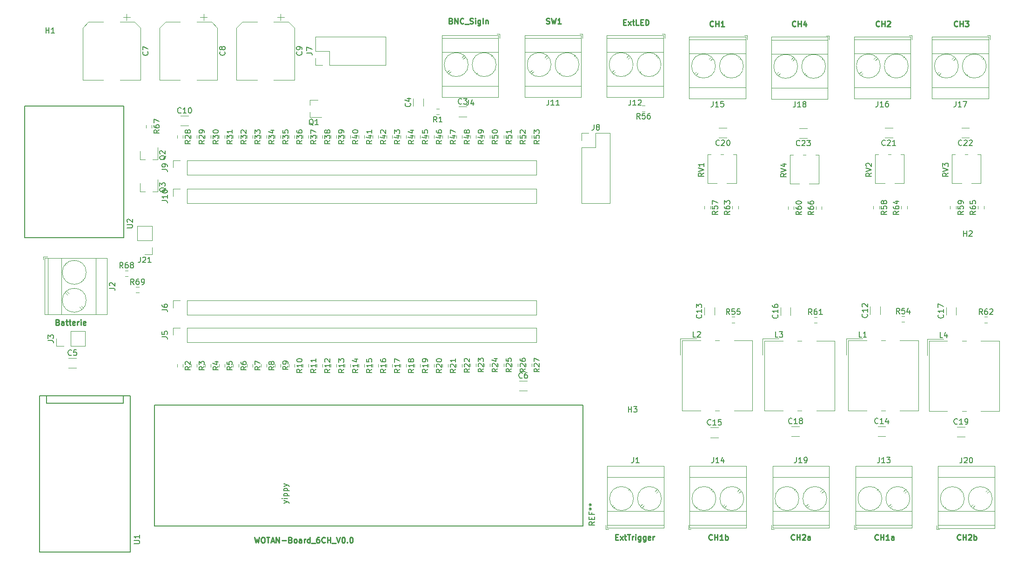
<source format=gto>
G04 #@! TF.GenerationSoftware,KiCad,Pcbnew,(5.1.9)-1*
G04 #@! TF.CreationDate,2021-06-14T16:42:46+02:00*
G04 #@! TF.ProjectId,Test,54657374-2e6b-4696-9361-645f70636258,rev?*
G04 #@! TF.SameCoordinates,Original*
G04 #@! TF.FileFunction,Legend,Top*
G04 #@! TF.FilePolarity,Positive*
%FSLAX46Y46*%
G04 Gerber Fmt 4.6, Leading zero omitted, Abs format (unit mm)*
G04 Created by KiCad (PCBNEW (5.1.9)-1) date 2021-06-14 16:42:46*
%MOMM*%
%LPD*%
G01*
G04 APERTURE LIST*
%ADD10C,0.250000*%
%ADD11C,0.120000*%
%ADD12C,0.150000*%
%ADD13O,2.000000X3.000000*%
%ADD14C,1.524000*%
%ADD15O,1.700000X1.700000*%
%ADD16R,1.700000X1.700000*%
%ADD17C,2.600000*%
%ADD18R,2.600000X2.600000*%
%ADD19R,1.300000X1.300000*%
%ADD20R,1.300000X2.000000*%
%ADD21C,2.000000*%
%ADD22R,0.900000X0.800000*%
%ADD23R,0.800000X0.900000*%
%ADD24C,6.400000*%
G04 APERTURE END LIST*
D10*
X98235619Y-132040380D02*
X98473714Y-133040380D01*
X98664190Y-132326095D01*
X98854666Y-133040380D01*
X99092761Y-132040380D01*
X99664190Y-132040380D02*
X99854666Y-132040380D01*
X99949904Y-132088000D01*
X100045142Y-132183238D01*
X100092761Y-132373714D01*
X100092761Y-132707047D01*
X100045142Y-132897523D01*
X99949904Y-132992761D01*
X99854666Y-133040380D01*
X99664190Y-133040380D01*
X99568952Y-132992761D01*
X99473714Y-132897523D01*
X99426095Y-132707047D01*
X99426095Y-132373714D01*
X99473714Y-132183238D01*
X99568952Y-132088000D01*
X99664190Y-132040380D01*
X100378476Y-132040380D02*
X100949904Y-132040380D01*
X100664190Y-133040380D02*
X100664190Y-132040380D01*
X101235619Y-132754666D02*
X101711809Y-132754666D01*
X101140380Y-133040380D02*
X101473714Y-132040380D01*
X101807047Y-133040380D01*
X102140380Y-133040380D02*
X102140380Y-132040380D01*
X102711809Y-133040380D01*
X102711809Y-132040380D01*
X103188000Y-132659428D02*
X103949904Y-132659428D01*
X104759428Y-132516571D02*
X104902285Y-132564190D01*
X104949904Y-132611809D01*
X104997523Y-132707047D01*
X104997523Y-132849904D01*
X104949904Y-132945142D01*
X104902285Y-132992761D01*
X104807047Y-133040380D01*
X104426095Y-133040380D01*
X104426095Y-132040380D01*
X104759428Y-132040380D01*
X104854666Y-132088000D01*
X104902285Y-132135619D01*
X104949904Y-132230857D01*
X104949904Y-132326095D01*
X104902285Y-132421333D01*
X104854666Y-132468952D01*
X104759428Y-132516571D01*
X104426095Y-132516571D01*
X105568952Y-133040380D02*
X105473714Y-132992761D01*
X105426095Y-132945142D01*
X105378476Y-132849904D01*
X105378476Y-132564190D01*
X105426095Y-132468952D01*
X105473714Y-132421333D01*
X105568952Y-132373714D01*
X105711809Y-132373714D01*
X105807047Y-132421333D01*
X105854666Y-132468952D01*
X105902285Y-132564190D01*
X105902285Y-132849904D01*
X105854666Y-132945142D01*
X105807047Y-132992761D01*
X105711809Y-133040380D01*
X105568952Y-133040380D01*
X106759428Y-133040380D02*
X106759428Y-132516571D01*
X106711809Y-132421333D01*
X106616571Y-132373714D01*
X106426095Y-132373714D01*
X106330857Y-132421333D01*
X106759428Y-132992761D02*
X106664190Y-133040380D01*
X106426095Y-133040380D01*
X106330857Y-132992761D01*
X106283238Y-132897523D01*
X106283238Y-132802285D01*
X106330857Y-132707047D01*
X106426095Y-132659428D01*
X106664190Y-132659428D01*
X106759428Y-132611809D01*
X107235619Y-133040380D02*
X107235619Y-132373714D01*
X107235619Y-132564190D02*
X107283238Y-132468952D01*
X107330857Y-132421333D01*
X107426095Y-132373714D01*
X107521333Y-132373714D01*
X108283238Y-133040380D02*
X108283238Y-132040380D01*
X108283238Y-132992761D02*
X108188000Y-133040380D01*
X107997523Y-133040380D01*
X107902285Y-132992761D01*
X107854666Y-132945142D01*
X107807047Y-132849904D01*
X107807047Y-132564190D01*
X107854666Y-132468952D01*
X107902285Y-132421333D01*
X107997523Y-132373714D01*
X108188000Y-132373714D01*
X108283238Y-132421333D01*
X108521333Y-133135619D02*
X109283238Y-133135619D01*
X109949904Y-132040380D02*
X109759428Y-132040380D01*
X109664190Y-132088000D01*
X109616571Y-132135619D01*
X109521333Y-132278476D01*
X109473714Y-132468952D01*
X109473714Y-132849904D01*
X109521333Y-132945142D01*
X109568952Y-132992761D01*
X109664190Y-133040380D01*
X109854666Y-133040380D01*
X109949904Y-132992761D01*
X109997523Y-132945142D01*
X110045142Y-132849904D01*
X110045142Y-132611809D01*
X109997523Y-132516571D01*
X109949904Y-132468952D01*
X109854666Y-132421333D01*
X109664190Y-132421333D01*
X109568952Y-132468952D01*
X109521333Y-132516571D01*
X109473714Y-132611809D01*
X111045142Y-132945142D02*
X110997523Y-132992761D01*
X110854666Y-133040380D01*
X110759428Y-133040380D01*
X110616571Y-132992761D01*
X110521333Y-132897523D01*
X110473714Y-132802285D01*
X110426095Y-132611809D01*
X110426095Y-132468952D01*
X110473714Y-132278476D01*
X110521333Y-132183238D01*
X110616571Y-132088000D01*
X110759428Y-132040380D01*
X110854666Y-132040380D01*
X110997523Y-132088000D01*
X111045142Y-132135619D01*
X111473714Y-133040380D02*
X111473714Y-132040380D01*
X111473714Y-132516571D02*
X112045142Y-132516571D01*
X112045142Y-133040380D02*
X112045142Y-132040380D01*
X112283238Y-133135619D02*
X113045142Y-133135619D01*
X113140380Y-132040380D02*
X113473714Y-133040380D01*
X113807047Y-132040380D01*
X114330857Y-132040380D02*
X114426095Y-132040380D01*
X114521333Y-132088000D01*
X114568952Y-132135619D01*
X114616571Y-132230857D01*
X114664190Y-132421333D01*
X114664190Y-132659428D01*
X114616571Y-132849904D01*
X114568952Y-132945142D01*
X114521333Y-132992761D01*
X114426095Y-133040380D01*
X114330857Y-133040380D01*
X114235619Y-132992761D01*
X114188000Y-132945142D01*
X114140380Y-132849904D01*
X114092761Y-132659428D01*
X114092761Y-132421333D01*
X114140380Y-132230857D01*
X114188000Y-132135619D01*
X114235619Y-132088000D01*
X114330857Y-132040380D01*
X115092761Y-132945142D02*
X115140380Y-132992761D01*
X115092761Y-133040380D01*
X115045142Y-132992761D01*
X115092761Y-132945142D01*
X115092761Y-133040380D01*
X115759428Y-132040380D02*
X115854666Y-132040380D01*
X115949904Y-132088000D01*
X115997523Y-132135619D01*
X116045142Y-132230857D01*
X116092761Y-132421333D01*
X116092761Y-132659428D01*
X116045142Y-132849904D01*
X115997523Y-132945142D01*
X115949904Y-132992761D01*
X115854666Y-133040380D01*
X115759428Y-133040380D01*
X115664190Y-132992761D01*
X115616571Y-132945142D01*
X115568952Y-132849904D01*
X115521333Y-132659428D01*
X115521333Y-132421333D01*
X115568952Y-132230857D01*
X115616571Y-132135619D01*
X115664190Y-132088000D01*
X115759428Y-132040380D01*
X62412857Y-92892571D02*
X62555714Y-92940190D01*
X62603333Y-92987809D01*
X62650952Y-93083047D01*
X62650952Y-93225904D01*
X62603333Y-93321142D01*
X62555714Y-93368761D01*
X62460476Y-93416380D01*
X62079523Y-93416380D01*
X62079523Y-92416380D01*
X62412857Y-92416380D01*
X62508095Y-92464000D01*
X62555714Y-92511619D01*
X62603333Y-92606857D01*
X62603333Y-92702095D01*
X62555714Y-92797333D01*
X62508095Y-92844952D01*
X62412857Y-92892571D01*
X62079523Y-92892571D01*
X63508095Y-93416380D02*
X63508095Y-92892571D01*
X63460476Y-92797333D01*
X63365238Y-92749714D01*
X63174761Y-92749714D01*
X63079523Y-92797333D01*
X63508095Y-93368761D02*
X63412857Y-93416380D01*
X63174761Y-93416380D01*
X63079523Y-93368761D01*
X63031904Y-93273523D01*
X63031904Y-93178285D01*
X63079523Y-93083047D01*
X63174761Y-93035428D01*
X63412857Y-93035428D01*
X63508095Y-92987809D01*
X63841428Y-92749714D02*
X64222380Y-92749714D01*
X63984285Y-92416380D02*
X63984285Y-93273523D01*
X64031904Y-93368761D01*
X64127142Y-93416380D01*
X64222380Y-93416380D01*
X64412857Y-92749714D02*
X64793809Y-92749714D01*
X64555714Y-92416380D02*
X64555714Y-93273523D01*
X64603333Y-93368761D01*
X64698571Y-93416380D01*
X64793809Y-93416380D01*
X65508095Y-93368761D02*
X65412857Y-93416380D01*
X65222380Y-93416380D01*
X65127142Y-93368761D01*
X65079523Y-93273523D01*
X65079523Y-92892571D01*
X65127142Y-92797333D01*
X65222380Y-92749714D01*
X65412857Y-92749714D01*
X65508095Y-92797333D01*
X65555714Y-92892571D01*
X65555714Y-92987809D01*
X65079523Y-93083047D01*
X65984285Y-93416380D02*
X65984285Y-92749714D01*
X65984285Y-92940190D02*
X66031904Y-92844952D01*
X66079523Y-92797333D01*
X66174761Y-92749714D01*
X66270000Y-92749714D01*
X66603333Y-93416380D02*
X66603333Y-92749714D01*
X66603333Y-92416380D02*
X66555714Y-92464000D01*
X66603333Y-92511619D01*
X66650952Y-92464000D01*
X66603333Y-92416380D01*
X66603333Y-92511619D01*
X67460476Y-93368761D02*
X67365238Y-93416380D01*
X67174761Y-93416380D01*
X67079523Y-93368761D01*
X67031904Y-93273523D01*
X67031904Y-92892571D01*
X67079523Y-92797333D01*
X67174761Y-92749714D01*
X67365238Y-92749714D01*
X67460476Y-92797333D01*
X67508095Y-92892571D01*
X67508095Y-92987809D01*
X67031904Y-93083047D01*
X133969523Y-38028571D02*
X134112380Y-38076190D01*
X134160000Y-38123809D01*
X134207619Y-38219047D01*
X134207619Y-38361904D01*
X134160000Y-38457142D01*
X134112380Y-38504761D01*
X134017142Y-38552380D01*
X133636190Y-38552380D01*
X133636190Y-37552380D01*
X133969523Y-37552380D01*
X134064761Y-37600000D01*
X134112380Y-37647619D01*
X134160000Y-37742857D01*
X134160000Y-37838095D01*
X134112380Y-37933333D01*
X134064761Y-37980952D01*
X133969523Y-38028571D01*
X133636190Y-38028571D01*
X134636190Y-38552380D02*
X134636190Y-37552380D01*
X135207619Y-38552380D01*
X135207619Y-37552380D01*
X136255238Y-38457142D02*
X136207619Y-38504761D01*
X136064761Y-38552380D01*
X135969523Y-38552380D01*
X135826666Y-38504761D01*
X135731428Y-38409523D01*
X135683809Y-38314285D01*
X135636190Y-38123809D01*
X135636190Y-37980952D01*
X135683809Y-37790476D01*
X135731428Y-37695238D01*
X135826666Y-37600000D01*
X135969523Y-37552380D01*
X136064761Y-37552380D01*
X136207619Y-37600000D01*
X136255238Y-37647619D01*
X136445714Y-38647619D02*
X137207619Y-38647619D01*
X137398095Y-38504761D02*
X137540952Y-38552380D01*
X137779047Y-38552380D01*
X137874285Y-38504761D01*
X137921904Y-38457142D01*
X137969523Y-38361904D01*
X137969523Y-38266666D01*
X137921904Y-38171428D01*
X137874285Y-38123809D01*
X137779047Y-38076190D01*
X137588571Y-38028571D01*
X137493333Y-37980952D01*
X137445714Y-37933333D01*
X137398095Y-37838095D01*
X137398095Y-37742857D01*
X137445714Y-37647619D01*
X137493333Y-37600000D01*
X137588571Y-37552380D01*
X137826666Y-37552380D01*
X137969523Y-37600000D01*
X138398095Y-38552380D02*
X138398095Y-37885714D01*
X138398095Y-37552380D02*
X138350476Y-37600000D01*
X138398095Y-37647619D01*
X138445714Y-37600000D01*
X138398095Y-37552380D01*
X138398095Y-37647619D01*
X139302857Y-37885714D02*
X139302857Y-38695238D01*
X139255238Y-38790476D01*
X139207619Y-38838095D01*
X139112380Y-38885714D01*
X138969523Y-38885714D01*
X138874285Y-38838095D01*
X139302857Y-38504761D02*
X139207619Y-38552380D01*
X139017142Y-38552380D01*
X138921904Y-38504761D01*
X138874285Y-38457142D01*
X138826666Y-38361904D01*
X138826666Y-38076190D01*
X138874285Y-37980952D01*
X138921904Y-37933333D01*
X139017142Y-37885714D01*
X139207619Y-37885714D01*
X139302857Y-37933333D01*
X139779047Y-38552380D02*
X139779047Y-37552380D01*
X140255238Y-37885714D02*
X140255238Y-38552380D01*
X140255238Y-37980952D02*
X140302857Y-37933333D01*
X140398095Y-37885714D01*
X140540952Y-37885714D01*
X140636190Y-37933333D01*
X140683809Y-38028571D01*
X140683809Y-38552380D01*
X151320666Y-38504761D02*
X151463523Y-38552380D01*
X151701619Y-38552380D01*
X151796857Y-38504761D01*
X151844476Y-38457142D01*
X151892095Y-38361904D01*
X151892095Y-38266666D01*
X151844476Y-38171428D01*
X151796857Y-38123809D01*
X151701619Y-38076190D01*
X151511142Y-38028571D01*
X151415904Y-37980952D01*
X151368285Y-37933333D01*
X151320666Y-37838095D01*
X151320666Y-37742857D01*
X151368285Y-37647619D01*
X151415904Y-37600000D01*
X151511142Y-37552380D01*
X151749238Y-37552380D01*
X151892095Y-37600000D01*
X152225428Y-37552380D02*
X152463523Y-38552380D01*
X152654000Y-37838095D01*
X152844476Y-38552380D01*
X153082571Y-37552380D01*
X153987333Y-38552380D02*
X153415904Y-38552380D01*
X153701619Y-38552380D02*
X153701619Y-37552380D01*
X153606380Y-37695238D01*
X153511142Y-37790476D01*
X153415904Y-37838095D01*
X165378095Y-38282571D02*
X165711428Y-38282571D01*
X165854285Y-38806380D02*
X165378095Y-38806380D01*
X165378095Y-37806380D01*
X165854285Y-37806380D01*
X166187619Y-38806380D02*
X166711428Y-38139714D01*
X166187619Y-38139714D02*
X166711428Y-38806380D01*
X166949523Y-38139714D02*
X167330476Y-38139714D01*
X167092380Y-37806380D02*
X167092380Y-38663523D01*
X167140000Y-38758761D01*
X167235238Y-38806380D01*
X167330476Y-38806380D01*
X168140000Y-38806380D02*
X167663809Y-38806380D01*
X167663809Y-37806380D01*
X168473333Y-38282571D02*
X168806666Y-38282571D01*
X168949523Y-38806380D02*
X168473333Y-38806380D01*
X168473333Y-37806380D01*
X168949523Y-37806380D01*
X169378095Y-38806380D02*
X169378095Y-37806380D01*
X169616190Y-37806380D01*
X169759047Y-37854000D01*
X169854285Y-37949238D01*
X169901904Y-38044476D01*
X169949523Y-38234952D01*
X169949523Y-38377809D01*
X169901904Y-38568285D01*
X169854285Y-38663523D01*
X169759047Y-38758761D01*
X169616190Y-38806380D01*
X169378095Y-38806380D01*
X181681523Y-38965142D02*
X181633904Y-39012761D01*
X181491047Y-39060380D01*
X181395809Y-39060380D01*
X181252952Y-39012761D01*
X181157714Y-38917523D01*
X181110095Y-38822285D01*
X181062476Y-38631809D01*
X181062476Y-38488952D01*
X181110095Y-38298476D01*
X181157714Y-38203238D01*
X181252952Y-38108000D01*
X181395809Y-38060380D01*
X181491047Y-38060380D01*
X181633904Y-38108000D01*
X181681523Y-38155619D01*
X182110095Y-39060380D02*
X182110095Y-38060380D01*
X182110095Y-38536571D02*
X182681523Y-38536571D01*
X182681523Y-39060380D02*
X182681523Y-38060380D01*
X183681523Y-39060380D02*
X183110095Y-39060380D01*
X183395809Y-39060380D02*
X183395809Y-38060380D01*
X183300571Y-38203238D01*
X183205333Y-38298476D01*
X183110095Y-38346095D01*
X196667523Y-38965142D02*
X196619904Y-39012761D01*
X196477047Y-39060380D01*
X196381809Y-39060380D01*
X196238952Y-39012761D01*
X196143714Y-38917523D01*
X196096095Y-38822285D01*
X196048476Y-38631809D01*
X196048476Y-38488952D01*
X196096095Y-38298476D01*
X196143714Y-38203238D01*
X196238952Y-38108000D01*
X196381809Y-38060380D01*
X196477047Y-38060380D01*
X196619904Y-38108000D01*
X196667523Y-38155619D01*
X197096095Y-39060380D02*
X197096095Y-38060380D01*
X197096095Y-38536571D02*
X197667523Y-38536571D01*
X197667523Y-39060380D02*
X197667523Y-38060380D01*
X198572285Y-38393714D02*
X198572285Y-39060380D01*
X198334190Y-38012761D02*
X198096095Y-38727047D01*
X198715142Y-38727047D01*
X211907523Y-38965142D02*
X211859904Y-39012761D01*
X211717047Y-39060380D01*
X211621809Y-39060380D01*
X211478952Y-39012761D01*
X211383714Y-38917523D01*
X211336095Y-38822285D01*
X211288476Y-38631809D01*
X211288476Y-38488952D01*
X211336095Y-38298476D01*
X211383714Y-38203238D01*
X211478952Y-38108000D01*
X211621809Y-38060380D01*
X211717047Y-38060380D01*
X211859904Y-38108000D01*
X211907523Y-38155619D01*
X212336095Y-39060380D02*
X212336095Y-38060380D01*
X212336095Y-38536571D02*
X212907523Y-38536571D01*
X212907523Y-39060380D02*
X212907523Y-38060380D01*
X213336095Y-38155619D02*
X213383714Y-38108000D01*
X213478952Y-38060380D01*
X213717047Y-38060380D01*
X213812285Y-38108000D01*
X213859904Y-38155619D01*
X213907523Y-38250857D01*
X213907523Y-38346095D01*
X213859904Y-38488952D01*
X213288476Y-39060380D01*
X213907523Y-39060380D01*
X226131523Y-38965142D02*
X226083904Y-39012761D01*
X225941047Y-39060380D01*
X225845809Y-39060380D01*
X225702952Y-39012761D01*
X225607714Y-38917523D01*
X225560095Y-38822285D01*
X225512476Y-38631809D01*
X225512476Y-38488952D01*
X225560095Y-38298476D01*
X225607714Y-38203238D01*
X225702952Y-38108000D01*
X225845809Y-38060380D01*
X225941047Y-38060380D01*
X226083904Y-38108000D01*
X226131523Y-38155619D01*
X226560095Y-39060380D02*
X226560095Y-38060380D01*
X226560095Y-38536571D02*
X227131523Y-38536571D01*
X227131523Y-39060380D02*
X227131523Y-38060380D01*
X227512476Y-38060380D02*
X228131523Y-38060380D01*
X227798190Y-38441333D01*
X227941047Y-38441333D01*
X228036285Y-38488952D01*
X228083904Y-38536571D01*
X228131523Y-38631809D01*
X228131523Y-38869904D01*
X228083904Y-38965142D01*
X228036285Y-39012761D01*
X227941047Y-39060380D01*
X227655333Y-39060380D01*
X227560095Y-39012761D01*
X227512476Y-38965142D01*
X163909809Y-132008571D02*
X164243142Y-132008571D01*
X164386000Y-132532380D02*
X163909809Y-132532380D01*
X163909809Y-131532380D01*
X164386000Y-131532380D01*
X164719333Y-132532380D02*
X165243142Y-131865714D01*
X164719333Y-131865714D02*
X165243142Y-132532380D01*
X165481238Y-131865714D02*
X165862190Y-131865714D01*
X165624095Y-131532380D02*
X165624095Y-132389523D01*
X165671714Y-132484761D01*
X165766952Y-132532380D01*
X165862190Y-132532380D01*
X166052666Y-131532380D02*
X166624095Y-131532380D01*
X166338380Y-132532380D02*
X166338380Y-131532380D01*
X166957428Y-132532380D02*
X166957428Y-131865714D01*
X166957428Y-132056190D02*
X167005047Y-131960952D01*
X167052666Y-131913333D01*
X167147904Y-131865714D01*
X167243142Y-131865714D01*
X167576476Y-132532380D02*
X167576476Y-131865714D01*
X167576476Y-131532380D02*
X167528857Y-131580000D01*
X167576476Y-131627619D01*
X167624095Y-131580000D01*
X167576476Y-131532380D01*
X167576476Y-131627619D01*
X168481238Y-131865714D02*
X168481238Y-132675238D01*
X168433619Y-132770476D01*
X168386000Y-132818095D01*
X168290761Y-132865714D01*
X168147904Y-132865714D01*
X168052666Y-132818095D01*
X168481238Y-132484761D02*
X168386000Y-132532380D01*
X168195523Y-132532380D01*
X168100285Y-132484761D01*
X168052666Y-132437142D01*
X168005047Y-132341904D01*
X168005047Y-132056190D01*
X168052666Y-131960952D01*
X168100285Y-131913333D01*
X168195523Y-131865714D01*
X168386000Y-131865714D01*
X168481238Y-131913333D01*
X169386000Y-131865714D02*
X169386000Y-132675238D01*
X169338380Y-132770476D01*
X169290761Y-132818095D01*
X169195523Y-132865714D01*
X169052666Y-132865714D01*
X168957428Y-132818095D01*
X169386000Y-132484761D02*
X169290761Y-132532380D01*
X169100285Y-132532380D01*
X169005047Y-132484761D01*
X168957428Y-132437142D01*
X168909809Y-132341904D01*
X168909809Y-132056190D01*
X168957428Y-131960952D01*
X169005047Y-131913333D01*
X169100285Y-131865714D01*
X169290761Y-131865714D01*
X169386000Y-131913333D01*
X170243142Y-132484761D02*
X170147904Y-132532380D01*
X169957428Y-132532380D01*
X169862190Y-132484761D01*
X169814571Y-132389523D01*
X169814571Y-132008571D01*
X169862190Y-131913333D01*
X169957428Y-131865714D01*
X170147904Y-131865714D01*
X170243142Y-131913333D01*
X170290761Y-132008571D01*
X170290761Y-132103809D01*
X169814571Y-132199047D01*
X170719333Y-132532380D02*
X170719333Y-131865714D01*
X170719333Y-132056190D02*
X170766952Y-131960952D01*
X170814571Y-131913333D01*
X170909809Y-131865714D01*
X171005047Y-131865714D01*
X181483142Y-132437142D02*
X181435523Y-132484761D01*
X181292666Y-132532380D01*
X181197428Y-132532380D01*
X181054571Y-132484761D01*
X180959333Y-132389523D01*
X180911714Y-132294285D01*
X180864095Y-132103809D01*
X180864095Y-131960952D01*
X180911714Y-131770476D01*
X180959333Y-131675238D01*
X181054571Y-131580000D01*
X181197428Y-131532380D01*
X181292666Y-131532380D01*
X181435523Y-131580000D01*
X181483142Y-131627619D01*
X181911714Y-132532380D02*
X181911714Y-131532380D01*
X181911714Y-132008571D02*
X182483142Y-132008571D01*
X182483142Y-132532380D02*
X182483142Y-131532380D01*
X183483142Y-132532380D02*
X182911714Y-132532380D01*
X183197428Y-132532380D02*
X183197428Y-131532380D01*
X183102190Y-131675238D01*
X183006952Y-131770476D01*
X182911714Y-131818095D01*
X183911714Y-132532380D02*
X183911714Y-131532380D01*
X183911714Y-131913333D02*
X184006952Y-131865714D01*
X184197428Y-131865714D01*
X184292666Y-131913333D01*
X184340285Y-131960952D01*
X184387904Y-132056190D01*
X184387904Y-132341904D01*
X184340285Y-132437142D01*
X184292666Y-132484761D01*
X184197428Y-132532380D01*
X184006952Y-132532380D01*
X183911714Y-132484761D01*
X196469142Y-132437142D02*
X196421523Y-132484761D01*
X196278666Y-132532380D01*
X196183428Y-132532380D01*
X196040571Y-132484761D01*
X195945333Y-132389523D01*
X195897714Y-132294285D01*
X195850095Y-132103809D01*
X195850095Y-131960952D01*
X195897714Y-131770476D01*
X195945333Y-131675238D01*
X196040571Y-131580000D01*
X196183428Y-131532380D01*
X196278666Y-131532380D01*
X196421523Y-131580000D01*
X196469142Y-131627619D01*
X196897714Y-132532380D02*
X196897714Y-131532380D01*
X196897714Y-132008571D02*
X197469142Y-132008571D01*
X197469142Y-132532380D02*
X197469142Y-131532380D01*
X197897714Y-131627619D02*
X197945333Y-131580000D01*
X198040571Y-131532380D01*
X198278666Y-131532380D01*
X198373904Y-131580000D01*
X198421523Y-131627619D01*
X198469142Y-131722857D01*
X198469142Y-131818095D01*
X198421523Y-131960952D01*
X197850095Y-132532380D01*
X198469142Y-132532380D01*
X199326285Y-132532380D02*
X199326285Y-132008571D01*
X199278666Y-131913333D01*
X199183428Y-131865714D01*
X198992952Y-131865714D01*
X198897714Y-131913333D01*
X199326285Y-132484761D02*
X199231047Y-132532380D01*
X198992952Y-132532380D01*
X198897714Y-132484761D01*
X198850095Y-132389523D01*
X198850095Y-132294285D01*
X198897714Y-132199047D01*
X198992952Y-132151428D01*
X199231047Y-132151428D01*
X199326285Y-132103809D01*
X211709142Y-132437142D02*
X211661523Y-132484761D01*
X211518666Y-132532380D01*
X211423428Y-132532380D01*
X211280571Y-132484761D01*
X211185333Y-132389523D01*
X211137714Y-132294285D01*
X211090095Y-132103809D01*
X211090095Y-131960952D01*
X211137714Y-131770476D01*
X211185333Y-131675238D01*
X211280571Y-131580000D01*
X211423428Y-131532380D01*
X211518666Y-131532380D01*
X211661523Y-131580000D01*
X211709142Y-131627619D01*
X212137714Y-132532380D02*
X212137714Y-131532380D01*
X212137714Y-132008571D02*
X212709142Y-132008571D01*
X212709142Y-132532380D02*
X212709142Y-131532380D01*
X213709142Y-132532380D02*
X213137714Y-132532380D01*
X213423428Y-132532380D02*
X213423428Y-131532380D01*
X213328190Y-131675238D01*
X213232952Y-131770476D01*
X213137714Y-131818095D01*
X214566285Y-132532380D02*
X214566285Y-132008571D01*
X214518666Y-131913333D01*
X214423428Y-131865714D01*
X214232952Y-131865714D01*
X214137714Y-131913333D01*
X214566285Y-132484761D02*
X214471047Y-132532380D01*
X214232952Y-132532380D01*
X214137714Y-132484761D01*
X214090095Y-132389523D01*
X214090095Y-132294285D01*
X214137714Y-132199047D01*
X214232952Y-132151428D01*
X214471047Y-132151428D01*
X214566285Y-132103809D01*
X226695142Y-132437142D02*
X226647523Y-132484761D01*
X226504666Y-132532380D01*
X226409428Y-132532380D01*
X226266571Y-132484761D01*
X226171333Y-132389523D01*
X226123714Y-132294285D01*
X226076095Y-132103809D01*
X226076095Y-131960952D01*
X226123714Y-131770476D01*
X226171333Y-131675238D01*
X226266571Y-131580000D01*
X226409428Y-131532380D01*
X226504666Y-131532380D01*
X226647523Y-131580000D01*
X226695142Y-131627619D01*
X227123714Y-132532380D02*
X227123714Y-131532380D01*
X227123714Y-132008571D02*
X227695142Y-132008571D01*
X227695142Y-132532380D02*
X227695142Y-131532380D01*
X228123714Y-131627619D02*
X228171333Y-131580000D01*
X228266571Y-131532380D01*
X228504666Y-131532380D01*
X228599904Y-131580000D01*
X228647523Y-131627619D01*
X228695142Y-131722857D01*
X228695142Y-131818095D01*
X228647523Y-131960952D01*
X228076095Y-132532380D01*
X228695142Y-132532380D01*
X229123714Y-132532380D02*
X229123714Y-131532380D01*
X229123714Y-131913333D02*
X229218952Y-131865714D01*
X229409428Y-131865714D01*
X229504666Y-131913333D01*
X229552285Y-131960952D01*
X229599904Y-132056190D01*
X229599904Y-132341904D01*
X229552285Y-132437142D01*
X229504666Y-132484761D01*
X229409428Y-132532380D01*
X229218952Y-132532380D01*
X229123714Y-132484761D01*
D11*
X148699500Y-58896276D02*
X148699500Y-59405724D01*
X147654500Y-58896276D02*
X147654500Y-59405724D01*
X146159500Y-58896276D02*
X146159500Y-59405724D01*
X145114500Y-58896276D02*
X145114500Y-59405724D01*
X143619500Y-58896276D02*
X143619500Y-59405724D01*
X142574500Y-58896276D02*
X142574500Y-59405724D01*
X141079500Y-58896276D02*
X141079500Y-59405724D01*
X140034500Y-58896276D02*
X140034500Y-59405724D01*
X138539500Y-58896276D02*
X138539500Y-59405724D01*
X137494500Y-58896276D02*
X137494500Y-59405724D01*
X135999500Y-58896276D02*
X135999500Y-59405724D01*
X134954500Y-58896276D02*
X134954500Y-59405724D01*
X133459500Y-58896276D02*
X133459500Y-59405724D01*
X132414500Y-58896276D02*
X132414500Y-59405724D01*
X130919500Y-58896276D02*
X130919500Y-59405724D01*
X129874500Y-58896276D02*
X129874500Y-59405724D01*
X128379500Y-58896276D02*
X128379500Y-59405724D01*
X127334500Y-58896276D02*
X127334500Y-59405724D01*
X125839500Y-58896276D02*
X125839500Y-59405724D01*
X124794500Y-58896276D02*
X124794500Y-59405724D01*
X123299500Y-58896276D02*
X123299500Y-59405724D01*
X122254500Y-58896276D02*
X122254500Y-59405724D01*
X120759500Y-58896276D02*
X120759500Y-59405724D01*
X119714500Y-58896276D02*
X119714500Y-59405724D01*
X118219500Y-58896276D02*
X118219500Y-59405724D01*
X117174500Y-58896276D02*
X117174500Y-59405724D01*
X115679500Y-58896276D02*
X115679500Y-59405724D01*
X114634500Y-58896276D02*
X114634500Y-59405724D01*
X113139500Y-58896276D02*
X113139500Y-59405724D01*
X112094500Y-58896276D02*
X112094500Y-59405724D01*
X110599500Y-58896276D02*
X110599500Y-59405724D01*
X109554500Y-58896276D02*
X109554500Y-59405724D01*
X108059500Y-58896276D02*
X108059500Y-59405724D01*
X107014500Y-58896276D02*
X107014500Y-59405724D01*
X105519500Y-58896276D02*
X105519500Y-59405724D01*
X104474500Y-58896276D02*
X104474500Y-59405724D01*
X102979500Y-58896276D02*
X102979500Y-59405724D01*
X101934500Y-58896276D02*
X101934500Y-59405724D01*
X100439500Y-58896276D02*
X100439500Y-59405724D01*
X99394500Y-58896276D02*
X99394500Y-59405724D01*
X97899500Y-58896276D02*
X97899500Y-59405724D01*
X96854500Y-58896276D02*
X96854500Y-59405724D01*
X95359500Y-58896276D02*
X95359500Y-59405724D01*
X94314500Y-58896276D02*
X94314500Y-59405724D01*
X92819500Y-58896276D02*
X92819500Y-59405724D01*
X91774500Y-58896276D02*
X91774500Y-59405724D01*
X90279500Y-58896276D02*
X90279500Y-59405724D01*
X89234500Y-58896276D02*
X89234500Y-59405724D01*
X87739500Y-58896276D02*
X87739500Y-59405724D01*
X86694500Y-58896276D02*
X86694500Y-59405724D01*
X85199500Y-58896276D02*
X85199500Y-59405724D01*
X84154500Y-58896276D02*
X84154500Y-59405724D01*
X148699500Y-100451776D02*
X148699500Y-100961224D01*
X147654500Y-100451776D02*
X147654500Y-100961224D01*
X146159500Y-100451776D02*
X146159500Y-100961224D01*
X145114500Y-100451776D02*
X145114500Y-100961224D01*
X143619500Y-100451776D02*
X143619500Y-100961224D01*
X142574500Y-100451776D02*
X142574500Y-100961224D01*
X141079500Y-100451776D02*
X141079500Y-100961224D01*
X140034500Y-100451776D02*
X140034500Y-100961224D01*
X138539500Y-100451776D02*
X138539500Y-100961224D01*
X137494500Y-100451776D02*
X137494500Y-100961224D01*
X135999500Y-100499276D02*
X135999500Y-101008724D01*
X134954500Y-100499276D02*
X134954500Y-101008724D01*
X133459500Y-100552276D02*
X133459500Y-101061724D01*
X132414500Y-100552276D02*
X132414500Y-101061724D01*
X130919500Y-100552276D02*
X130919500Y-101061724D01*
X129874500Y-100552276D02*
X129874500Y-101061724D01*
X128379500Y-100552276D02*
X128379500Y-101061724D01*
X127334500Y-100552276D02*
X127334500Y-101061724D01*
X125839500Y-100552276D02*
X125839500Y-101061724D01*
X124794500Y-100552276D02*
X124794500Y-101061724D01*
X123299500Y-100552276D02*
X123299500Y-101061724D01*
X122254500Y-100552276D02*
X122254500Y-101061724D01*
X120759500Y-100552276D02*
X120759500Y-101061724D01*
X119714500Y-100552276D02*
X119714500Y-101061724D01*
X118219500Y-100552276D02*
X118219500Y-101061724D01*
X117174500Y-100552276D02*
X117174500Y-101061724D01*
X115679500Y-100552276D02*
X115679500Y-101061724D01*
X114634500Y-100552276D02*
X114634500Y-101061724D01*
X113139500Y-100552276D02*
X113139500Y-101061724D01*
X112094500Y-100552276D02*
X112094500Y-101061724D01*
X110599500Y-100552276D02*
X110599500Y-101061724D01*
X109554500Y-100552276D02*
X109554500Y-101061724D01*
X108059500Y-100552276D02*
X108059500Y-101061724D01*
X107014500Y-100552276D02*
X107014500Y-101061724D01*
X105519500Y-100552276D02*
X105519500Y-101061724D01*
X104474500Y-100552276D02*
X104474500Y-101061724D01*
X102979500Y-100499276D02*
X102979500Y-101008724D01*
X101934500Y-100499276D02*
X101934500Y-101008724D01*
X100439500Y-100552276D02*
X100439500Y-101061724D01*
X99394500Y-100552276D02*
X99394500Y-101061724D01*
X97899500Y-100552276D02*
X97899500Y-101061724D01*
X96854500Y-100552276D02*
X96854500Y-101061724D01*
X95359500Y-100552276D02*
X95359500Y-101061724D01*
X94314500Y-100552276D02*
X94314500Y-101061724D01*
X92819500Y-100552276D02*
X92819500Y-101061724D01*
X91774500Y-100552276D02*
X91774500Y-101061724D01*
X90279500Y-100552276D02*
X90279500Y-101061724D01*
X89234500Y-100552276D02*
X89234500Y-101061724D01*
X87739500Y-100552276D02*
X87739500Y-101061724D01*
X86694500Y-100552276D02*
X86694500Y-101061724D01*
X85199500Y-100552276D02*
X85199500Y-101061724D01*
X84154500Y-100552276D02*
X84154500Y-101061724D01*
D12*
X80000000Y-108000000D02*
X158000000Y-108000000D01*
X158000000Y-130000000D02*
X158000000Y-108000000D01*
X80000000Y-130000000D02*
X158000000Y-130000000D01*
X80000000Y-130000000D02*
X80000000Y-108000000D01*
D11*
X94940000Y-48760000D02*
X98690000Y-48760000D01*
X105460000Y-48760000D02*
X101710000Y-48760000D01*
X105460000Y-39304437D02*
X105460000Y-48760000D01*
X94940000Y-39304437D02*
X94940000Y-48760000D01*
X96004437Y-38240000D02*
X98690000Y-38240000D01*
X104395563Y-38240000D02*
X101710000Y-38240000D01*
X104395563Y-38240000D02*
X105460000Y-39304437D01*
X96004437Y-38240000D02*
X94940000Y-39304437D01*
X102960000Y-36750000D02*
X102960000Y-38000000D01*
X103585000Y-37375000D02*
X102335000Y-37375000D01*
D12*
X56405000Y-77540000D02*
X74405000Y-77540000D01*
X74405000Y-77540000D02*
X74405000Y-53540000D01*
X74405000Y-53540000D02*
X56405000Y-53540000D01*
X56405000Y-53540000D02*
X56405000Y-77540000D01*
D11*
X122075000Y-46130000D02*
X122075000Y-40930000D01*
X111855000Y-46130000D02*
X122075000Y-46130000D01*
X109255000Y-40930000D02*
X122075000Y-40930000D01*
X111855000Y-46130000D02*
X111855000Y-43530000D01*
X111855000Y-43530000D02*
X109255000Y-43530000D01*
X109255000Y-43530000D02*
X109255000Y-40930000D01*
X110585000Y-46130000D02*
X109255000Y-46130000D01*
X109255000Y-46130000D02*
X109255000Y-44800000D01*
X67585000Y-83820000D02*
G75*
G03*
X67585000Y-83820000I-2180000J0D01*
G01*
X67585000Y-88900000D02*
G75*
G03*
X67585000Y-88900000I-2180000J0D01*
G01*
X60605000Y-81220000D02*
X60605000Y-91500000D01*
X63105000Y-81220000D02*
X63105000Y-91500000D01*
X69305000Y-81220000D02*
X69305000Y-91500000D01*
X71365000Y-81220000D02*
X71365000Y-91500000D01*
X60045000Y-81220000D02*
X60045000Y-91500000D01*
X71365000Y-81220000D02*
X60045000Y-81220000D01*
X71365000Y-91500000D02*
X60045000Y-91500000D01*
X66793000Y-85474000D02*
X66686000Y-85367000D01*
X63858000Y-82538000D02*
X63751000Y-82432000D01*
X67059000Y-85208000D02*
X66952000Y-85101000D01*
X64124000Y-82272000D02*
X64017000Y-82166000D01*
X66793000Y-90554000D02*
X66397000Y-90159000D01*
X64131000Y-87893000D02*
X63751000Y-87513000D01*
X67059000Y-90288000D02*
X66679000Y-89908000D01*
X64413000Y-87642000D02*
X64017000Y-87247000D01*
X60545000Y-80980000D02*
X59805000Y-80980000D01*
X59805000Y-80980000D02*
X59805000Y-81480000D01*
X215932500Y-72287224D02*
X215932500Y-71777776D01*
X216977500Y-72287224D02*
X216977500Y-71777776D01*
X225135000Y-67600000D02*
X225135000Y-62360000D01*
X230375000Y-67600000D02*
X230375000Y-62360000D01*
X225135000Y-67600000D02*
X226865000Y-67600000D01*
X228645000Y-67600000D02*
X230375000Y-67600000D01*
X225135000Y-62360000D02*
X225716000Y-62360000D01*
X227495000Y-62360000D02*
X228015000Y-62360000D01*
X229795000Y-62360000D02*
X230375000Y-62360000D01*
X180655000Y-67600000D02*
X180655000Y-62360000D01*
X185895000Y-67600000D02*
X185895000Y-62360000D01*
X180655000Y-67600000D02*
X182385000Y-67600000D01*
X184165000Y-67600000D02*
X185895000Y-67600000D01*
X180655000Y-62360000D02*
X181236000Y-62360000D01*
X183015000Y-62360000D02*
X183535000Y-62360000D01*
X185315000Y-62360000D02*
X185895000Y-62360000D01*
X198809752Y-59390000D02*
X197387248Y-59390000D01*
X198809752Y-57570000D02*
X197387248Y-57570000D01*
X157260000Y-46000000D02*
G75*
G03*
X157260000Y-46000000I-2180000J0D01*
G01*
X152180000Y-46000000D02*
G75*
G03*
X152180000Y-46000000I-2180000J0D01*
G01*
X157680000Y-41200000D02*
X147400000Y-41200000D01*
X157680000Y-43700000D02*
X147400000Y-43700000D01*
X157680000Y-49900000D02*
X147400000Y-49900000D01*
X157680000Y-51960000D02*
X147400000Y-51960000D01*
X157680000Y-40640000D02*
X147400000Y-40640000D01*
X157680000Y-51960000D02*
X157680000Y-40640000D01*
X147400000Y-51960000D02*
X147400000Y-40640000D01*
X153426000Y-47388000D02*
X153533000Y-47281000D01*
X156362000Y-44453000D02*
X156468000Y-44346000D01*
X153692000Y-47654000D02*
X153799000Y-47547000D01*
X156628000Y-44719000D02*
X156734000Y-44612000D01*
X148346000Y-47388000D02*
X148741000Y-46992000D01*
X151007000Y-44726000D02*
X151387000Y-44346000D01*
X148612000Y-47654000D02*
X148992000Y-47274000D01*
X151258000Y-45008000D02*
X151653000Y-44612000D01*
X157920000Y-41140000D02*
X157920000Y-40400000D01*
X157920000Y-40400000D02*
X157420000Y-40400000D01*
D12*
X59075000Y-134750000D02*
X75575000Y-134750000D01*
X75575000Y-134750000D02*
X75575000Y-106250000D01*
X75575000Y-106250000D02*
X59075000Y-106250000D01*
X59075000Y-106250000D02*
X59075000Y-134750000D01*
X60340000Y-106395000D02*
X60340000Y-107665000D01*
X60340000Y-107665000D02*
X74310000Y-107665000D01*
X74310000Y-107665000D02*
X74310000Y-106395000D01*
D11*
X108240000Y-52420000D02*
X109700000Y-52420000D01*
X108240000Y-55580000D02*
X110400000Y-55580000D01*
X108240000Y-55580000D02*
X108240000Y-54650000D01*
X108240000Y-52420000D02*
X108240000Y-53350000D01*
X64351248Y-101240000D02*
X65773752Y-101240000D01*
X64351248Y-99420000D02*
X65773752Y-99420000D01*
X187180000Y-46260000D02*
G75*
G03*
X187180000Y-46260000I-2180000J0D01*
G01*
X182100000Y-46260000D02*
G75*
G03*
X182100000Y-46260000I-2180000J0D01*
G01*
X187600000Y-41460000D02*
X177320000Y-41460000D01*
X187600000Y-43960000D02*
X177320000Y-43960000D01*
X187600000Y-50160000D02*
X177320000Y-50160000D01*
X187600000Y-52220000D02*
X177320000Y-52220000D01*
X187600000Y-40900000D02*
X177320000Y-40900000D01*
X187600000Y-52220000D02*
X187600000Y-40900000D01*
X177320000Y-52220000D02*
X177320000Y-40900000D01*
X183346000Y-47648000D02*
X183453000Y-47541000D01*
X186282000Y-44713000D02*
X186388000Y-44606000D01*
X183612000Y-47914000D02*
X183719000Y-47807000D01*
X186548000Y-44979000D02*
X186654000Y-44872000D01*
X178266000Y-47648000D02*
X178661000Y-47252000D01*
X180927000Y-44986000D02*
X181307000Y-44606000D01*
X178532000Y-47914000D02*
X178912000Y-47534000D01*
X181178000Y-45268000D02*
X181573000Y-44872000D01*
X187840000Y-41400000D02*
X187840000Y-40660000D01*
X187840000Y-40660000D02*
X187340000Y-40660000D01*
X190651000Y-98882000D02*
X190651000Y-95882000D01*
X190651000Y-95882000D02*
X193651000Y-95882000D01*
X191031000Y-96262000D02*
X194361000Y-96262000D01*
X197011000Y-96262000D02*
X197791000Y-96262000D01*
X200441000Y-96262000D02*
X203771000Y-96262000D01*
X203771000Y-96262000D02*
X203771000Y-109002000D01*
X191031000Y-109002000D02*
X194361000Y-109002000D01*
X197011000Y-109002000D02*
X197791000Y-109002000D01*
X200441000Y-109002000D02*
X203771000Y-109002000D01*
X191031000Y-96262000D02*
X191031000Y-109002000D01*
X220605000Y-98950000D02*
X220605000Y-95950000D01*
X220605000Y-95950000D02*
X223605000Y-95950000D01*
X220985000Y-96330000D02*
X224315000Y-96330000D01*
X226965000Y-96330000D02*
X227745000Y-96330000D01*
X230395000Y-96330000D02*
X233725000Y-96330000D01*
X233725000Y-96330000D02*
X233725000Y-109070000D01*
X220985000Y-109070000D02*
X224315000Y-109070000D01*
X226965000Y-109070000D02*
X227745000Y-109070000D01*
X230395000Y-109070000D02*
X233725000Y-109070000D01*
X220985000Y-96330000D02*
X220985000Y-109070000D01*
X175671000Y-98850000D02*
X175671000Y-95850000D01*
X175671000Y-95850000D02*
X178671000Y-95850000D01*
X176051000Y-96230000D02*
X179381000Y-96230000D01*
X182031000Y-96230000D02*
X182811000Y-96230000D01*
X185461000Y-96230000D02*
X188791000Y-96230000D01*
X188791000Y-96230000D02*
X188791000Y-108970000D01*
X176051000Y-108970000D02*
X179381000Y-108970000D01*
X182031000Y-108970000D02*
X182811000Y-108970000D01*
X185461000Y-108970000D02*
X188791000Y-108970000D01*
X176051000Y-96230000D02*
X176051000Y-108970000D01*
X227380000Y-125020000D02*
G75*
G03*
X227380000Y-125020000I-2180000J0D01*
G01*
X232460000Y-125020000D02*
G75*
G03*
X232460000Y-125020000I-2180000J0D01*
G01*
X222600000Y-129820000D02*
X232880000Y-129820000D01*
X222600000Y-127320000D02*
X232880000Y-127320000D01*
X222600000Y-121120000D02*
X232880000Y-121120000D01*
X222600000Y-119060000D02*
X232880000Y-119060000D01*
X222600000Y-130380000D02*
X232880000Y-130380000D01*
X222600000Y-119060000D02*
X222600000Y-130380000D01*
X232880000Y-119060000D02*
X232880000Y-130380000D01*
X226854000Y-123632000D02*
X226747000Y-123739000D01*
X223918000Y-126567000D02*
X223812000Y-126674000D01*
X226588000Y-123366000D02*
X226481000Y-123473000D01*
X223652000Y-126301000D02*
X223546000Y-126408000D01*
X231934000Y-123632000D02*
X231539000Y-124028000D01*
X229273000Y-126294000D02*
X228893000Y-126674000D01*
X231668000Y-123366000D02*
X231288000Y-123746000D01*
X229022000Y-126012000D02*
X228627000Y-126408000D01*
X222360000Y-129880000D02*
X222360000Y-130620000D01*
X222360000Y-130620000D02*
X222860000Y-130620000D01*
X85947000Y-71276000D02*
X85947000Y-68616000D01*
X85947000Y-71276000D02*
X149507000Y-71276000D01*
X149507000Y-71276000D02*
X149507000Y-68616000D01*
X85947000Y-68616000D02*
X149507000Y-68616000D01*
X83347000Y-68616000D02*
X84677000Y-68616000D01*
X83347000Y-69946000D02*
X83347000Y-68616000D01*
X157705500Y-71276000D02*
X162905500Y-71276000D01*
X157705500Y-61056000D02*
X157705500Y-71276000D01*
X162905500Y-58456000D02*
X162905500Y-71276000D01*
X157705500Y-61056000D02*
X160305500Y-61056000D01*
X160305500Y-61056000D02*
X160305500Y-58456000D01*
X160305500Y-58456000D02*
X162905500Y-58456000D01*
X157705500Y-59786000D02*
X157705500Y-58456000D01*
X157705500Y-58456000D02*
X159035500Y-58456000D01*
X180090000Y-91588752D02*
X180090000Y-90166248D01*
X181910000Y-91588752D02*
X181910000Y-90166248D01*
X200408500Y-72347224D02*
X200408500Y-71837776D01*
X201453500Y-72347224D02*
X201453500Y-71837776D01*
X229892500Y-72287224D02*
X229892500Y-71777776D01*
X230937500Y-72287224D02*
X230937500Y-71777776D01*
X185172500Y-72287224D02*
X185172500Y-71777776D01*
X186217500Y-72287224D02*
X186217500Y-71777776D01*
X195651000Y-67660000D02*
X195651000Y-62420000D01*
X200891000Y-67660000D02*
X200891000Y-62420000D01*
X195651000Y-67660000D02*
X197381000Y-67660000D01*
X199161000Y-67660000D02*
X200891000Y-67660000D01*
X195651000Y-62420000D02*
X196232000Y-62420000D01*
X198011000Y-62420000D02*
X198531000Y-62420000D01*
X200311000Y-62420000D02*
X200891000Y-62420000D01*
X211175000Y-67600000D02*
X211175000Y-62360000D01*
X216415000Y-67600000D02*
X216415000Y-62360000D01*
X211175000Y-67600000D02*
X212905000Y-67600000D01*
X214685000Y-67600000D02*
X216415000Y-67600000D01*
X211175000Y-62360000D02*
X211756000Y-62360000D01*
X213535000Y-62360000D02*
X214055000Y-62360000D01*
X215835000Y-62360000D02*
X216415000Y-62360000D01*
X231067776Y-91917500D02*
X231577224Y-91917500D01*
X231067776Y-92962500D02*
X231577224Y-92962500D01*
X200043776Y-91949500D02*
X200553224Y-91949500D01*
X200043776Y-92994500D02*
X200553224Y-92994500D01*
X196373500Y-71837776D02*
X196373500Y-72347224D01*
X195328500Y-71837776D02*
X195328500Y-72347224D01*
X225857500Y-71777776D02*
X225857500Y-72287224D01*
X224812500Y-71777776D02*
X224812500Y-72287224D01*
X211897500Y-71777776D02*
X211897500Y-72287224D01*
X210852500Y-71777776D02*
X210852500Y-72287224D01*
X181137500Y-71777776D02*
X181137500Y-72287224D01*
X180092500Y-71777776D02*
X180092500Y-72287224D01*
X185063776Y-91917500D02*
X185573224Y-91917500D01*
X185063776Y-92962500D02*
X185573224Y-92962500D01*
X215990276Y-91817500D02*
X216499724Y-91817500D01*
X215990276Y-92862500D02*
X216499724Y-92862500D01*
X169254724Y-54522500D02*
X168745276Y-54522500D01*
X169254724Y-53477500D02*
X168745276Y-53477500D01*
X131818224Y-55101500D02*
X131308776Y-55101500D01*
X131818224Y-54056500D02*
X131308776Y-54056500D01*
X205885000Y-98850000D02*
X205885000Y-95850000D01*
X205885000Y-95850000D02*
X208885000Y-95850000D01*
X206265000Y-96230000D02*
X209595000Y-96230000D01*
X212245000Y-96230000D02*
X213025000Y-96230000D01*
X215675000Y-96230000D02*
X219005000Y-96230000D01*
X219005000Y-96230000D02*
X219005000Y-108970000D01*
X206265000Y-108970000D02*
X209595000Y-108970000D01*
X212245000Y-108970000D02*
X213025000Y-108970000D01*
X215675000Y-108970000D02*
X219005000Y-108970000D01*
X206265000Y-96230000D02*
X206265000Y-108970000D01*
X197280000Y-125000000D02*
G75*
G03*
X197280000Y-125000000I-2180000J0D01*
G01*
X202360000Y-125000000D02*
G75*
G03*
X202360000Y-125000000I-2180000J0D01*
G01*
X192500000Y-129800000D02*
X202780000Y-129800000D01*
X192500000Y-127300000D02*
X202780000Y-127300000D01*
X192500000Y-121100000D02*
X202780000Y-121100000D01*
X192500000Y-119040000D02*
X202780000Y-119040000D01*
X192500000Y-130360000D02*
X202780000Y-130360000D01*
X192500000Y-119040000D02*
X192500000Y-130360000D01*
X202780000Y-119040000D02*
X202780000Y-130360000D01*
X196754000Y-123612000D02*
X196647000Y-123719000D01*
X193818000Y-126547000D02*
X193712000Y-126654000D01*
X196488000Y-123346000D02*
X196381000Y-123453000D01*
X193552000Y-126281000D02*
X193446000Y-126388000D01*
X201834000Y-123612000D02*
X201439000Y-124008000D01*
X199173000Y-126274000D02*
X198793000Y-126654000D01*
X201568000Y-123346000D02*
X201188000Y-123726000D01*
X198922000Y-125992000D02*
X198527000Y-126388000D01*
X192260000Y-129860000D02*
X192260000Y-130600000D01*
X192260000Y-130600000D02*
X192760000Y-130600000D01*
X202136000Y-46320000D02*
G75*
G03*
X202136000Y-46320000I-2180000J0D01*
G01*
X197056000Y-46320000D02*
G75*
G03*
X197056000Y-46320000I-2180000J0D01*
G01*
X202556000Y-41520000D02*
X192276000Y-41520000D01*
X202556000Y-44020000D02*
X192276000Y-44020000D01*
X202556000Y-50220000D02*
X192276000Y-50220000D01*
X202556000Y-52280000D02*
X192276000Y-52280000D01*
X202556000Y-40960000D02*
X192276000Y-40960000D01*
X202556000Y-52280000D02*
X202556000Y-40960000D01*
X192276000Y-52280000D02*
X192276000Y-40960000D01*
X198302000Y-47708000D02*
X198409000Y-47601000D01*
X201238000Y-44773000D02*
X201344000Y-44666000D01*
X198568000Y-47974000D02*
X198675000Y-47867000D01*
X201504000Y-45039000D02*
X201610000Y-44932000D01*
X193222000Y-47708000D02*
X193617000Y-47312000D01*
X195883000Y-45046000D02*
X196263000Y-44666000D01*
X193488000Y-47974000D02*
X193868000Y-47594000D01*
X196134000Y-45328000D02*
X196529000Y-44932000D01*
X202796000Y-41460000D02*
X202796000Y-40720000D01*
X202796000Y-40720000D02*
X202296000Y-40720000D01*
X231380000Y-46260000D02*
G75*
G03*
X231380000Y-46260000I-2180000J0D01*
G01*
X226300000Y-46260000D02*
G75*
G03*
X226300000Y-46260000I-2180000J0D01*
G01*
X231800000Y-41460000D02*
X221520000Y-41460000D01*
X231800000Y-43960000D02*
X221520000Y-43960000D01*
X231800000Y-50160000D02*
X221520000Y-50160000D01*
X231800000Y-52220000D02*
X221520000Y-52220000D01*
X231800000Y-40900000D02*
X221520000Y-40900000D01*
X231800000Y-52220000D02*
X231800000Y-40900000D01*
X221520000Y-52220000D02*
X221520000Y-40900000D01*
X227546000Y-47648000D02*
X227653000Y-47541000D01*
X230482000Y-44713000D02*
X230588000Y-44606000D01*
X227812000Y-47914000D02*
X227919000Y-47807000D01*
X230748000Y-44979000D02*
X230854000Y-44872000D01*
X222466000Y-47648000D02*
X222861000Y-47252000D01*
X225127000Y-44986000D02*
X225507000Y-44606000D01*
X222732000Y-47914000D02*
X223112000Y-47534000D01*
X225378000Y-45268000D02*
X225773000Y-44872000D01*
X232040000Y-41400000D02*
X232040000Y-40660000D01*
X232040000Y-40660000D02*
X231540000Y-40660000D01*
X217180000Y-46260000D02*
G75*
G03*
X217180000Y-46260000I-2180000J0D01*
G01*
X212100000Y-46260000D02*
G75*
G03*
X212100000Y-46260000I-2180000J0D01*
G01*
X217600000Y-41460000D02*
X207320000Y-41460000D01*
X217600000Y-43960000D02*
X207320000Y-43960000D01*
X217600000Y-50160000D02*
X207320000Y-50160000D01*
X217600000Y-52220000D02*
X207320000Y-52220000D01*
X217600000Y-40900000D02*
X207320000Y-40900000D01*
X217600000Y-52220000D02*
X217600000Y-40900000D01*
X207320000Y-52220000D02*
X207320000Y-40900000D01*
X213346000Y-47648000D02*
X213453000Y-47541000D01*
X216282000Y-44713000D02*
X216388000Y-44606000D01*
X213612000Y-47914000D02*
X213719000Y-47807000D01*
X216548000Y-44979000D02*
X216654000Y-44872000D01*
X208266000Y-47648000D02*
X208661000Y-47252000D01*
X210927000Y-44986000D02*
X211307000Y-44606000D01*
X208532000Y-47914000D02*
X208912000Y-47534000D01*
X211178000Y-45268000D02*
X211573000Y-44872000D01*
X217840000Y-41400000D02*
X217840000Y-40660000D01*
X217840000Y-40660000D02*
X217340000Y-40660000D01*
X182180000Y-125000000D02*
G75*
G03*
X182180000Y-125000000I-2180000J0D01*
G01*
X187260000Y-125000000D02*
G75*
G03*
X187260000Y-125000000I-2180000J0D01*
G01*
X177400000Y-129800000D02*
X187680000Y-129800000D01*
X177400000Y-127300000D02*
X187680000Y-127300000D01*
X177400000Y-121100000D02*
X187680000Y-121100000D01*
X177400000Y-119040000D02*
X187680000Y-119040000D01*
X177400000Y-130360000D02*
X187680000Y-130360000D01*
X177400000Y-119040000D02*
X177400000Y-130360000D01*
X187680000Y-119040000D02*
X187680000Y-130360000D01*
X181654000Y-123612000D02*
X181547000Y-123719000D01*
X178718000Y-126547000D02*
X178612000Y-126654000D01*
X181388000Y-123346000D02*
X181281000Y-123453000D01*
X178452000Y-126281000D02*
X178346000Y-126388000D01*
X186734000Y-123612000D02*
X186339000Y-124008000D01*
X184073000Y-126274000D02*
X183693000Y-126654000D01*
X186468000Y-123346000D02*
X186088000Y-123726000D01*
X183822000Y-125992000D02*
X183427000Y-126388000D01*
X177160000Y-129860000D02*
X177160000Y-130600000D01*
X177160000Y-130600000D02*
X177660000Y-130600000D01*
X212380000Y-125000000D02*
G75*
G03*
X212380000Y-125000000I-2180000J0D01*
G01*
X217460000Y-125000000D02*
G75*
G03*
X217460000Y-125000000I-2180000J0D01*
G01*
X207600000Y-129800000D02*
X217880000Y-129800000D01*
X207600000Y-127300000D02*
X217880000Y-127300000D01*
X207600000Y-121100000D02*
X217880000Y-121100000D01*
X207600000Y-119040000D02*
X217880000Y-119040000D01*
X207600000Y-130360000D02*
X217880000Y-130360000D01*
X207600000Y-119040000D02*
X207600000Y-130360000D01*
X217880000Y-119040000D02*
X217880000Y-130360000D01*
X211854000Y-123612000D02*
X211747000Y-123719000D01*
X208918000Y-126547000D02*
X208812000Y-126654000D01*
X211588000Y-123346000D02*
X211481000Y-123453000D01*
X208652000Y-126281000D02*
X208546000Y-126388000D01*
X216934000Y-123612000D02*
X216539000Y-124008000D01*
X214273000Y-126274000D02*
X213893000Y-126654000D01*
X216668000Y-123346000D02*
X216288000Y-123726000D01*
X214022000Y-125992000D02*
X213627000Y-126388000D01*
X207360000Y-129860000D02*
X207360000Y-130600000D01*
X207360000Y-130600000D02*
X207860000Y-130600000D01*
X172180000Y-46000000D02*
G75*
G03*
X172180000Y-46000000I-2180000J0D01*
G01*
X167100000Y-46000000D02*
G75*
G03*
X167100000Y-46000000I-2180000J0D01*
G01*
X172600000Y-41200000D02*
X162320000Y-41200000D01*
X172600000Y-43700000D02*
X162320000Y-43700000D01*
X172600000Y-49900000D02*
X162320000Y-49900000D01*
X172600000Y-51960000D02*
X162320000Y-51960000D01*
X172600000Y-40640000D02*
X162320000Y-40640000D01*
X172600000Y-51960000D02*
X172600000Y-40640000D01*
X162320000Y-51960000D02*
X162320000Y-40640000D01*
X168346000Y-47388000D02*
X168453000Y-47281000D01*
X171282000Y-44453000D02*
X171388000Y-44346000D01*
X168612000Y-47654000D02*
X168719000Y-47547000D01*
X171548000Y-44719000D02*
X171654000Y-44612000D01*
X163266000Y-47388000D02*
X163661000Y-46992000D01*
X165927000Y-44726000D02*
X166307000Y-44346000D01*
X163532000Y-47654000D02*
X163912000Y-47274000D01*
X166178000Y-45008000D02*
X166573000Y-44612000D01*
X172840000Y-41140000D02*
X172840000Y-40400000D01*
X172840000Y-40400000D02*
X172340000Y-40400000D01*
X85947000Y-66069000D02*
X85947000Y-63409000D01*
X85947000Y-66069000D02*
X149507000Y-66069000D01*
X149507000Y-66069000D02*
X149507000Y-63409000D01*
X85947000Y-63409000D02*
X149507000Y-63409000D01*
X83347000Y-63409000D02*
X84677000Y-63409000D01*
X83347000Y-64739000D02*
X83347000Y-63409000D01*
X85947000Y-91596000D02*
X85947000Y-88936000D01*
X85947000Y-91596000D02*
X149507000Y-91596000D01*
X149507000Y-91596000D02*
X149507000Y-88936000D01*
X85947000Y-88936000D02*
X149507000Y-88936000D01*
X83347000Y-88936000D02*
X84677000Y-88936000D01*
X83347000Y-90266000D02*
X83347000Y-88936000D01*
X85947000Y-96549000D02*
X85947000Y-93889000D01*
X85947000Y-96549000D02*
X149507000Y-96549000D01*
X149507000Y-96549000D02*
X149507000Y-93889000D01*
X85947000Y-93889000D02*
X149507000Y-93889000D01*
X83347000Y-93889000D02*
X84677000Y-93889000D01*
X83347000Y-95219000D02*
X83347000Y-93889000D01*
X67370000Y-97215000D02*
X67370000Y-94555000D01*
X64770000Y-97215000D02*
X67370000Y-97215000D01*
X64770000Y-94555000D02*
X67370000Y-94555000D01*
X64770000Y-97215000D02*
X64770000Y-94555000D01*
X63500000Y-97215000D02*
X62170000Y-97215000D01*
X62170000Y-97215000D02*
X62170000Y-95885000D01*
X142180000Y-46000000D02*
G75*
G03*
X142180000Y-46000000I-2180000J0D01*
G01*
X137100000Y-46000000D02*
G75*
G03*
X137100000Y-46000000I-2180000J0D01*
G01*
X142600000Y-41200000D02*
X132320000Y-41200000D01*
X142600000Y-43700000D02*
X132320000Y-43700000D01*
X142600000Y-49900000D02*
X132320000Y-49900000D01*
X142600000Y-51960000D02*
X132320000Y-51960000D01*
X142600000Y-40640000D02*
X132320000Y-40640000D01*
X142600000Y-51960000D02*
X142600000Y-40640000D01*
X132320000Y-51960000D02*
X132320000Y-40640000D01*
X138346000Y-47388000D02*
X138453000Y-47281000D01*
X141282000Y-44453000D02*
X141388000Y-44346000D01*
X138612000Y-47654000D02*
X138719000Y-47547000D01*
X141548000Y-44719000D02*
X141654000Y-44612000D01*
X133266000Y-47388000D02*
X133661000Y-46992000D01*
X135927000Y-44726000D02*
X136307000Y-44346000D01*
X133532000Y-47654000D02*
X133912000Y-47274000D01*
X136178000Y-45008000D02*
X136573000Y-44612000D01*
X142840000Y-41140000D02*
X142840000Y-40400000D01*
X142840000Y-40400000D02*
X142340000Y-40400000D01*
X167180000Y-125000000D02*
G75*
G03*
X167180000Y-125000000I-2180000J0D01*
G01*
X172260000Y-125000000D02*
G75*
G03*
X172260000Y-125000000I-2180000J0D01*
G01*
X162400000Y-129800000D02*
X172680000Y-129800000D01*
X162400000Y-127300000D02*
X172680000Y-127300000D01*
X162400000Y-121100000D02*
X172680000Y-121100000D01*
X162400000Y-119040000D02*
X172680000Y-119040000D01*
X162400000Y-130360000D02*
X172680000Y-130360000D01*
X162400000Y-119040000D02*
X162400000Y-130360000D01*
X172680000Y-119040000D02*
X172680000Y-130360000D01*
X166654000Y-123612000D02*
X166547000Y-123719000D01*
X163718000Y-126547000D02*
X163612000Y-126654000D01*
X166388000Y-123346000D02*
X166281000Y-123453000D01*
X163452000Y-126281000D02*
X163346000Y-126388000D01*
X171734000Y-123612000D02*
X171339000Y-124008000D01*
X169073000Y-126274000D02*
X168693000Y-126654000D01*
X171468000Y-123346000D02*
X171088000Y-123726000D01*
X168822000Y-125992000D02*
X168427000Y-126388000D01*
X162160000Y-129860000D02*
X162160000Y-130600000D01*
X162160000Y-130600000D02*
X162660000Y-130600000D01*
X228293752Y-59330000D02*
X226871248Y-59330000D01*
X228293752Y-57510000D02*
X226871248Y-57510000D01*
X214333752Y-59330000D02*
X212911248Y-59330000D01*
X214333752Y-57510000D02*
X212911248Y-57510000D01*
X184158752Y-59330000D02*
X182736248Y-59330000D01*
X184158752Y-57510000D02*
X182736248Y-57510000D01*
X226051248Y-111950000D02*
X227473752Y-111950000D01*
X226051248Y-113770000D02*
X227473752Y-113770000D01*
X195951248Y-111866000D02*
X197373752Y-111866000D01*
X195951248Y-113686000D02*
X197373752Y-113686000D01*
X224090000Y-91588752D02*
X224090000Y-90166248D01*
X225910000Y-91588752D02*
X225910000Y-90166248D01*
X193951000Y-91620752D02*
X193951000Y-90198248D01*
X195771000Y-91620752D02*
X195771000Y-90198248D01*
X181177248Y-112090000D02*
X182599752Y-112090000D01*
X181177248Y-113910000D02*
X182599752Y-113910000D01*
X211631248Y-111850000D02*
X213053752Y-111850000D01*
X211631248Y-113670000D02*
X213053752Y-113670000D01*
X210255000Y-91488752D02*
X210255000Y-90066248D01*
X212075000Y-91488752D02*
X212075000Y-90066248D01*
X84766248Y-55320000D02*
X86188752Y-55320000D01*
X84766248Y-57140000D02*
X86188752Y-57140000D01*
X80940000Y-48760000D02*
X84690000Y-48760000D01*
X91460000Y-48760000D02*
X87710000Y-48760000D01*
X91460000Y-39304437D02*
X91460000Y-48760000D01*
X80940000Y-39304437D02*
X80940000Y-48760000D01*
X82004437Y-38240000D02*
X84690000Y-38240000D01*
X90395563Y-38240000D02*
X87710000Y-38240000D01*
X90395563Y-38240000D02*
X91460000Y-39304437D01*
X82004437Y-38240000D02*
X80940000Y-39304437D01*
X88960000Y-36750000D02*
X88960000Y-38000000D01*
X89585000Y-37375000D02*
X88335000Y-37375000D01*
X66940000Y-48760000D02*
X70690000Y-48760000D01*
X77460000Y-48760000D02*
X73710000Y-48760000D01*
X77460000Y-39304437D02*
X77460000Y-48760000D01*
X66940000Y-39304437D02*
X66940000Y-48760000D01*
X68004437Y-38240000D02*
X70690000Y-38240000D01*
X76395563Y-38240000D02*
X73710000Y-38240000D01*
X76395563Y-38240000D02*
X77460000Y-39304437D01*
X68004437Y-38240000D02*
X66940000Y-39304437D01*
X74960000Y-36750000D02*
X74960000Y-38000000D01*
X75585000Y-37375000D02*
X74335000Y-37375000D01*
X146411248Y-103580000D02*
X147833752Y-103580000D01*
X146411248Y-105400000D02*
X147833752Y-105400000D01*
X135374248Y-53669000D02*
X136796752Y-53669000D01*
X135374248Y-55489000D02*
X136796752Y-55489000D01*
X128926000Y-53581752D02*
X128926000Y-52159248D01*
X127106000Y-53581752D02*
X127106000Y-52159248D01*
X79562000Y-80578000D02*
X78232000Y-80578000D01*
X79562000Y-79248000D02*
X79562000Y-80578000D01*
X79562000Y-77978000D02*
X76902000Y-77978000D01*
X76902000Y-77978000D02*
X76902000Y-75378000D01*
X79562000Y-77978000D02*
X79562000Y-75378000D01*
X79562000Y-75378000D02*
X76902000Y-75378000D01*
X77414000Y-63244000D02*
X77414000Y-61784000D01*
X80574000Y-63244000D02*
X80574000Y-61084000D01*
X80574000Y-63244000D02*
X79644000Y-63244000D01*
X77414000Y-63244000D02*
X78344000Y-63244000D01*
X77414000Y-69086000D02*
X78344000Y-69086000D01*
X80574000Y-69086000D02*
X79644000Y-69086000D01*
X80574000Y-69086000D02*
X80574000Y-66926000D01*
X77414000Y-69086000D02*
X77414000Y-67626000D01*
X78471500Y-56998776D02*
X78471500Y-57508224D01*
X79516500Y-56998776D02*
X79516500Y-57508224D01*
X74657776Y-84522500D02*
X75167224Y-84522500D01*
X74657776Y-83477500D02*
X75167224Y-83477500D01*
X76657776Y-86477500D02*
X77167224Y-86477500D01*
X76657776Y-87522500D02*
X77167224Y-87522500D01*
D12*
X150059380Y-59793857D02*
X149583190Y-60127190D01*
X150059380Y-60365285D02*
X149059380Y-60365285D01*
X149059380Y-59984333D01*
X149107000Y-59889095D01*
X149154619Y-59841476D01*
X149249857Y-59793857D01*
X149392714Y-59793857D01*
X149487952Y-59841476D01*
X149535571Y-59889095D01*
X149583190Y-59984333D01*
X149583190Y-60365285D01*
X149059380Y-58889095D02*
X149059380Y-59365285D01*
X149535571Y-59412904D01*
X149487952Y-59365285D01*
X149440333Y-59270047D01*
X149440333Y-59031952D01*
X149487952Y-58936714D01*
X149535571Y-58889095D01*
X149630809Y-58841476D01*
X149868904Y-58841476D01*
X149964142Y-58889095D01*
X150011761Y-58936714D01*
X150059380Y-59031952D01*
X150059380Y-59270047D01*
X150011761Y-59365285D01*
X149964142Y-59412904D01*
X149059380Y-58508142D02*
X149059380Y-57889095D01*
X149440333Y-58222428D01*
X149440333Y-58079571D01*
X149487952Y-57984333D01*
X149535571Y-57936714D01*
X149630809Y-57889095D01*
X149868904Y-57889095D01*
X149964142Y-57936714D01*
X150011761Y-57984333D01*
X150059380Y-58079571D01*
X150059380Y-58365285D01*
X150011761Y-58460523D01*
X149964142Y-58508142D01*
X147519380Y-59793857D02*
X147043190Y-60127190D01*
X147519380Y-60365285D02*
X146519380Y-60365285D01*
X146519380Y-59984333D01*
X146567000Y-59889095D01*
X146614619Y-59841476D01*
X146709857Y-59793857D01*
X146852714Y-59793857D01*
X146947952Y-59841476D01*
X146995571Y-59889095D01*
X147043190Y-59984333D01*
X147043190Y-60365285D01*
X146519380Y-58889095D02*
X146519380Y-59365285D01*
X146995571Y-59412904D01*
X146947952Y-59365285D01*
X146900333Y-59270047D01*
X146900333Y-59031952D01*
X146947952Y-58936714D01*
X146995571Y-58889095D01*
X147090809Y-58841476D01*
X147328904Y-58841476D01*
X147424142Y-58889095D01*
X147471761Y-58936714D01*
X147519380Y-59031952D01*
X147519380Y-59270047D01*
X147471761Y-59365285D01*
X147424142Y-59412904D01*
X146614619Y-58460523D02*
X146567000Y-58412904D01*
X146519380Y-58317666D01*
X146519380Y-58079571D01*
X146567000Y-57984333D01*
X146614619Y-57936714D01*
X146709857Y-57889095D01*
X146805095Y-57889095D01*
X146947952Y-57936714D01*
X147519380Y-58508142D01*
X147519380Y-57889095D01*
X144979380Y-59793857D02*
X144503190Y-60127190D01*
X144979380Y-60365285D02*
X143979380Y-60365285D01*
X143979380Y-59984333D01*
X144027000Y-59889095D01*
X144074619Y-59841476D01*
X144169857Y-59793857D01*
X144312714Y-59793857D01*
X144407952Y-59841476D01*
X144455571Y-59889095D01*
X144503190Y-59984333D01*
X144503190Y-60365285D01*
X143979380Y-58889095D02*
X143979380Y-59365285D01*
X144455571Y-59412904D01*
X144407952Y-59365285D01*
X144360333Y-59270047D01*
X144360333Y-59031952D01*
X144407952Y-58936714D01*
X144455571Y-58889095D01*
X144550809Y-58841476D01*
X144788904Y-58841476D01*
X144884142Y-58889095D01*
X144931761Y-58936714D01*
X144979380Y-59031952D01*
X144979380Y-59270047D01*
X144931761Y-59365285D01*
X144884142Y-59412904D01*
X144979380Y-57889095D02*
X144979380Y-58460523D01*
X144979380Y-58174809D02*
X143979380Y-58174809D01*
X144122238Y-58270047D01*
X144217476Y-58365285D01*
X144265095Y-58460523D01*
X142439380Y-59793857D02*
X141963190Y-60127190D01*
X142439380Y-60365285D02*
X141439380Y-60365285D01*
X141439380Y-59984333D01*
X141487000Y-59889095D01*
X141534619Y-59841476D01*
X141629857Y-59793857D01*
X141772714Y-59793857D01*
X141867952Y-59841476D01*
X141915571Y-59889095D01*
X141963190Y-59984333D01*
X141963190Y-60365285D01*
X141439380Y-58889095D02*
X141439380Y-59365285D01*
X141915571Y-59412904D01*
X141867952Y-59365285D01*
X141820333Y-59270047D01*
X141820333Y-59031952D01*
X141867952Y-58936714D01*
X141915571Y-58889095D01*
X142010809Y-58841476D01*
X142248904Y-58841476D01*
X142344142Y-58889095D01*
X142391761Y-58936714D01*
X142439380Y-59031952D01*
X142439380Y-59270047D01*
X142391761Y-59365285D01*
X142344142Y-59412904D01*
X141439380Y-58222428D02*
X141439380Y-58127190D01*
X141487000Y-58031952D01*
X141534619Y-57984333D01*
X141629857Y-57936714D01*
X141820333Y-57889095D01*
X142058428Y-57889095D01*
X142248904Y-57936714D01*
X142344142Y-57984333D01*
X142391761Y-58031952D01*
X142439380Y-58127190D01*
X142439380Y-58222428D01*
X142391761Y-58317666D01*
X142344142Y-58365285D01*
X142248904Y-58412904D01*
X142058428Y-58460523D01*
X141820333Y-58460523D01*
X141629857Y-58412904D01*
X141534619Y-58365285D01*
X141487000Y-58317666D01*
X141439380Y-58222428D01*
X139899380Y-59793857D02*
X139423190Y-60127190D01*
X139899380Y-60365285D02*
X138899380Y-60365285D01*
X138899380Y-59984333D01*
X138947000Y-59889095D01*
X138994619Y-59841476D01*
X139089857Y-59793857D01*
X139232714Y-59793857D01*
X139327952Y-59841476D01*
X139375571Y-59889095D01*
X139423190Y-59984333D01*
X139423190Y-60365285D01*
X139232714Y-58936714D02*
X139899380Y-58936714D01*
X138851761Y-59174809D02*
X139566047Y-59412904D01*
X139566047Y-58793857D01*
X139899380Y-58365285D02*
X139899380Y-58174809D01*
X139851761Y-58079571D01*
X139804142Y-58031952D01*
X139661285Y-57936714D01*
X139470809Y-57889095D01*
X139089857Y-57889095D01*
X138994619Y-57936714D01*
X138947000Y-57984333D01*
X138899380Y-58079571D01*
X138899380Y-58270047D01*
X138947000Y-58365285D01*
X138994619Y-58412904D01*
X139089857Y-58460523D01*
X139327952Y-58460523D01*
X139423190Y-58412904D01*
X139470809Y-58365285D01*
X139518428Y-58270047D01*
X139518428Y-58079571D01*
X139470809Y-57984333D01*
X139423190Y-57936714D01*
X139327952Y-57889095D01*
X137359380Y-59793857D02*
X136883190Y-60127190D01*
X137359380Y-60365285D02*
X136359380Y-60365285D01*
X136359380Y-59984333D01*
X136407000Y-59889095D01*
X136454619Y-59841476D01*
X136549857Y-59793857D01*
X136692714Y-59793857D01*
X136787952Y-59841476D01*
X136835571Y-59889095D01*
X136883190Y-59984333D01*
X136883190Y-60365285D01*
X136692714Y-58936714D02*
X137359380Y-58936714D01*
X136311761Y-59174809D02*
X137026047Y-59412904D01*
X137026047Y-58793857D01*
X136787952Y-58270047D02*
X136740333Y-58365285D01*
X136692714Y-58412904D01*
X136597476Y-58460523D01*
X136549857Y-58460523D01*
X136454619Y-58412904D01*
X136407000Y-58365285D01*
X136359380Y-58270047D01*
X136359380Y-58079571D01*
X136407000Y-57984333D01*
X136454619Y-57936714D01*
X136549857Y-57889095D01*
X136597476Y-57889095D01*
X136692714Y-57936714D01*
X136740333Y-57984333D01*
X136787952Y-58079571D01*
X136787952Y-58270047D01*
X136835571Y-58365285D01*
X136883190Y-58412904D01*
X136978428Y-58460523D01*
X137168904Y-58460523D01*
X137264142Y-58412904D01*
X137311761Y-58365285D01*
X137359380Y-58270047D01*
X137359380Y-58079571D01*
X137311761Y-57984333D01*
X137264142Y-57936714D01*
X137168904Y-57889095D01*
X136978428Y-57889095D01*
X136883190Y-57936714D01*
X136835571Y-57984333D01*
X136787952Y-58079571D01*
X134819380Y-59793857D02*
X134343190Y-60127190D01*
X134819380Y-60365285D02*
X133819380Y-60365285D01*
X133819380Y-59984333D01*
X133867000Y-59889095D01*
X133914619Y-59841476D01*
X134009857Y-59793857D01*
X134152714Y-59793857D01*
X134247952Y-59841476D01*
X134295571Y-59889095D01*
X134343190Y-59984333D01*
X134343190Y-60365285D01*
X134152714Y-58936714D02*
X134819380Y-58936714D01*
X133771761Y-59174809D02*
X134486047Y-59412904D01*
X134486047Y-58793857D01*
X133819380Y-58508142D02*
X133819380Y-57841476D01*
X134819380Y-58270047D01*
X132279380Y-59793857D02*
X131803190Y-60127190D01*
X132279380Y-60365285D02*
X131279380Y-60365285D01*
X131279380Y-59984333D01*
X131327000Y-59889095D01*
X131374619Y-59841476D01*
X131469857Y-59793857D01*
X131612714Y-59793857D01*
X131707952Y-59841476D01*
X131755571Y-59889095D01*
X131803190Y-59984333D01*
X131803190Y-60365285D01*
X131612714Y-58936714D02*
X132279380Y-58936714D01*
X131231761Y-59174809D02*
X131946047Y-59412904D01*
X131946047Y-58793857D01*
X131279380Y-57984333D02*
X131279380Y-58174809D01*
X131327000Y-58270047D01*
X131374619Y-58317666D01*
X131517476Y-58412904D01*
X131707952Y-58460523D01*
X132088904Y-58460523D01*
X132184142Y-58412904D01*
X132231761Y-58365285D01*
X132279380Y-58270047D01*
X132279380Y-58079571D01*
X132231761Y-57984333D01*
X132184142Y-57936714D01*
X132088904Y-57889095D01*
X131850809Y-57889095D01*
X131755571Y-57936714D01*
X131707952Y-57984333D01*
X131660333Y-58079571D01*
X131660333Y-58270047D01*
X131707952Y-58365285D01*
X131755571Y-58412904D01*
X131850809Y-58460523D01*
X129739380Y-59793857D02*
X129263190Y-60127190D01*
X129739380Y-60365285D02*
X128739380Y-60365285D01*
X128739380Y-59984333D01*
X128787000Y-59889095D01*
X128834619Y-59841476D01*
X128929857Y-59793857D01*
X129072714Y-59793857D01*
X129167952Y-59841476D01*
X129215571Y-59889095D01*
X129263190Y-59984333D01*
X129263190Y-60365285D01*
X129072714Y-58936714D02*
X129739380Y-58936714D01*
X128691761Y-59174809D02*
X129406047Y-59412904D01*
X129406047Y-58793857D01*
X128739380Y-57936714D02*
X128739380Y-58412904D01*
X129215571Y-58460523D01*
X129167952Y-58412904D01*
X129120333Y-58317666D01*
X129120333Y-58079571D01*
X129167952Y-57984333D01*
X129215571Y-57936714D01*
X129310809Y-57889095D01*
X129548904Y-57889095D01*
X129644142Y-57936714D01*
X129691761Y-57984333D01*
X129739380Y-58079571D01*
X129739380Y-58317666D01*
X129691761Y-58412904D01*
X129644142Y-58460523D01*
X127199380Y-59793857D02*
X126723190Y-60127190D01*
X127199380Y-60365285D02*
X126199380Y-60365285D01*
X126199380Y-59984333D01*
X126247000Y-59889095D01*
X126294619Y-59841476D01*
X126389857Y-59793857D01*
X126532714Y-59793857D01*
X126627952Y-59841476D01*
X126675571Y-59889095D01*
X126723190Y-59984333D01*
X126723190Y-60365285D01*
X126532714Y-58936714D02*
X127199380Y-58936714D01*
X126151761Y-59174809D02*
X126866047Y-59412904D01*
X126866047Y-58793857D01*
X126532714Y-57984333D02*
X127199380Y-57984333D01*
X126151761Y-58222428D02*
X126866047Y-58460523D01*
X126866047Y-57841476D01*
X124659380Y-59793857D02*
X124183190Y-60127190D01*
X124659380Y-60365285D02*
X123659380Y-60365285D01*
X123659380Y-59984333D01*
X123707000Y-59889095D01*
X123754619Y-59841476D01*
X123849857Y-59793857D01*
X123992714Y-59793857D01*
X124087952Y-59841476D01*
X124135571Y-59889095D01*
X124183190Y-59984333D01*
X124183190Y-60365285D01*
X123992714Y-58936714D02*
X124659380Y-58936714D01*
X123611761Y-59174809D02*
X124326047Y-59412904D01*
X124326047Y-58793857D01*
X123659380Y-58508142D02*
X123659380Y-57889095D01*
X124040333Y-58222428D01*
X124040333Y-58079571D01*
X124087952Y-57984333D01*
X124135571Y-57936714D01*
X124230809Y-57889095D01*
X124468904Y-57889095D01*
X124564142Y-57936714D01*
X124611761Y-57984333D01*
X124659380Y-58079571D01*
X124659380Y-58365285D01*
X124611761Y-58460523D01*
X124564142Y-58508142D01*
X122119380Y-59793857D02*
X121643190Y-60127190D01*
X122119380Y-60365285D02*
X121119380Y-60365285D01*
X121119380Y-59984333D01*
X121167000Y-59889095D01*
X121214619Y-59841476D01*
X121309857Y-59793857D01*
X121452714Y-59793857D01*
X121547952Y-59841476D01*
X121595571Y-59889095D01*
X121643190Y-59984333D01*
X121643190Y-60365285D01*
X121452714Y-58936714D02*
X122119380Y-58936714D01*
X121071761Y-59174809D02*
X121786047Y-59412904D01*
X121786047Y-58793857D01*
X121214619Y-58460523D02*
X121167000Y-58412904D01*
X121119380Y-58317666D01*
X121119380Y-58079571D01*
X121167000Y-57984333D01*
X121214619Y-57936714D01*
X121309857Y-57889095D01*
X121405095Y-57889095D01*
X121547952Y-57936714D01*
X122119380Y-58508142D01*
X122119380Y-57889095D01*
X119579380Y-59793857D02*
X119103190Y-60127190D01*
X119579380Y-60365285D02*
X118579380Y-60365285D01*
X118579380Y-59984333D01*
X118627000Y-59889095D01*
X118674619Y-59841476D01*
X118769857Y-59793857D01*
X118912714Y-59793857D01*
X119007952Y-59841476D01*
X119055571Y-59889095D01*
X119103190Y-59984333D01*
X119103190Y-60365285D01*
X118912714Y-58936714D02*
X119579380Y-58936714D01*
X118531761Y-59174809D02*
X119246047Y-59412904D01*
X119246047Y-58793857D01*
X119579380Y-57889095D02*
X119579380Y-58460523D01*
X119579380Y-58174809D02*
X118579380Y-58174809D01*
X118722238Y-58270047D01*
X118817476Y-58365285D01*
X118865095Y-58460523D01*
X117039380Y-59793857D02*
X116563190Y-60127190D01*
X117039380Y-60365285D02*
X116039380Y-60365285D01*
X116039380Y-59984333D01*
X116087000Y-59889095D01*
X116134619Y-59841476D01*
X116229857Y-59793857D01*
X116372714Y-59793857D01*
X116467952Y-59841476D01*
X116515571Y-59889095D01*
X116563190Y-59984333D01*
X116563190Y-60365285D01*
X116372714Y-58936714D02*
X117039380Y-58936714D01*
X115991761Y-59174809D02*
X116706047Y-59412904D01*
X116706047Y-58793857D01*
X116039380Y-58222428D02*
X116039380Y-58127190D01*
X116087000Y-58031952D01*
X116134619Y-57984333D01*
X116229857Y-57936714D01*
X116420333Y-57889095D01*
X116658428Y-57889095D01*
X116848904Y-57936714D01*
X116944142Y-57984333D01*
X116991761Y-58031952D01*
X117039380Y-58127190D01*
X117039380Y-58222428D01*
X116991761Y-58317666D01*
X116944142Y-58365285D01*
X116848904Y-58412904D01*
X116658428Y-58460523D01*
X116420333Y-58460523D01*
X116229857Y-58412904D01*
X116134619Y-58365285D01*
X116087000Y-58317666D01*
X116039380Y-58222428D01*
X114499380Y-59793857D02*
X114023190Y-60127190D01*
X114499380Y-60365285D02*
X113499380Y-60365285D01*
X113499380Y-59984333D01*
X113547000Y-59889095D01*
X113594619Y-59841476D01*
X113689857Y-59793857D01*
X113832714Y-59793857D01*
X113927952Y-59841476D01*
X113975571Y-59889095D01*
X114023190Y-59984333D01*
X114023190Y-60365285D01*
X113499380Y-59460523D02*
X113499380Y-58841476D01*
X113880333Y-59174809D01*
X113880333Y-59031952D01*
X113927952Y-58936714D01*
X113975571Y-58889095D01*
X114070809Y-58841476D01*
X114308904Y-58841476D01*
X114404142Y-58889095D01*
X114451761Y-58936714D01*
X114499380Y-59031952D01*
X114499380Y-59317666D01*
X114451761Y-59412904D01*
X114404142Y-59460523D01*
X114499380Y-58365285D02*
X114499380Y-58174809D01*
X114451761Y-58079571D01*
X114404142Y-58031952D01*
X114261285Y-57936714D01*
X114070809Y-57889095D01*
X113689857Y-57889095D01*
X113594619Y-57936714D01*
X113547000Y-57984333D01*
X113499380Y-58079571D01*
X113499380Y-58270047D01*
X113547000Y-58365285D01*
X113594619Y-58412904D01*
X113689857Y-58460523D01*
X113927952Y-58460523D01*
X114023190Y-58412904D01*
X114070809Y-58365285D01*
X114118428Y-58270047D01*
X114118428Y-58079571D01*
X114070809Y-57984333D01*
X114023190Y-57936714D01*
X113927952Y-57889095D01*
X111959380Y-59793857D02*
X111483190Y-60127190D01*
X111959380Y-60365285D02*
X110959380Y-60365285D01*
X110959380Y-59984333D01*
X111007000Y-59889095D01*
X111054619Y-59841476D01*
X111149857Y-59793857D01*
X111292714Y-59793857D01*
X111387952Y-59841476D01*
X111435571Y-59889095D01*
X111483190Y-59984333D01*
X111483190Y-60365285D01*
X110959380Y-59460523D02*
X110959380Y-58841476D01*
X111340333Y-59174809D01*
X111340333Y-59031952D01*
X111387952Y-58936714D01*
X111435571Y-58889095D01*
X111530809Y-58841476D01*
X111768904Y-58841476D01*
X111864142Y-58889095D01*
X111911761Y-58936714D01*
X111959380Y-59031952D01*
X111959380Y-59317666D01*
X111911761Y-59412904D01*
X111864142Y-59460523D01*
X111387952Y-58270047D02*
X111340333Y-58365285D01*
X111292714Y-58412904D01*
X111197476Y-58460523D01*
X111149857Y-58460523D01*
X111054619Y-58412904D01*
X111007000Y-58365285D01*
X110959380Y-58270047D01*
X110959380Y-58079571D01*
X111007000Y-57984333D01*
X111054619Y-57936714D01*
X111149857Y-57889095D01*
X111197476Y-57889095D01*
X111292714Y-57936714D01*
X111340333Y-57984333D01*
X111387952Y-58079571D01*
X111387952Y-58270047D01*
X111435571Y-58365285D01*
X111483190Y-58412904D01*
X111578428Y-58460523D01*
X111768904Y-58460523D01*
X111864142Y-58412904D01*
X111911761Y-58365285D01*
X111959380Y-58270047D01*
X111959380Y-58079571D01*
X111911761Y-57984333D01*
X111864142Y-57936714D01*
X111768904Y-57889095D01*
X111578428Y-57889095D01*
X111483190Y-57936714D01*
X111435571Y-57984333D01*
X111387952Y-58079571D01*
X109419380Y-59793857D02*
X108943190Y-60127190D01*
X109419380Y-60365285D02*
X108419380Y-60365285D01*
X108419380Y-59984333D01*
X108467000Y-59889095D01*
X108514619Y-59841476D01*
X108609857Y-59793857D01*
X108752714Y-59793857D01*
X108847952Y-59841476D01*
X108895571Y-59889095D01*
X108943190Y-59984333D01*
X108943190Y-60365285D01*
X108419380Y-59460523D02*
X108419380Y-58841476D01*
X108800333Y-59174809D01*
X108800333Y-59031952D01*
X108847952Y-58936714D01*
X108895571Y-58889095D01*
X108990809Y-58841476D01*
X109228904Y-58841476D01*
X109324142Y-58889095D01*
X109371761Y-58936714D01*
X109419380Y-59031952D01*
X109419380Y-59317666D01*
X109371761Y-59412904D01*
X109324142Y-59460523D01*
X108419380Y-58508142D02*
X108419380Y-57841476D01*
X109419380Y-58270047D01*
X106879380Y-59793857D02*
X106403190Y-60127190D01*
X106879380Y-60365285D02*
X105879380Y-60365285D01*
X105879380Y-59984333D01*
X105927000Y-59889095D01*
X105974619Y-59841476D01*
X106069857Y-59793857D01*
X106212714Y-59793857D01*
X106307952Y-59841476D01*
X106355571Y-59889095D01*
X106403190Y-59984333D01*
X106403190Y-60365285D01*
X105879380Y-59460523D02*
X105879380Y-58841476D01*
X106260333Y-59174809D01*
X106260333Y-59031952D01*
X106307952Y-58936714D01*
X106355571Y-58889095D01*
X106450809Y-58841476D01*
X106688904Y-58841476D01*
X106784142Y-58889095D01*
X106831761Y-58936714D01*
X106879380Y-59031952D01*
X106879380Y-59317666D01*
X106831761Y-59412904D01*
X106784142Y-59460523D01*
X105879380Y-57984333D02*
X105879380Y-58174809D01*
X105927000Y-58270047D01*
X105974619Y-58317666D01*
X106117476Y-58412904D01*
X106307952Y-58460523D01*
X106688904Y-58460523D01*
X106784142Y-58412904D01*
X106831761Y-58365285D01*
X106879380Y-58270047D01*
X106879380Y-58079571D01*
X106831761Y-57984333D01*
X106784142Y-57936714D01*
X106688904Y-57889095D01*
X106450809Y-57889095D01*
X106355571Y-57936714D01*
X106307952Y-57984333D01*
X106260333Y-58079571D01*
X106260333Y-58270047D01*
X106307952Y-58365285D01*
X106355571Y-58412904D01*
X106450809Y-58460523D01*
X104339380Y-59793857D02*
X103863190Y-60127190D01*
X104339380Y-60365285D02*
X103339380Y-60365285D01*
X103339380Y-59984333D01*
X103387000Y-59889095D01*
X103434619Y-59841476D01*
X103529857Y-59793857D01*
X103672714Y-59793857D01*
X103767952Y-59841476D01*
X103815571Y-59889095D01*
X103863190Y-59984333D01*
X103863190Y-60365285D01*
X103339380Y-59460523D02*
X103339380Y-58841476D01*
X103720333Y-59174809D01*
X103720333Y-59031952D01*
X103767952Y-58936714D01*
X103815571Y-58889095D01*
X103910809Y-58841476D01*
X104148904Y-58841476D01*
X104244142Y-58889095D01*
X104291761Y-58936714D01*
X104339380Y-59031952D01*
X104339380Y-59317666D01*
X104291761Y-59412904D01*
X104244142Y-59460523D01*
X103339380Y-57936714D02*
X103339380Y-58412904D01*
X103815571Y-58460523D01*
X103767952Y-58412904D01*
X103720333Y-58317666D01*
X103720333Y-58079571D01*
X103767952Y-57984333D01*
X103815571Y-57936714D01*
X103910809Y-57889095D01*
X104148904Y-57889095D01*
X104244142Y-57936714D01*
X104291761Y-57984333D01*
X104339380Y-58079571D01*
X104339380Y-58317666D01*
X104291761Y-58412904D01*
X104244142Y-58460523D01*
X101799380Y-59793857D02*
X101323190Y-60127190D01*
X101799380Y-60365285D02*
X100799380Y-60365285D01*
X100799380Y-59984333D01*
X100847000Y-59889095D01*
X100894619Y-59841476D01*
X100989857Y-59793857D01*
X101132714Y-59793857D01*
X101227952Y-59841476D01*
X101275571Y-59889095D01*
X101323190Y-59984333D01*
X101323190Y-60365285D01*
X100799380Y-59460523D02*
X100799380Y-58841476D01*
X101180333Y-59174809D01*
X101180333Y-59031952D01*
X101227952Y-58936714D01*
X101275571Y-58889095D01*
X101370809Y-58841476D01*
X101608904Y-58841476D01*
X101704142Y-58889095D01*
X101751761Y-58936714D01*
X101799380Y-59031952D01*
X101799380Y-59317666D01*
X101751761Y-59412904D01*
X101704142Y-59460523D01*
X101132714Y-57984333D02*
X101799380Y-57984333D01*
X100751761Y-58222428D02*
X101466047Y-58460523D01*
X101466047Y-57841476D01*
X99259380Y-59793857D02*
X98783190Y-60127190D01*
X99259380Y-60365285D02*
X98259380Y-60365285D01*
X98259380Y-59984333D01*
X98307000Y-59889095D01*
X98354619Y-59841476D01*
X98449857Y-59793857D01*
X98592714Y-59793857D01*
X98687952Y-59841476D01*
X98735571Y-59889095D01*
X98783190Y-59984333D01*
X98783190Y-60365285D01*
X98259380Y-59460523D02*
X98259380Y-58841476D01*
X98640333Y-59174809D01*
X98640333Y-59031952D01*
X98687952Y-58936714D01*
X98735571Y-58889095D01*
X98830809Y-58841476D01*
X99068904Y-58841476D01*
X99164142Y-58889095D01*
X99211761Y-58936714D01*
X99259380Y-59031952D01*
X99259380Y-59317666D01*
X99211761Y-59412904D01*
X99164142Y-59460523D01*
X98259380Y-58508142D02*
X98259380Y-57889095D01*
X98640333Y-58222428D01*
X98640333Y-58079571D01*
X98687952Y-57984333D01*
X98735571Y-57936714D01*
X98830809Y-57889095D01*
X99068904Y-57889095D01*
X99164142Y-57936714D01*
X99211761Y-57984333D01*
X99259380Y-58079571D01*
X99259380Y-58365285D01*
X99211761Y-58460523D01*
X99164142Y-58508142D01*
X96719380Y-59793857D02*
X96243190Y-60127190D01*
X96719380Y-60365285D02*
X95719380Y-60365285D01*
X95719380Y-59984333D01*
X95767000Y-59889095D01*
X95814619Y-59841476D01*
X95909857Y-59793857D01*
X96052714Y-59793857D01*
X96147952Y-59841476D01*
X96195571Y-59889095D01*
X96243190Y-59984333D01*
X96243190Y-60365285D01*
X95719380Y-59460523D02*
X95719380Y-58841476D01*
X96100333Y-59174809D01*
X96100333Y-59031952D01*
X96147952Y-58936714D01*
X96195571Y-58889095D01*
X96290809Y-58841476D01*
X96528904Y-58841476D01*
X96624142Y-58889095D01*
X96671761Y-58936714D01*
X96719380Y-59031952D01*
X96719380Y-59317666D01*
X96671761Y-59412904D01*
X96624142Y-59460523D01*
X95814619Y-58460523D02*
X95767000Y-58412904D01*
X95719380Y-58317666D01*
X95719380Y-58079571D01*
X95767000Y-57984333D01*
X95814619Y-57936714D01*
X95909857Y-57889095D01*
X96005095Y-57889095D01*
X96147952Y-57936714D01*
X96719380Y-58508142D01*
X96719380Y-57889095D01*
X94179380Y-59793857D02*
X93703190Y-60127190D01*
X94179380Y-60365285D02*
X93179380Y-60365285D01*
X93179380Y-59984333D01*
X93227000Y-59889095D01*
X93274619Y-59841476D01*
X93369857Y-59793857D01*
X93512714Y-59793857D01*
X93607952Y-59841476D01*
X93655571Y-59889095D01*
X93703190Y-59984333D01*
X93703190Y-60365285D01*
X93179380Y-59460523D02*
X93179380Y-58841476D01*
X93560333Y-59174809D01*
X93560333Y-59031952D01*
X93607952Y-58936714D01*
X93655571Y-58889095D01*
X93750809Y-58841476D01*
X93988904Y-58841476D01*
X94084142Y-58889095D01*
X94131761Y-58936714D01*
X94179380Y-59031952D01*
X94179380Y-59317666D01*
X94131761Y-59412904D01*
X94084142Y-59460523D01*
X94179380Y-57889095D02*
X94179380Y-58460523D01*
X94179380Y-58174809D02*
X93179380Y-58174809D01*
X93322238Y-58270047D01*
X93417476Y-58365285D01*
X93465095Y-58460523D01*
X91639380Y-59793857D02*
X91163190Y-60127190D01*
X91639380Y-60365285D02*
X90639380Y-60365285D01*
X90639380Y-59984333D01*
X90687000Y-59889095D01*
X90734619Y-59841476D01*
X90829857Y-59793857D01*
X90972714Y-59793857D01*
X91067952Y-59841476D01*
X91115571Y-59889095D01*
X91163190Y-59984333D01*
X91163190Y-60365285D01*
X90639380Y-59460523D02*
X90639380Y-58841476D01*
X91020333Y-59174809D01*
X91020333Y-59031952D01*
X91067952Y-58936714D01*
X91115571Y-58889095D01*
X91210809Y-58841476D01*
X91448904Y-58841476D01*
X91544142Y-58889095D01*
X91591761Y-58936714D01*
X91639380Y-59031952D01*
X91639380Y-59317666D01*
X91591761Y-59412904D01*
X91544142Y-59460523D01*
X90639380Y-58222428D02*
X90639380Y-58127190D01*
X90687000Y-58031952D01*
X90734619Y-57984333D01*
X90829857Y-57936714D01*
X91020333Y-57889095D01*
X91258428Y-57889095D01*
X91448904Y-57936714D01*
X91544142Y-57984333D01*
X91591761Y-58031952D01*
X91639380Y-58127190D01*
X91639380Y-58222428D01*
X91591761Y-58317666D01*
X91544142Y-58365285D01*
X91448904Y-58412904D01*
X91258428Y-58460523D01*
X91020333Y-58460523D01*
X90829857Y-58412904D01*
X90734619Y-58365285D01*
X90687000Y-58317666D01*
X90639380Y-58222428D01*
X89099380Y-59793857D02*
X88623190Y-60127190D01*
X89099380Y-60365285D02*
X88099380Y-60365285D01*
X88099380Y-59984333D01*
X88147000Y-59889095D01*
X88194619Y-59841476D01*
X88289857Y-59793857D01*
X88432714Y-59793857D01*
X88527952Y-59841476D01*
X88575571Y-59889095D01*
X88623190Y-59984333D01*
X88623190Y-60365285D01*
X88194619Y-59412904D02*
X88147000Y-59365285D01*
X88099380Y-59270047D01*
X88099380Y-59031952D01*
X88147000Y-58936714D01*
X88194619Y-58889095D01*
X88289857Y-58841476D01*
X88385095Y-58841476D01*
X88527952Y-58889095D01*
X89099380Y-59460523D01*
X89099380Y-58841476D01*
X89099380Y-58365285D02*
X89099380Y-58174809D01*
X89051761Y-58079571D01*
X89004142Y-58031952D01*
X88861285Y-57936714D01*
X88670809Y-57889095D01*
X88289857Y-57889095D01*
X88194619Y-57936714D01*
X88147000Y-57984333D01*
X88099380Y-58079571D01*
X88099380Y-58270047D01*
X88147000Y-58365285D01*
X88194619Y-58412904D01*
X88289857Y-58460523D01*
X88527952Y-58460523D01*
X88623190Y-58412904D01*
X88670809Y-58365285D01*
X88718428Y-58270047D01*
X88718428Y-58079571D01*
X88670809Y-57984333D01*
X88623190Y-57936714D01*
X88527952Y-57889095D01*
X86559380Y-59793857D02*
X86083190Y-60127190D01*
X86559380Y-60365285D02*
X85559380Y-60365285D01*
X85559380Y-59984333D01*
X85607000Y-59889095D01*
X85654619Y-59841476D01*
X85749857Y-59793857D01*
X85892714Y-59793857D01*
X85987952Y-59841476D01*
X86035571Y-59889095D01*
X86083190Y-59984333D01*
X86083190Y-60365285D01*
X85654619Y-59412904D02*
X85607000Y-59365285D01*
X85559380Y-59270047D01*
X85559380Y-59031952D01*
X85607000Y-58936714D01*
X85654619Y-58889095D01*
X85749857Y-58841476D01*
X85845095Y-58841476D01*
X85987952Y-58889095D01*
X86559380Y-59460523D01*
X86559380Y-58841476D01*
X85987952Y-58270047D02*
X85940333Y-58365285D01*
X85892714Y-58412904D01*
X85797476Y-58460523D01*
X85749857Y-58460523D01*
X85654619Y-58412904D01*
X85607000Y-58365285D01*
X85559380Y-58270047D01*
X85559380Y-58079571D01*
X85607000Y-57984333D01*
X85654619Y-57936714D01*
X85749857Y-57889095D01*
X85797476Y-57889095D01*
X85892714Y-57936714D01*
X85940333Y-57984333D01*
X85987952Y-58079571D01*
X85987952Y-58270047D01*
X86035571Y-58365285D01*
X86083190Y-58412904D01*
X86178428Y-58460523D01*
X86368904Y-58460523D01*
X86464142Y-58412904D01*
X86511761Y-58365285D01*
X86559380Y-58270047D01*
X86559380Y-58079571D01*
X86511761Y-57984333D01*
X86464142Y-57936714D01*
X86368904Y-57889095D01*
X86178428Y-57889095D01*
X86083190Y-57936714D01*
X86035571Y-57984333D01*
X85987952Y-58079571D01*
X150059380Y-101349357D02*
X149583190Y-101682690D01*
X150059380Y-101920785D02*
X149059380Y-101920785D01*
X149059380Y-101539833D01*
X149107000Y-101444595D01*
X149154619Y-101396976D01*
X149249857Y-101349357D01*
X149392714Y-101349357D01*
X149487952Y-101396976D01*
X149535571Y-101444595D01*
X149583190Y-101539833D01*
X149583190Y-101920785D01*
X149154619Y-100968404D02*
X149107000Y-100920785D01*
X149059380Y-100825547D01*
X149059380Y-100587452D01*
X149107000Y-100492214D01*
X149154619Y-100444595D01*
X149249857Y-100396976D01*
X149345095Y-100396976D01*
X149487952Y-100444595D01*
X150059380Y-101016023D01*
X150059380Y-100396976D01*
X149059380Y-100063642D02*
X149059380Y-99396976D01*
X150059380Y-99825547D01*
X147519380Y-101349357D02*
X147043190Y-101682690D01*
X147519380Y-101920785D02*
X146519380Y-101920785D01*
X146519380Y-101539833D01*
X146567000Y-101444595D01*
X146614619Y-101396976D01*
X146709857Y-101349357D01*
X146852714Y-101349357D01*
X146947952Y-101396976D01*
X146995571Y-101444595D01*
X147043190Y-101539833D01*
X147043190Y-101920785D01*
X146614619Y-100968404D02*
X146567000Y-100920785D01*
X146519380Y-100825547D01*
X146519380Y-100587452D01*
X146567000Y-100492214D01*
X146614619Y-100444595D01*
X146709857Y-100396976D01*
X146805095Y-100396976D01*
X146947952Y-100444595D01*
X147519380Y-101016023D01*
X147519380Y-100396976D01*
X146519380Y-99539833D02*
X146519380Y-99730309D01*
X146567000Y-99825547D01*
X146614619Y-99873166D01*
X146757476Y-99968404D01*
X146947952Y-100016023D01*
X147328904Y-100016023D01*
X147424142Y-99968404D01*
X147471761Y-99920785D01*
X147519380Y-99825547D01*
X147519380Y-99635071D01*
X147471761Y-99539833D01*
X147424142Y-99492214D01*
X147328904Y-99444595D01*
X147090809Y-99444595D01*
X146995571Y-99492214D01*
X146947952Y-99539833D01*
X146900333Y-99635071D01*
X146900333Y-99825547D01*
X146947952Y-99920785D01*
X146995571Y-99968404D01*
X147090809Y-100016023D01*
X144979380Y-101349357D02*
X144503190Y-101682690D01*
X144979380Y-101920785D02*
X143979380Y-101920785D01*
X143979380Y-101539833D01*
X144027000Y-101444595D01*
X144074619Y-101396976D01*
X144169857Y-101349357D01*
X144312714Y-101349357D01*
X144407952Y-101396976D01*
X144455571Y-101444595D01*
X144503190Y-101539833D01*
X144503190Y-101920785D01*
X144074619Y-100968404D02*
X144027000Y-100920785D01*
X143979380Y-100825547D01*
X143979380Y-100587452D01*
X144027000Y-100492214D01*
X144074619Y-100444595D01*
X144169857Y-100396976D01*
X144265095Y-100396976D01*
X144407952Y-100444595D01*
X144979380Y-101016023D01*
X144979380Y-100396976D01*
X143979380Y-99492214D02*
X143979380Y-99968404D01*
X144455571Y-100016023D01*
X144407952Y-99968404D01*
X144360333Y-99873166D01*
X144360333Y-99635071D01*
X144407952Y-99539833D01*
X144455571Y-99492214D01*
X144550809Y-99444595D01*
X144788904Y-99444595D01*
X144884142Y-99492214D01*
X144931761Y-99539833D01*
X144979380Y-99635071D01*
X144979380Y-99873166D01*
X144931761Y-99968404D01*
X144884142Y-100016023D01*
X142439380Y-101349357D02*
X141963190Y-101682690D01*
X142439380Y-101920785D02*
X141439380Y-101920785D01*
X141439380Y-101539833D01*
X141487000Y-101444595D01*
X141534619Y-101396976D01*
X141629857Y-101349357D01*
X141772714Y-101349357D01*
X141867952Y-101396976D01*
X141915571Y-101444595D01*
X141963190Y-101539833D01*
X141963190Y-101920785D01*
X141534619Y-100968404D02*
X141487000Y-100920785D01*
X141439380Y-100825547D01*
X141439380Y-100587452D01*
X141487000Y-100492214D01*
X141534619Y-100444595D01*
X141629857Y-100396976D01*
X141725095Y-100396976D01*
X141867952Y-100444595D01*
X142439380Y-101016023D01*
X142439380Y-100396976D01*
X141772714Y-99539833D02*
X142439380Y-99539833D01*
X141391761Y-99777928D02*
X142106047Y-100016023D01*
X142106047Y-99396976D01*
X139899380Y-101349357D02*
X139423190Y-101682690D01*
X139899380Y-101920785D02*
X138899380Y-101920785D01*
X138899380Y-101539833D01*
X138947000Y-101444595D01*
X138994619Y-101396976D01*
X139089857Y-101349357D01*
X139232714Y-101349357D01*
X139327952Y-101396976D01*
X139375571Y-101444595D01*
X139423190Y-101539833D01*
X139423190Y-101920785D01*
X138994619Y-100968404D02*
X138947000Y-100920785D01*
X138899380Y-100825547D01*
X138899380Y-100587452D01*
X138947000Y-100492214D01*
X138994619Y-100444595D01*
X139089857Y-100396976D01*
X139185095Y-100396976D01*
X139327952Y-100444595D01*
X139899380Y-101016023D01*
X139899380Y-100396976D01*
X138899380Y-100063642D02*
X138899380Y-99444595D01*
X139280333Y-99777928D01*
X139280333Y-99635071D01*
X139327952Y-99539833D01*
X139375571Y-99492214D01*
X139470809Y-99444595D01*
X139708904Y-99444595D01*
X139804142Y-99492214D01*
X139851761Y-99539833D01*
X139899380Y-99635071D01*
X139899380Y-99920785D01*
X139851761Y-100016023D01*
X139804142Y-100063642D01*
X137359380Y-101396857D02*
X136883190Y-101730190D01*
X137359380Y-101968285D02*
X136359380Y-101968285D01*
X136359380Y-101587333D01*
X136407000Y-101492095D01*
X136454619Y-101444476D01*
X136549857Y-101396857D01*
X136692714Y-101396857D01*
X136787952Y-101444476D01*
X136835571Y-101492095D01*
X136883190Y-101587333D01*
X136883190Y-101968285D01*
X136454619Y-101015904D02*
X136407000Y-100968285D01*
X136359380Y-100873047D01*
X136359380Y-100634952D01*
X136407000Y-100539714D01*
X136454619Y-100492095D01*
X136549857Y-100444476D01*
X136645095Y-100444476D01*
X136787952Y-100492095D01*
X137359380Y-101063523D01*
X137359380Y-100444476D01*
X136454619Y-100063523D02*
X136407000Y-100015904D01*
X136359380Y-99920666D01*
X136359380Y-99682571D01*
X136407000Y-99587333D01*
X136454619Y-99539714D01*
X136549857Y-99492095D01*
X136645095Y-99492095D01*
X136787952Y-99539714D01*
X137359380Y-100111142D01*
X137359380Y-99492095D01*
X134819380Y-101449857D02*
X134343190Y-101783190D01*
X134819380Y-102021285D02*
X133819380Y-102021285D01*
X133819380Y-101640333D01*
X133867000Y-101545095D01*
X133914619Y-101497476D01*
X134009857Y-101449857D01*
X134152714Y-101449857D01*
X134247952Y-101497476D01*
X134295571Y-101545095D01*
X134343190Y-101640333D01*
X134343190Y-102021285D01*
X133914619Y-101068904D02*
X133867000Y-101021285D01*
X133819380Y-100926047D01*
X133819380Y-100687952D01*
X133867000Y-100592714D01*
X133914619Y-100545095D01*
X134009857Y-100497476D01*
X134105095Y-100497476D01*
X134247952Y-100545095D01*
X134819380Y-101116523D01*
X134819380Y-100497476D01*
X134819380Y-99545095D02*
X134819380Y-100116523D01*
X134819380Y-99830809D02*
X133819380Y-99830809D01*
X133962238Y-99926047D01*
X134057476Y-100021285D01*
X134105095Y-100116523D01*
X132279380Y-101449857D02*
X131803190Y-101783190D01*
X132279380Y-102021285D02*
X131279380Y-102021285D01*
X131279380Y-101640333D01*
X131327000Y-101545095D01*
X131374619Y-101497476D01*
X131469857Y-101449857D01*
X131612714Y-101449857D01*
X131707952Y-101497476D01*
X131755571Y-101545095D01*
X131803190Y-101640333D01*
X131803190Y-102021285D01*
X131374619Y-101068904D02*
X131327000Y-101021285D01*
X131279380Y-100926047D01*
X131279380Y-100687952D01*
X131327000Y-100592714D01*
X131374619Y-100545095D01*
X131469857Y-100497476D01*
X131565095Y-100497476D01*
X131707952Y-100545095D01*
X132279380Y-101116523D01*
X132279380Y-100497476D01*
X131279380Y-99878428D02*
X131279380Y-99783190D01*
X131327000Y-99687952D01*
X131374619Y-99640333D01*
X131469857Y-99592714D01*
X131660333Y-99545095D01*
X131898428Y-99545095D01*
X132088904Y-99592714D01*
X132184142Y-99640333D01*
X132231761Y-99687952D01*
X132279380Y-99783190D01*
X132279380Y-99878428D01*
X132231761Y-99973666D01*
X132184142Y-100021285D01*
X132088904Y-100068904D01*
X131898428Y-100116523D01*
X131660333Y-100116523D01*
X131469857Y-100068904D01*
X131374619Y-100021285D01*
X131327000Y-99973666D01*
X131279380Y-99878428D01*
X129739380Y-101449857D02*
X129263190Y-101783190D01*
X129739380Y-102021285D02*
X128739380Y-102021285D01*
X128739380Y-101640333D01*
X128787000Y-101545095D01*
X128834619Y-101497476D01*
X128929857Y-101449857D01*
X129072714Y-101449857D01*
X129167952Y-101497476D01*
X129215571Y-101545095D01*
X129263190Y-101640333D01*
X129263190Y-102021285D01*
X129739380Y-100497476D02*
X129739380Y-101068904D01*
X129739380Y-100783190D02*
X128739380Y-100783190D01*
X128882238Y-100878428D01*
X128977476Y-100973666D01*
X129025095Y-101068904D01*
X129739380Y-100021285D02*
X129739380Y-99830809D01*
X129691761Y-99735571D01*
X129644142Y-99687952D01*
X129501285Y-99592714D01*
X129310809Y-99545095D01*
X128929857Y-99545095D01*
X128834619Y-99592714D01*
X128787000Y-99640333D01*
X128739380Y-99735571D01*
X128739380Y-99926047D01*
X128787000Y-100021285D01*
X128834619Y-100068904D01*
X128929857Y-100116523D01*
X129167952Y-100116523D01*
X129263190Y-100068904D01*
X129310809Y-100021285D01*
X129358428Y-99926047D01*
X129358428Y-99735571D01*
X129310809Y-99640333D01*
X129263190Y-99592714D01*
X129167952Y-99545095D01*
X127199380Y-101449857D02*
X126723190Y-101783190D01*
X127199380Y-102021285D02*
X126199380Y-102021285D01*
X126199380Y-101640333D01*
X126247000Y-101545095D01*
X126294619Y-101497476D01*
X126389857Y-101449857D01*
X126532714Y-101449857D01*
X126627952Y-101497476D01*
X126675571Y-101545095D01*
X126723190Y-101640333D01*
X126723190Y-102021285D01*
X127199380Y-100497476D02*
X127199380Y-101068904D01*
X127199380Y-100783190D02*
X126199380Y-100783190D01*
X126342238Y-100878428D01*
X126437476Y-100973666D01*
X126485095Y-101068904D01*
X126627952Y-99926047D02*
X126580333Y-100021285D01*
X126532714Y-100068904D01*
X126437476Y-100116523D01*
X126389857Y-100116523D01*
X126294619Y-100068904D01*
X126247000Y-100021285D01*
X126199380Y-99926047D01*
X126199380Y-99735571D01*
X126247000Y-99640333D01*
X126294619Y-99592714D01*
X126389857Y-99545095D01*
X126437476Y-99545095D01*
X126532714Y-99592714D01*
X126580333Y-99640333D01*
X126627952Y-99735571D01*
X126627952Y-99926047D01*
X126675571Y-100021285D01*
X126723190Y-100068904D01*
X126818428Y-100116523D01*
X127008904Y-100116523D01*
X127104142Y-100068904D01*
X127151761Y-100021285D01*
X127199380Y-99926047D01*
X127199380Y-99735571D01*
X127151761Y-99640333D01*
X127104142Y-99592714D01*
X127008904Y-99545095D01*
X126818428Y-99545095D01*
X126723190Y-99592714D01*
X126675571Y-99640333D01*
X126627952Y-99735571D01*
X124659380Y-101449857D02*
X124183190Y-101783190D01*
X124659380Y-102021285D02*
X123659380Y-102021285D01*
X123659380Y-101640333D01*
X123707000Y-101545095D01*
X123754619Y-101497476D01*
X123849857Y-101449857D01*
X123992714Y-101449857D01*
X124087952Y-101497476D01*
X124135571Y-101545095D01*
X124183190Y-101640333D01*
X124183190Y-102021285D01*
X124659380Y-100497476D02*
X124659380Y-101068904D01*
X124659380Y-100783190D02*
X123659380Y-100783190D01*
X123802238Y-100878428D01*
X123897476Y-100973666D01*
X123945095Y-101068904D01*
X123659380Y-100164142D02*
X123659380Y-99497476D01*
X124659380Y-99926047D01*
X122119380Y-101449857D02*
X121643190Y-101783190D01*
X122119380Y-102021285D02*
X121119380Y-102021285D01*
X121119380Y-101640333D01*
X121167000Y-101545095D01*
X121214619Y-101497476D01*
X121309857Y-101449857D01*
X121452714Y-101449857D01*
X121547952Y-101497476D01*
X121595571Y-101545095D01*
X121643190Y-101640333D01*
X121643190Y-102021285D01*
X122119380Y-100497476D02*
X122119380Y-101068904D01*
X122119380Y-100783190D02*
X121119380Y-100783190D01*
X121262238Y-100878428D01*
X121357476Y-100973666D01*
X121405095Y-101068904D01*
X121119380Y-99640333D02*
X121119380Y-99830809D01*
X121167000Y-99926047D01*
X121214619Y-99973666D01*
X121357476Y-100068904D01*
X121547952Y-100116523D01*
X121928904Y-100116523D01*
X122024142Y-100068904D01*
X122071761Y-100021285D01*
X122119380Y-99926047D01*
X122119380Y-99735571D01*
X122071761Y-99640333D01*
X122024142Y-99592714D01*
X121928904Y-99545095D01*
X121690809Y-99545095D01*
X121595571Y-99592714D01*
X121547952Y-99640333D01*
X121500333Y-99735571D01*
X121500333Y-99926047D01*
X121547952Y-100021285D01*
X121595571Y-100068904D01*
X121690809Y-100116523D01*
X119579380Y-101449857D02*
X119103190Y-101783190D01*
X119579380Y-102021285D02*
X118579380Y-102021285D01*
X118579380Y-101640333D01*
X118627000Y-101545095D01*
X118674619Y-101497476D01*
X118769857Y-101449857D01*
X118912714Y-101449857D01*
X119007952Y-101497476D01*
X119055571Y-101545095D01*
X119103190Y-101640333D01*
X119103190Y-102021285D01*
X119579380Y-100497476D02*
X119579380Y-101068904D01*
X119579380Y-100783190D02*
X118579380Y-100783190D01*
X118722238Y-100878428D01*
X118817476Y-100973666D01*
X118865095Y-101068904D01*
X118579380Y-99592714D02*
X118579380Y-100068904D01*
X119055571Y-100116523D01*
X119007952Y-100068904D01*
X118960333Y-99973666D01*
X118960333Y-99735571D01*
X119007952Y-99640333D01*
X119055571Y-99592714D01*
X119150809Y-99545095D01*
X119388904Y-99545095D01*
X119484142Y-99592714D01*
X119531761Y-99640333D01*
X119579380Y-99735571D01*
X119579380Y-99973666D01*
X119531761Y-100068904D01*
X119484142Y-100116523D01*
X117039380Y-101449857D02*
X116563190Y-101783190D01*
X117039380Y-102021285D02*
X116039380Y-102021285D01*
X116039380Y-101640333D01*
X116087000Y-101545095D01*
X116134619Y-101497476D01*
X116229857Y-101449857D01*
X116372714Y-101449857D01*
X116467952Y-101497476D01*
X116515571Y-101545095D01*
X116563190Y-101640333D01*
X116563190Y-102021285D01*
X117039380Y-100497476D02*
X117039380Y-101068904D01*
X117039380Y-100783190D02*
X116039380Y-100783190D01*
X116182238Y-100878428D01*
X116277476Y-100973666D01*
X116325095Y-101068904D01*
X116372714Y-99640333D02*
X117039380Y-99640333D01*
X115991761Y-99878428D02*
X116706047Y-100116523D01*
X116706047Y-99497476D01*
X114499380Y-101449857D02*
X114023190Y-101783190D01*
X114499380Y-102021285D02*
X113499380Y-102021285D01*
X113499380Y-101640333D01*
X113547000Y-101545095D01*
X113594619Y-101497476D01*
X113689857Y-101449857D01*
X113832714Y-101449857D01*
X113927952Y-101497476D01*
X113975571Y-101545095D01*
X114023190Y-101640333D01*
X114023190Y-102021285D01*
X114499380Y-100497476D02*
X114499380Y-101068904D01*
X114499380Y-100783190D02*
X113499380Y-100783190D01*
X113642238Y-100878428D01*
X113737476Y-100973666D01*
X113785095Y-101068904D01*
X113499380Y-100164142D02*
X113499380Y-99545095D01*
X113880333Y-99878428D01*
X113880333Y-99735571D01*
X113927952Y-99640333D01*
X113975571Y-99592714D01*
X114070809Y-99545095D01*
X114308904Y-99545095D01*
X114404142Y-99592714D01*
X114451761Y-99640333D01*
X114499380Y-99735571D01*
X114499380Y-100021285D01*
X114451761Y-100116523D01*
X114404142Y-100164142D01*
X111959380Y-101449857D02*
X111483190Y-101783190D01*
X111959380Y-102021285D02*
X110959380Y-102021285D01*
X110959380Y-101640333D01*
X111007000Y-101545095D01*
X111054619Y-101497476D01*
X111149857Y-101449857D01*
X111292714Y-101449857D01*
X111387952Y-101497476D01*
X111435571Y-101545095D01*
X111483190Y-101640333D01*
X111483190Y-102021285D01*
X111959380Y-100497476D02*
X111959380Y-101068904D01*
X111959380Y-100783190D02*
X110959380Y-100783190D01*
X111102238Y-100878428D01*
X111197476Y-100973666D01*
X111245095Y-101068904D01*
X111054619Y-100116523D02*
X111007000Y-100068904D01*
X110959380Y-99973666D01*
X110959380Y-99735571D01*
X111007000Y-99640333D01*
X111054619Y-99592714D01*
X111149857Y-99545095D01*
X111245095Y-99545095D01*
X111387952Y-99592714D01*
X111959380Y-100164142D01*
X111959380Y-99545095D01*
X109419380Y-101449857D02*
X108943190Y-101783190D01*
X109419380Y-102021285D02*
X108419380Y-102021285D01*
X108419380Y-101640333D01*
X108467000Y-101545095D01*
X108514619Y-101497476D01*
X108609857Y-101449857D01*
X108752714Y-101449857D01*
X108847952Y-101497476D01*
X108895571Y-101545095D01*
X108943190Y-101640333D01*
X108943190Y-102021285D01*
X109419380Y-100497476D02*
X109419380Y-101068904D01*
X109419380Y-100783190D02*
X108419380Y-100783190D01*
X108562238Y-100878428D01*
X108657476Y-100973666D01*
X108705095Y-101068904D01*
X109419380Y-99545095D02*
X109419380Y-100116523D01*
X109419380Y-99830809D02*
X108419380Y-99830809D01*
X108562238Y-99926047D01*
X108657476Y-100021285D01*
X108705095Y-100116523D01*
X106879380Y-101449857D02*
X106403190Y-101783190D01*
X106879380Y-102021285D02*
X105879380Y-102021285D01*
X105879380Y-101640333D01*
X105927000Y-101545095D01*
X105974619Y-101497476D01*
X106069857Y-101449857D01*
X106212714Y-101449857D01*
X106307952Y-101497476D01*
X106355571Y-101545095D01*
X106403190Y-101640333D01*
X106403190Y-102021285D01*
X106879380Y-100497476D02*
X106879380Y-101068904D01*
X106879380Y-100783190D02*
X105879380Y-100783190D01*
X106022238Y-100878428D01*
X106117476Y-100973666D01*
X106165095Y-101068904D01*
X105879380Y-99878428D02*
X105879380Y-99783190D01*
X105927000Y-99687952D01*
X105974619Y-99640333D01*
X106069857Y-99592714D01*
X106260333Y-99545095D01*
X106498428Y-99545095D01*
X106688904Y-99592714D01*
X106784142Y-99640333D01*
X106831761Y-99687952D01*
X106879380Y-99783190D01*
X106879380Y-99878428D01*
X106831761Y-99973666D01*
X106784142Y-100021285D01*
X106688904Y-100068904D01*
X106498428Y-100116523D01*
X106260333Y-100116523D01*
X106069857Y-100068904D01*
X105974619Y-100021285D01*
X105927000Y-99973666D01*
X105879380Y-99878428D01*
X104339380Y-100920666D02*
X103863190Y-101254000D01*
X104339380Y-101492095D02*
X103339380Y-101492095D01*
X103339380Y-101111142D01*
X103387000Y-101015904D01*
X103434619Y-100968285D01*
X103529857Y-100920666D01*
X103672714Y-100920666D01*
X103767952Y-100968285D01*
X103815571Y-101015904D01*
X103863190Y-101111142D01*
X103863190Y-101492095D01*
X104339380Y-100444476D02*
X104339380Y-100254000D01*
X104291761Y-100158761D01*
X104244142Y-100111142D01*
X104101285Y-100015904D01*
X103910809Y-99968285D01*
X103529857Y-99968285D01*
X103434619Y-100015904D01*
X103387000Y-100063523D01*
X103339380Y-100158761D01*
X103339380Y-100349238D01*
X103387000Y-100444476D01*
X103434619Y-100492095D01*
X103529857Y-100539714D01*
X103767952Y-100539714D01*
X103863190Y-100492095D01*
X103910809Y-100444476D01*
X103958428Y-100349238D01*
X103958428Y-100158761D01*
X103910809Y-100063523D01*
X103863190Y-100015904D01*
X103767952Y-99968285D01*
X101799380Y-100973666D02*
X101323190Y-101307000D01*
X101799380Y-101545095D02*
X100799380Y-101545095D01*
X100799380Y-101164142D01*
X100847000Y-101068904D01*
X100894619Y-101021285D01*
X100989857Y-100973666D01*
X101132714Y-100973666D01*
X101227952Y-101021285D01*
X101275571Y-101068904D01*
X101323190Y-101164142D01*
X101323190Y-101545095D01*
X101227952Y-100402238D02*
X101180333Y-100497476D01*
X101132714Y-100545095D01*
X101037476Y-100592714D01*
X100989857Y-100592714D01*
X100894619Y-100545095D01*
X100847000Y-100497476D01*
X100799380Y-100402238D01*
X100799380Y-100211761D01*
X100847000Y-100116523D01*
X100894619Y-100068904D01*
X100989857Y-100021285D01*
X101037476Y-100021285D01*
X101132714Y-100068904D01*
X101180333Y-100116523D01*
X101227952Y-100211761D01*
X101227952Y-100402238D01*
X101275571Y-100497476D01*
X101323190Y-100545095D01*
X101418428Y-100592714D01*
X101608904Y-100592714D01*
X101704142Y-100545095D01*
X101751761Y-100497476D01*
X101799380Y-100402238D01*
X101799380Y-100211761D01*
X101751761Y-100116523D01*
X101704142Y-100068904D01*
X101608904Y-100021285D01*
X101418428Y-100021285D01*
X101323190Y-100068904D01*
X101275571Y-100116523D01*
X101227952Y-100211761D01*
X99259380Y-100973666D02*
X98783190Y-101307000D01*
X99259380Y-101545095D02*
X98259380Y-101545095D01*
X98259380Y-101164142D01*
X98307000Y-101068904D01*
X98354619Y-101021285D01*
X98449857Y-100973666D01*
X98592714Y-100973666D01*
X98687952Y-101021285D01*
X98735571Y-101068904D01*
X98783190Y-101164142D01*
X98783190Y-101545095D01*
X98259380Y-100640333D02*
X98259380Y-99973666D01*
X99259380Y-100402238D01*
X96719380Y-100973666D02*
X96243190Y-101307000D01*
X96719380Y-101545095D02*
X95719380Y-101545095D01*
X95719380Y-101164142D01*
X95767000Y-101068904D01*
X95814619Y-101021285D01*
X95909857Y-100973666D01*
X96052714Y-100973666D01*
X96147952Y-101021285D01*
X96195571Y-101068904D01*
X96243190Y-101164142D01*
X96243190Y-101545095D01*
X95719380Y-100116523D02*
X95719380Y-100307000D01*
X95767000Y-100402238D01*
X95814619Y-100449857D01*
X95957476Y-100545095D01*
X96147952Y-100592714D01*
X96528904Y-100592714D01*
X96624142Y-100545095D01*
X96671761Y-100497476D01*
X96719380Y-100402238D01*
X96719380Y-100211761D01*
X96671761Y-100116523D01*
X96624142Y-100068904D01*
X96528904Y-100021285D01*
X96290809Y-100021285D01*
X96195571Y-100068904D01*
X96147952Y-100116523D01*
X96100333Y-100211761D01*
X96100333Y-100402238D01*
X96147952Y-100497476D01*
X96195571Y-100545095D01*
X96290809Y-100592714D01*
X94179380Y-100973666D02*
X93703190Y-101307000D01*
X94179380Y-101545095D02*
X93179380Y-101545095D01*
X93179380Y-101164142D01*
X93227000Y-101068904D01*
X93274619Y-101021285D01*
X93369857Y-100973666D01*
X93512714Y-100973666D01*
X93607952Y-101021285D01*
X93655571Y-101068904D01*
X93703190Y-101164142D01*
X93703190Y-101545095D01*
X93179380Y-100068904D02*
X93179380Y-100545095D01*
X93655571Y-100592714D01*
X93607952Y-100545095D01*
X93560333Y-100449857D01*
X93560333Y-100211761D01*
X93607952Y-100116523D01*
X93655571Y-100068904D01*
X93750809Y-100021285D01*
X93988904Y-100021285D01*
X94084142Y-100068904D01*
X94131761Y-100116523D01*
X94179380Y-100211761D01*
X94179380Y-100449857D01*
X94131761Y-100545095D01*
X94084142Y-100592714D01*
X91639380Y-100973666D02*
X91163190Y-101307000D01*
X91639380Y-101545095D02*
X90639380Y-101545095D01*
X90639380Y-101164142D01*
X90687000Y-101068904D01*
X90734619Y-101021285D01*
X90829857Y-100973666D01*
X90972714Y-100973666D01*
X91067952Y-101021285D01*
X91115571Y-101068904D01*
X91163190Y-101164142D01*
X91163190Y-101545095D01*
X90972714Y-100116523D02*
X91639380Y-100116523D01*
X90591761Y-100354619D02*
X91306047Y-100592714D01*
X91306047Y-99973666D01*
X89099380Y-100973666D02*
X88623190Y-101307000D01*
X89099380Y-101545095D02*
X88099380Y-101545095D01*
X88099380Y-101164142D01*
X88147000Y-101068904D01*
X88194619Y-101021285D01*
X88289857Y-100973666D01*
X88432714Y-100973666D01*
X88527952Y-101021285D01*
X88575571Y-101068904D01*
X88623190Y-101164142D01*
X88623190Y-101545095D01*
X88099380Y-100640333D02*
X88099380Y-100021285D01*
X88480333Y-100354619D01*
X88480333Y-100211761D01*
X88527952Y-100116523D01*
X88575571Y-100068904D01*
X88670809Y-100021285D01*
X88908904Y-100021285D01*
X89004142Y-100068904D01*
X89051761Y-100116523D01*
X89099380Y-100211761D01*
X89099380Y-100497476D01*
X89051761Y-100592714D01*
X89004142Y-100640333D01*
X86559380Y-100973666D02*
X86083190Y-101307000D01*
X86559380Y-101545095D02*
X85559380Y-101545095D01*
X85559380Y-101164142D01*
X85607000Y-101068904D01*
X85654619Y-101021285D01*
X85749857Y-100973666D01*
X85892714Y-100973666D01*
X85987952Y-101021285D01*
X86035571Y-101068904D01*
X86083190Y-101164142D01*
X86083190Y-101545095D01*
X85654619Y-100592714D02*
X85607000Y-100545095D01*
X85559380Y-100449857D01*
X85559380Y-100211761D01*
X85607000Y-100116523D01*
X85654619Y-100068904D01*
X85749857Y-100021285D01*
X85845095Y-100021285D01*
X85987952Y-100068904D01*
X86559380Y-100640333D01*
X86559380Y-100021285D01*
X160092380Y-129223333D02*
X159616190Y-129556666D01*
X160092380Y-129794761D02*
X159092380Y-129794761D01*
X159092380Y-129413809D01*
X159140000Y-129318571D01*
X159187619Y-129270952D01*
X159282857Y-129223333D01*
X159425714Y-129223333D01*
X159520952Y-129270952D01*
X159568571Y-129318571D01*
X159616190Y-129413809D01*
X159616190Y-129794761D01*
X159568571Y-128794761D02*
X159568571Y-128461428D01*
X160092380Y-128318571D02*
X160092380Y-128794761D01*
X159092380Y-128794761D01*
X159092380Y-128318571D01*
X159568571Y-127556666D02*
X159568571Y-127890000D01*
X160092380Y-127890000D02*
X159092380Y-127890000D01*
X159092380Y-127413809D01*
X159092380Y-126890000D02*
X159330476Y-126890000D01*
X159235238Y-127128095D02*
X159330476Y-126890000D01*
X159235238Y-126651904D01*
X159520952Y-127032857D02*
X159330476Y-126890000D01*
X159520952Y-126747142D01*
X159092380Y-126128095D02*
X159330476Y-126128095D01*
X159235238Y-126366190D02*
X159330476Y-126128095D01*
X159235238Y-125890000D01*
X159520952Y-126270952D02*
X159330476Y-126128095D01*
X159520952Y-125985238D01*
X103545714Y-125841904D02*
X104212380Y-125603809D01*
X103545714Y-125365714D02*
X104212380Y-125603809D01*
X104450476Y-125699047D01*
X104498095Y-125746666D01*
X104545714Y-125841904D01*
X104212380Y-124984761D02*
X103545714Y-124984761D01*
X103212380Y-124984761D02*
X103260000Y-125032380D01*
X103307619Y-124984761D01*
X103260000Y-124937142D01*
X103212380Y-124984761D01*
X103307619Y-124984761D01*
X103545714Y-124508571D02*
X104545714Y-124508571D01*
X103593333Y-124508571D02*
X103545714Y-124413333D01*
X103545714Y-124222857D01*
X103593333Y-124127619D01*
X103640952Y-124080000D01*
X103736190Y-124032380D01*
X104021904Y-124032380D01*
X104117142Y-124080000D01*
X104164761Y-124127619D01*
X104212380Y-124222857D01*
X104212380Y-124413333D01*
X104164761Y-124508571D01*
X103545714Y-123603809D02*
X104545714Y-123603809D01*
X103593333Y-123603809D02*
X103545714Y-123508571D01*
X103545714Y-123318095D01*
X103593333Y-123222857D01*
X103640952Y-123175238D01*
X103736190Y-123127619D01*
X104021904Y-123127619D01*
X104117142Y-123175238D01*
X104164761Y-123222857D01*
X104212380Y-123318095D01*
X104212380Y-123508571D01*
X104164761Y-123603809D01*
X103545714Y-122794285D02*
X104212380Y-122556190D01*
X103545714Y-122318095D02*
X104212380Y-122556190D01*
X104450476Y-122651428D01*
X104498095Y-122699047D01*
X104545714Y-122794285D01*
X106757142Y-43666666D02*
X106804761Y-43714285D01*
X106852380Y-43857142D01*
X106852380Y-43952380D01*
X106804761Y-44095238D01*
X106709523Y-44190476D01*
X106614285Y-44238095D01*
X106423809Y-44285714D01*
X106280952Y-44285714D01*
X106090476Y-44238095D01*
X105995238Y-44190476D01*
X105900000Y-44095238D01*
X105852380Y-43952380D01*
X105852380Y-43857142D01*
X105900000Y-43714285D01*
X105947619Y-43666666D01*
X106852380Y-43190476D02*
X106852380Y-43000000D01*
X106804761Y-42904761D01*
X106757142Y-42857142D01*
X106614285Y-42761904D01*
X106423809Y-42714285D01*
X106042857Y-42714285D01*
X105947619Y-42761904D01*
X105900000Y-42809523D01*
X105852380Y-42904761D01*
X105852380Y-43095238D01*
X105900000Y-43190476D01*
X105947619Y-43238095D01*
X106042857Y-43285714D01*
X106280952Y-43285714D01*
X106376190Y-43238095D01*
X106423809Y-43190476D01*
X106471428Y-43095238D01*
X106471428Y-42904761D01*
X106423809Y-42809523D01*
X106376190Y-42761904D01*
X106280952Y-42714285D01*
X75017380Y-75691904D02*
X75826904Y-75691904D01*
X75922142Y-75644285D01*
X75969761Y-75596666D01*
X76017380Y-75501428D01*
X76017380Y-75310952D01*
X75969761Y-75215714D01*
X75922142Y-75168095D01*
X75826904Y-75120476D01*
X75017380Y-75120476D01*
X75112619Y-74691904D02*
X75065000Y-74644285D01*
X75017380Y-74549047D01*
X75017380Y-74310952D01*
X75065000Y-74215714D01*
X75112619Y-74168095D01*
X75207857Y-74120476D01*
X75303095Y-74120476D01*
X75445952Y-74168095D01*
X76017380Y-74739523D01*
X76017380Y-74120476D01*
X107707380Y-43863333D02*
X108421666Y-43863333D01*
X108564523Y-43910952D01*
X108659761Y-44006190D01*
X108707380Y-44149047D01*
X108707380Y-44244285D01*
X107707380Y-43482380D02*
X107707380Y-42815714D01*
X108707380Y-43244285D01*
X71817380Y-86693333D02*
X72531666Y-86693333D01*
X72674523Y-86740952D01*
X72769761Y-86836190D01*
X72817380Y-86979047D01*
X72817380Y-87074285D01*
X71912619Y-86264761D02*
X71865000Y-86217142D01*
X71817380Y-86121904D01*
X71817380Y-85883809D01*
X71865000Y-85788571D01*
X71912619Y-85740952D01*
X72007857Y-85693333D01*
X72103095Y-85693333D01*
X72245952Y-85740952D01*
X72817380Y-86312380D01*
X72817380Y-85693333D01*
X215477380Y-72675357D02*
X215001190Y-73008690D01*
X215477380Y-73246785D02*
X214477380Y-73246785D01*
X214477380Y-72865833D01*
X214525000Y-72770595D01*
X214572619Y-72722976D01*
X214667857Y-72675357D01*
X214810714Y-72675357D01*
X214905952Y-72722976D01*
X214953571Y-72770595D01*
X215001190Y-72865833D01*
X215001190Y-73246785D01*
X214477380Y-71818214D02*
X214477380Y-72008690D01*
X214525000Y-72103928D01*
X214572619Y-72151547D01*
X214715476Y-72246785D01*
X214905952Y-72294404D01*
X215286904Y-72294404D01*
X215382142Y-72246785D01*
X215429761Y-72199166D01*
X215477380Y-72103928D01*
X215477380Y-71913452D01*
X215429761Y-71818214D01*
X215382142Y-71770595D01*
X215286904Y-71722976D01*
X215048809Y-71722976D01*
X214953571Y-71770595D01*
X214905952Y-71818214D01*
X214858333Y-71913452D01*
X214858333Y-72103928D01*
X214905952Y-72199166D01*
X214953571Y-72246785D01*
X215048809Y-72294404D01*
X214810714Y-70865833D02*
X215477380Y-70865833D01*
X214429761Y-71103928D02*
X215144047Y-71342023D01*
X215144047Y-70722976D01*
X224457380Y-65750238D02*
X223981190Y-66083571D01*
X224457380Y-66321666D02*
X223457380Y-66321666D01*
X223457380Y-65940714D01*
X223505000Y-65845476D01*
X223552619Y-65797857D01*
X223647857Y-65750238D01*
X223790714Y-65750238D01*
X223885952Y-65797857D01*
X223933571Y-65845476D01*
X223981190Y-65940714D01*
X223981190Y-66321666D01*
X223457380Y-65464523D02*
X224457380Y-65131190D01*
X223457380Y-64797857D01*
X223457380Y-64559761D02*
X223457380Y-63940714D01*
X223838333Y-64274047D01*
X223838333Y-64131190D01*
X223885952Y-64035952D01*
X223933571Y-63988333D01*
X224028809Y-63940714D01*
X224266904Y-63940714D01*
X224362142Y-63988333D01*
X224409761Y-64035952D01*
X224457380Y-64131190D01*
X224457380Y-64416904D01*
X224409761Y-64512142D01*
X224362142Y-64559761D01*
X179977380Y-65750238D02*
X179501190Y-66083571D01*
X179977380Y-66321666D02*
X178977380Y-66321666D01*
X178977380Y-65940714D01*
X179025000Y-65845476D01*
X179072619Y-65797857D01*
X179167857Y-65750238D01*
X179310714Y-65750238D01*
X179405952Y-65797857D01*
X179453571Y-65845476D01*
X179501190Y-65940714D01*
X179501190Y-66321666D01*
X178977380Y-65464523D02*
X179977380Y-65131190D01*
X178977380Y-64797857D01*
X179977380Y-63940714D02*
X179977380Y-64512142D01*
X179977380Y-64226428D02*
X178977380Y-64226428D01*
X179120238Y-64321666D01*
X179215476Y-64416904D01*
X179263095Y-64512142D01*
X197455642Y-60687142D02*
X197408023Y-60734761D01*
X197265166Y-60782380D01*
X197169928Y-60782380D01*
X197027071Y-60734761D01*
X196931833Y-60639523D01*
X196884214Y-60544285D01*
X196836595Y-60353809D01*
X196836595Y-60210952D01*
X196884214Y-60020476D01*
X196931833Y-59925238D01*
X197027071Y-59830000D01*
X197169928Y-59782380D01*
X197265166Y-59782380D01*
X197408023Y-59830000D01*
X197455642Y-59877619D01*
X197836595Y-59877619D02*
X197884214Y-59830000D01*
X197979452Y-59782380D01*
X198217547Y-59782380D01*
X198312785Y-59830000D01*
X198360404Y-59877619D01*
X198408023Y-59972857D01*
X198408023Y-60068095D01*
X198360404Y-60210952D01*
X197788976Y-60782380D01*
X198408023Y-60782380D01*
X198741357Y-59782380D02*
X199360404Y-59782380D01*
X199027071Y-60163333D01*
X199169928Y-60163333D01*
X199265166Y-60210952D01*
X199312785Y-60258571D01*
X199360404Y-60353809D01*
X199360404Y-60591904D01*
X199312785Y-60687142D01*
X199265166Y-60734761D01*
X199169928Y-60782380D01*
X198884214Y-60782380D01*
X198788976Y-60734761D01*
X198741357Y-60687142D01*
X151730476Y-52412380D02*
X151730476Y-53126666D01*
X151682857Y-53269523D01*
X151587619Y-53364761D01*
X151444761Y-53412380D01*
X151349523Y-53412380D01*
X152730476Y-53412380D02*
X152159047Y-53412380D01*
X152444761Y-53412380D02*
X152444761Y-52412380D01*
X152349523Y-52555238D01*
X152254285Y-52650476D01*
X152159047Y-52698095D01*
X153682857Y-53412380D02*
X153111428Y-53412380D01*
X153397142Y-53412380D02*
X153397142Y-52412380D01*
X153301904Y-52555238D01*
X153206666Y-52650476D01*
X153111428Y-52698095D01*
X76302380Y-133191904D02*
X77111904Y-133191904D01*
X77207142Y-133144285D01*
X77254761Y-133096666D01*
X77302380Y-133001428D01*
X77302380Y-132810952D01*
X77254761Y-132715714D01*
X77207142Y-132668095D01*
X77111904Y-132620476D01*
X76302380Y-132620476D01*
X77302380Y-131620476D02*
X77302380Y-132191904D01*
X77302380Y-131906190D02*
X76302380Y-131906190D01*
X76445238Y-132001428D01*
X76540476Y-132096666D01*
X76588095Y-132191904D01*
X108904761Y-57047619D02*
X108809523Y-57000000D01*
X108714285Y-56904761D01*
X108571428Y-56761904D01*
X108476190Y-56714285D01*
X108380952Y-56714285D01*
X108428571Y-56952380D02*
X108333333Y-56904761D01*
X108238095Y-56809523D01*
X108190476Y-56619047D01*
X108190476Y-56285714D01*
X108238095Y-56095238D01*
X108333333Y-56000000D01*
X108428571Y-55952380D01*
X108619047Y-55952380D01*
X108714285Y-56000000D01*
X108809523Y-56095238D01*
X108857142Y-56285714D01*
X108857142Y-56619047D01*
X108809523Y-56809523D01*
X108714285Y-56904761D01*
X108619047Y-56952380D01*
X108428571Y-56952380D01*
X109809523Y-56952380D02*
X109238095Y-56952380D01*
X109523809Y-56952380D02*
X109523809Y-55952380D01*
X109428571Y-56095238D01*
X109333333Y-56190476D01*
X109238095Y-56238095D01*
X64895833Y-98837142D02*
X64848214Y-98884761D01*
X64705357Y-98932380D01*
X64610119Y-98932380D01*
X64467261Y-98884761D01*
X64372023Y-98789523D01*
X64324404Y-98694285D01*
X64276785Y-98503809D01*
X64276785Y-98360952D01*
X64324404Y-98170476D01*
X64372023Y-98075238D01*
X64467261Y-97980000D01*
X64610119Y-97932380D01*
X64705357Y-97932380D01*
X64848214Y-97980000D01*
X64895833Y-98027619D01*
X65800595Y-97932380D02*
X65324404Y-97932380D01*
X65276785Y-98408571D01*
X65324404Y-98360952D01*
X65419642Y-98313333D01*
X65657738Y-98313333D01*
X65752976Y-98360952D01*
X65800595Y-98408571D01*
X65848214Y-98503809D01*
X65848214Y-98741904D01*
X65800595Y-98837142D01*
X65752976Y-98884761D01*
X65657738Y-98932380D01*
X65419642Y-98932380D01*
X65324404Y-98884761D01*
X65276785Y-98837142D01*
X181650476Y-52672380D02*
X181650476Y-53386666D01*
X181602857Y-53529523D01*
X181507619Y-53624761D01*
X181364761Y-53672380D01*
X181269523Y-53672380D01*
X182650476Y-53672380D02*
X182079047Y-53672380D01*
X182364761Y-53672380D02*
X182364761Y-52672380D01*
X182269523Y-52815238D01*
X182174285Y-52910476D01*
X182079047Y-52958095D01*
X183555238Y-52672380D02*
X183079047Y-52672380D01*
X183031428Y-53148571D01*
X183079047Y-53100952D01*
X183174285Y-53053333D01*
X183412380Y-53053333D01*
X183507619Y-53100952D01*
X183555238Y-53148571D01*
X183602857Y-53243809D01*
X183602857Y-53481904D01*
X183555238Y-53577142D01*
X183507619Y-53624761D01*
X183412380Y-53672380D01*
X183174285Y-53672380D01*
X183079047Y-53624761D01*
X183031428Y-53577142D01*
X193484333Y-95634380D02*
X193008142Y-95634380D01*
X193008142Y-94634380D01*
X193722428Y-94634380D02*
X194341476Y-94634380D01*
X194008142Y-95015333D01*
X194151000Y-95015333D01*
X194246238Y-95062952D01*
X194293857Y-95110571D01*
X194341476Y-95205809D01*
X194341476Y-95443904D01*
X194293857Y-95539142D01*
X194246238Y-95586761D01*
X194151000Y-95634380D01*
X193865285Y-95634380D01*
X193770047Y-95586761D01*
X193722428Y-95539142D01*
X223438333Y-95702380D02*
X222962142Y-95702380D01*
X222962142Y-94702380D01*
X224200238Y-95035714D02*
X224200238Y-95702380D01*
X223962142Y-94654761D02*
X223724047Y-95369047D01*
X224343095Y-95369047D01*
X178504333Y-95602380D02*
X178028142Y-95602380D01*
X178028142Y-94602380D01*
X178790047Y-94697619D02*
X178837666Y-94650000D01*
X178932904Y-94602380D01*
X179171000Y-94602380D01*
X179266238Y-94650000D01*
X179313857Y-94697619D01*
X179361476Y-94792857D01*
X179361476Y-94888095D01*
X179313857Y-95030952D01*
X178742428Y-95602380D01*
X179361476Y-95602380D01*
X226930476Y-117512380D02*
X226930476Y-118226666D01*
X226882857Y-118369523D01*
X226787619Y-118464761D01*
X226644761Y-118512380D01*
X226549523Y-118512380D01*
X227359047Y-117607619D02*
X227406666Y-117560000D01*
X227501904Y-117512380D01*
X227740000Y-117512380D01*
X227835238Y-117560000D01*
X227882857Y-117607619D01*
X227930476Y-117702857D01*
X227930476Y-117798095D01*
X227882857Y-117940952D01*
X227311428Y-118512380D01*
X227930476Y-118512380D01*
X228549523Y-117512380D02*
X228644761Y-117512380D01*
X228740000Y-117560000D01*
X228787619Y-117607619D01*
X228835238Y-117702857D01*
X228882857Y-117893333D01*
X228882857Y-118131428D01*
X228835238Y-118321904D01*
X228787619Y-118417142D01*
X228740000Y-118464761D01*
X228644761Y-118512380D01*
X228549523Y-118512380D01*
X228454285Y-118464761D01*
X228406666Y-118417142D01*
X228359047Y-118321904D01*
X228311428Y-118131428D01*
X228311428Y-117893333D01*
X228359047Y-117702857D01*
X228406666Y-117607619D01*
X228454285Y-117560000D01*
X228549523Y-117512380D01*
X81359380Y-70755523D02*
X82073666Y-70755523D01*
X82216523Y-70803142D01*
X82311761Y-70898380D01*
X82359380Y-71041238D01*
X82359380Y-71136476D01*
X82359380Y-69755523D02*
X82359380Y-70326952D01*
X82359380Y-70041238D02*
X81359380Y-70041238D01*
X81502238Y-70136476D01*
X81597476Y-70231714D01*
X81645095Y-70326952D01*
X81359380Y-69136476D02*
X81359380Y-69041238D01*
X81407000Y-68946000D01*
X81454619Y-68898380D01*
X81549857Y-68850761D01*
X81740333Y-68803142D01*
X81978428Y-68803142D01*
X82168904Y-68850761D01*
X82264142Y-68898380D01*
X82311761Y-68946000D01*
X82359380Y-69041238D01*
X82359380Y-69136476D01*
X82311761Y-69231714D01*
X82264142Y-69279333D01*
X82168904Y-69326952D01*
X81978428Y-69374571D01*
X81740333Y-69374571D01*
X81549857Y-69326952D01*
X81454619Y-69279333D01*
X81407000Y-69231714D01*
X81359380Y-69136476D01*
X159972166Y-56908380D02*
X159972166Y-57622666D01*
X159924547Y-57765523D01*
X159829309Y-57860761D01*
X159686452Y-57908380D01*
X159591214Y-57908380D01*
X160591214Y-57336952D02*
X160495976Y-57289333D01*
X160448357Y-57241714D01*
X160400738Y-57146476D01*
X160400738Y-57098857D01*
X160448357Y-57003619D01*
X160495976Y-56956000D01*
X160591214Y-56908380D01*
X160781690Y-56908380D01*
X160876928Y-56956000D01*
X160924547Y-57003619D01*
X160972166Y-57098857D01*
X160972166Y-57146476D01*
X160924547Y-57241714D01*
X160876928Y-57289333D01*
X160781690Y-57336952D01*
X160591214Y-57336952D01*
X160495976Y-57384571D01*
X160448357Y-57432190D01*
X160400738Y-57527428D01*
X160400738Y-57717904D01*
X160448357Y-57813142D01*
X160495976Y-57860761D01*
X160591214Y-57908380D01*
X160781690Y-57908380D01*
X160876928Y-57860761D01*
X160924547Y-57813142D01*
X160972166Y-57717904D01*
X160972166Y-57527428D01*
X160924547Y-57432190D01*
X160876928Y-57384571D01*
X160781690Y-57336952D01*
X179507142Y-91520357D02*
X179554761Y-91567976D01*
X179602380Y-91710833D01*
X179602380Y-91806071D01*
X179554761Y-91948928D01*
X179459523Y-92044166D01*
X179364285Y-92091785D01*
X179173809Y-92139404D01*
X179030952Y-92139404D01*
X178840476Y-92091785D01*
X178745238Y-92044166D01*
X178650000Y-91948928D01*
X178602380Y-91806071D01*
X178602380Y-91710833D01*
X178650000Y-91567976D01*
X178697619Y-91520357D01*
X179602380Y-90567976D02*
X179602380Y-91139404D01*
X179602380Y-90853690D02*
X178602380Y-90853690D01*
X178745238Y-90948928D01*
X178840476Y-91044166D01*
X178888095Y-91139404D01*
X178602380Y-90234642D02*
X178602380Y-89615595D01*
X178983333Y-89948928D01*
X178983333Y-89806071D01*
X179030952Y-89710833D01*
X179078571Y-89663214D01*
X179173809Y-89615595D01*
X179411904Y-89615595D01*
X179507142Y-89663214D01*
X179554761Y-89710833D01*
X179602380Y-89806071D01*
X179602380Y-90091785D01*
X179554761Y-90187023D01*
X179507142Y-90234642D01*
X199953380Y-72735357D02*
X199477190Y-73068690D01*
X199953380Y-73306785D02*
X198953380Y-73306785D01*
X198953380Y-72925833D01*
X199001000Y-72830595D01*
X199048619Y-72782976D01*
X199143857Y-72735357D01*
X199286714Y-72735357D01*
X199381952Y-72782976D01*
X199429571Y-72830595D01*
X199477190Y-72925833D01*
X199477190Y-73306785D01*
X198953380Y-71878214D02*
X198953380Y-72068690D01*
X199001000Y-72163928D01*
X199048619Y-72211547D01*
X199191476Y-72306785D01*
X199381952Y-72354404D01*
X199762904Y-72354404D01*
X199858142Y-72306785D01*
X199905761Y-72259166D01*
X199953380Y-72163928D01*
X199953380Y-71973452D01*
X199905761Y-71878214D01*
X199858142Y-71830595D01*
X199762904Y-71782976D01*
X199524809Y-71782976D01*
X199429571Y-71830595D01*
X199381952Y-71878214D01*
X199334333Y-71973452D01*
X199334333Y-72163928D01*
X199381952Y-72259166D01*
X199429571Y-72306785D01*
X199524809Y-72354404D01*
X198953380Y-70925833D02*
X198953380Y-71116309D01*
X199001000Y-71211547D01*
X199048619Y-71259166D01*
X199191476Y-71354404D01*
X199381952Y-71402023D01*
X199762904Y-71402023D01*
X199858142Y-71354404D01*
X199905761Y-71306785D01*
X199953380Y-71211547D01*
X199953380Y-71021071D01*
X199905761Y-70925833D01*
X199858142Y-70878214D01*
X199762904Y-70830595D01*
X199524809Y-70830595D01*
X199429571Y-70878214D01*
X199381952Y-70925833D01*
X199334333Y-71021071D01*
X199334333Y-71211547D01*
X199381952Y-71306785D01*
X199429571Y-71354404D01*
X199524809Y-71402023D01*
X229437380Y-72675357D02*
X228961190Y-73008690D01*
X229437380Y-73246785D02*
X228437380Y-73246785D01*
X228437380Y-72865833D01*
X228485000Y-72770595D01*
X228532619Y-72722976D01*
X228627857Y-72675357D01*
X228770714Y-72675357D01*
X228865952Y-72722976D01*
X228913571Y-72770595D01*
X228961190Y-72865833D01*
X228961190Y-73246785D01*
X228437380Y-71818214D02*
X228437380Y-72008690D01*
X228485000Y-72103928D01*
X228532619Y-72151547D01*
X228675476Y-72246785D01*
X228865952Y-72294404D01*
X229246904Y-72294404D01*
X229342142Y-72246785D01*
X229389761Y-72199166D01*
X229437380Y-72103928D01*
X229437380Y-71913452D01*
X229389761Y-71818214D01*
X229342142Y-71770595D01*
X229246904Y-71722976D01*
X229008809Y-71722976D01*
X228913571Y-71770595D01*
X228865952Y-71818214D01*
X228818333Y-71913452D01*
X228818333Y-72103928D01*
X228865952Y-72199166D01*
X228913571Y-72246785D01*
X229008809Y-72294404D01*
X228437380Y-70818214D02*
X228437380Y-71294404D01*
X228913571Y-71342023D01*
X228865952Y-71294404D01*
X228818333Y-71199166D01*
X228818333Y-70961071D01*
X228865952Y-70865833D01*
X228913571Y-70818214D01*
X229008809Y-70770595D01*
X229246904Y-70770595D01*
X229342142Y-70818214D01*
X229389761Y-70865833D01*
X229437380Y-70961071D01*
X229437380Y-71199166D01*
X229389761Y-71294404D01*
X229342142Y-71342023D01*
X184717380Y-72675357D02*
X184241190Y-73008690D01*
X184717380Y-73246785D02*
X183717380Y-73246785D01*
X183717380Y-72865833D01*
X183765000Y-72770595D01*
X183812619Y-72722976D01*
X183907857Y-72675357D01*
X184050714Y-72675357D01*
X184145952Y-72722976D01*
X184193571Y-72770595D01*
X184241190Y-72865833D01*
X184241190Y-73246785D01*
X183717380Y-71818214D02*
X183717380Y-72008690D01*
X183765000Y-72103928D01*
X183812619Y-72151547D01*
X183955476Y-72246785D01*
X184145952Y-72294404D01*
X184526904Y-72294404D01*
X184622142Y-72246785D01*
X184669761Y-72199166D01*
X184717380Y-72103928D01*
X184717380Y-71913452D01*
X184669761Y-71818214D01*
X184622142Y-71770595D01*
X184526904Y-71722976D01*
X184288809Y-71722976D01*
X184193571Y-71770595D01*
X184145952Y-71818214D01*
X184098333Y-71913452D01*
X184098333Y-72103928D01*
X184145952Y-72199166D01*
X184193571Y-72246785D01*
X184288809Y-72294404D01*
X183717380Y-71389642D02*
X183717380Y-70770595D01*
X184098333Y-71103928D01*
X184098333Y-70961071D01*
X184145952Y-70865833D01*
X184193571Y-70818214D01*
X184288809Y-70770595D01*
X184526904Y-70770595D01*
X184622142Y-70818214D01*
X184669761Y-70865833D01*
X184717380Y-70961071D01*
X184717380Y-71246785D01*
X184669761Y-71342023D01*
X184622142Y-71389642D01*
X194973380Y-65810238D02*
X194497190Y-66143571D01*
X194973380Y-66381666D02*
X193973380Y-66381666D01*
X193973380Y-66000714D01*
X194021000Y-65905476D01*
X194068619Y-65857857D01*
X194163857Y-65810238D01*
X194306714Y-65810238D01*
X194401952Y-65857857D01*
X194449571Y-65905476D01*
X194497190Y-66000714D01*
X194497190Y-66381666D01*
X193973380Y-65524523D02*
X194973380Y-65191190D01*
X193973380Y-64857857D01*
X194306714Y-64095952D02*
X194973380Y-64095952D01*
X193925761Y-64334047D02*
X194640047Y-64572142D01*
X194640047Y-63953095D01*
X210497380Y-65750238D02*
X210021190Y-66083571D01*
X210497380Y-66321666D02*
X209497380Y-66321666D01*
X209497380Y-65940714D01*
X209545000Y-65845476D01*
X209592619Y-65797857D01*
X209687857Y-65750238D01*
X209830714Y-65750238D01*
X209925952Y-65797857D01*
X209973571Y-65845476D01*
X210021190Y-65940714D01*
X210021190Y-66321666D01*
X209497380Y-65464523D02*
X210497380Y-65131190D01*
X209497380Y-64797857D01*
X209592619Y-64512142D02*
X209545000Y-64464523D01*
X209497380Y-64369285D01*
X209497380Y-64131190D01*
X209545000Y-64035952D01*
X209592619Y-63988333D01*
X209687857Y-63940714D01*
X209783095Y-63940714D01*
X209925952Y-63988333D01*
X210497380Y-64559761D01*
X210497380Y-63940714D01*
X230679642Y-91462380D02*
X230346309Y-90986190D01*
X230108214Y-91462380D02*
X230108214Y-90462380D01*
X230489166Y-90462380D01*
X230584404Y-90510000D01*
X230632023Y-90557619D01*
X230679642Y-90652857D01*
X230679642Y-90795714D01*
X230632023Y-90890952D01*
X230584404Y-90938571D01*
X230489166Y-90986190D01*
X230108214Y-90986190D01*
X231536785Y-90462380D02*
X231346309Y-90462380D01*
X231251071Y-90510000D01*
X231203452Y-90557619D01*
X231108214Y-90700476D01*
X231060595Y-90890952D01*
X231060595Y-91271904D01*
X231108214Y-91367142D01*
X231155833Y-91414761D01*
X231251071Y-91462380D01*
X231441547Y-91462380D01*
X231536785Y-91414761D01*
X231584404Y-91367142D01*
X231632023Y-91271904D01*
X231632023Y-91033809D01*
X231584404Y-90938571D01*
X231536785Y-90890952D01*
X231441547Y-90843333D01*
X231251071Y-90843333D01*
X231155833Y-90890952D01*
X231108214Y-90938571D01*
X231060595Y-91033809D01*
X232012976Y-90557619D02*
X232060595Y-90510000D01*
X232155833Y-90462380D01*
X232393928Y-90462380D01*
X232489166Y-90510000D01*
X232536785Y-90557619D01*
X232584404Y-90652857D01*
X232584404Y-90748095D01*
X232536785Y-90890952D01*
X231965357Y-91462380D01*
X232584404Y-91462380D01*
X199655642Y-91494380D02*
X199322309Y-91018190D01*
X199084214Y-91494380D02*
X199084214Y-90494380D01*
X199465166Y-90494380D01*
X199560404Y-90542000D01*
X199608023Y-90589619D01*
X199655642Y-90684857D01*
X199655642Y-90827714D01*
X199608023Y-90922952D01*
X199560404Y-90970571D01*
X199465166Y-91018190D01*
X199084214Y-91018190D01*
X200512785Y-90494380D02*
X200322309Y-90494380D01*
X200227071Y-90542000D01*
X200179452Y-90589619D01*
X200084214Y-90732476D01*
X200036595Y-90922952D01*
X200036595Y-91303904D01*
X200084214Y-91399142D01*
X200131833Y-91446761D01*
X200227071Y-91494380D01*
X200417547Y-91494380D01*
X200512785Y-91446761D01*
X200560404Y-91399142D01*
X200608023Y-91303904D01*
X200608023Y-91065809D01*
X200560404Y-90970571D01*
X200512785Y-90922952D01*
X200417547Y-90875333D01*
X200227071Y-90875333D01*
X200131833Y-90922952D01*
X200084214Y-90970571D01*
X200036595Y-91065809D01*
X201560404Y-91494380D02*
X200988976Y-91494380D01*
X201274690Y-91494380D02*
X201274690Y-90494380D01*
X201179452Y-90637238D01*
X201084214Y-90732476D01*
X200988976Y-90780095D01*
X197733380Y-72735357D02*
X197257190Y-73068690D01*
X197733380Y-73306785D02*
X196733380Y-73306785D01*
X196733380Y-72925833D01*
X196781000Y-72830595D01*
X196828619Y-72782976D01*
X196923857Y-72735357D01*
X197066714Y-72735357D01*
X197161952Y-72782976D01*
X197209571Y-72830595D01*
X197257190Y-72925833D01*
X197257190Y-73306785D01*
X196733380Y-71878214D02*
X196733380Y-72068690D01*
X196781000Y-72163928D01*
X196828619Y-72211547D01*
X196971476Y-72306785D01*
X197161952Y-72354404D01*
X197542904Y-72354404D01*
X197638142Y-72306785D01*
X197685761Y-72259166D01*
X197733380Y-72163928D01*
X197733380Y-71973452D01*
X197685761Y-71878214D01*
X197638142Y-71830595D01*
X197542904Y-71782976D01*
X197304809Y-71782976D01*
X197209571Y-71830595D01*
X197161952Y-71878214D01*
X197114333Y-71973452D01*
X197114333Y-72163928D01*
X197161952Y-72259166D01*
X197209571Y-72306785D01*
X197304809Y-72354404D01*
X196733380Y-71163928D02*
X196733380Y-71068690D01*
X196781000Y-70973452D01*
X196828619Y-70925833D01*
X196923857Y-70878214D01*
X197114333Y-70830595D01*
X197352428Y-70830595D01*
X197542904Y-70878214D01*
X197638142Y-70925833D01*
X197685761Y-70973452D01*
X197733380Y-71068690D01*
X197733380Y-71163928D01*
X197685761Y-71259166D01*
X197638142Y-71306785D01*
X197542904Y-71354404D01*
X197352428Y-71402023D01*
X197114333Y-71402023D01*
X196923857Y-71354404D01*
X196828619Y-71306785D01*
X196781000Y-71259166D01*
X196733380Y-71163928D01*
X227217380Y-72675357D02*
X226741190Y-73008690D01*
X227217380Y-73246785D02*
X226217380Y-73246785D01*
X226217380Y-72865833D01*
X226265000Y-72770595D01*
X226312619Y-72722976D01*
X226407857Y-72675357D01*
X226550714Y-72675357D01*
X226645952Y-72722976D01*
X226693571Y-72770595D01*
X226741190Y-72865833D01*
X226741190Y-73246785D01*
X226217380Y-71770595D02*
X226217380Y-72246785D01*
X226693571Y-72294404D01*
X226645952Y-72246785D01*
X226598333Y-72151547D01*
X226598333Y-71913452D01*
X226645952Y-71818214D01*
X226693571Y-71770595D01*
X226788809Y-71722976D01*
X227026904Y-71722976D01*
X227122142Y-71770595D01*
X227169761Y-71818214D01*
X227217380Y-71913452D01*
X227217380Y-72151547D01*
X227169761Y-72246785D01*
X227122142Y-72294404D01*
X227217380Y-71246785D02*
X227217380Y-71056309D01*
X227169761Y-70961071D01*
X227122142Y-70913452D01*
X226979285Y-70818214D01*
X226788809Y-70770595D01*
X226407857Y-70770595D01*
X226312619Y-70818214D01*
X226265000Y-70865833D01*
X226217380Y-70961071D01*
X226217380Y-71151547D01*
X226265000Y-71246785D01*
X226312619Y-71294404D01*
X226407857Y-71342023D01*
X226645952Y-71342023D01*
X226741190Y-71294404D01*
X226788809Y-71246785D01*
X226836428Y-71151547D01*
X226836428Y-70961071D01*
X226788809Y-70865833D01*
X226741190Y-70818214D01*
X226645952Y-70770595D01*
X213257380Y-72675357D02*
X212781190Y-73008690D01*
X213257380Y-73246785D02*
X212257380Y-73246785D01*
X212257380Y-72865833D01*
X212305000Y-72770595D01*
X212352619Y-72722976D01*
X212447857Y-72675357D01*
X212590714Y-72675357D01*
X212685952Y-72722976D01*
X212733571Y-72770595D01*
X212781190Y-72865833D01*
X212781190Y-73246785D01*
X212257380Y-71770595D02*
X212257380Y-72246785D01*
X212733571Y-72294404D01*
X212685952Y-72246785D01*
X212638333Y-72151547D01*
X212638333Y-71913452D01*
X212685952Y-71818214D01*
X212733571Y-71770595D01*
X212828809Y-71722976D01*
X213066904Y-71722976D01*
X213162142Y-71770595D01*
X213209761Y-71818214D01*
X213257380Y-71913452D01*
X213257380Y-72151547D01*
X213209761Y-72246785D01*
X213162142Y-72294404D01*
X212685952Y-71151547D02*
X212638333Y-71246785D01*
X212590714Y-71294404D01*
X212495476Y-71342023D01*
X212447857Y-71342023D01*
X212352619Y-71294404D01*
X212305000Y-71246785D01*
X212257380Y-71151547D01*
X212257380Y-70961071D01*
X212305000Y-70865833D01*
X212352619Y-70818214D01*
X212447857Y-70770595D01*
X212495476Y-70770595D01*
X212590714Y-70818214D01*
X212638333Y-70865833D01*
X212685952Y-70961071D01*
X212685952Y-71151547D01*
X212733571Y-71246785D01*
X212781190Y-71294404D01*
X212876428Y-71342023D01*
X213066904Y-71342023D01*
X213162142Y-71294404D01*
X213209761Y-71246785D01*
X213257380Y-71151547D01*
X213257380Y-70961071D01*
X213209761Y-70865833D01*
X213162142Y-70818214D01*
X213066904Y-70770595D01*
X212876428Y-70770595D01*
X212781190Y-70818214D01*
X212733571Y-70865833D01*
X212685952Y-70961071D01*
X182497380Y-72675357D02*
X182021190Y-73008690D01*
X182497380Y-73246785D02*
X181497380Y-73246785D01*
X181497380Y-72865833D01*
X181545000Y-72770595D01*
X181592619Y-72722976D01*
X181687857Y-72675357D01*
X181830714Y-72675357D01*
X181925952Y-72722976D01*
X181973571Y-72770595D01*
X182021190Y-72865833D01*
X182021190Y-73246785D01*
X181497380Y-71770595D02*
X181497380Y-72246785D01*
X181973571Y-72294404D01*
X181925952Y-72246785D01*
X181878333Y-72151547D01*
X181878333Y-71913452D01*
X181925952Y-71818214D01*
X181973571Y-71770595D01*
X182068809Y-71722976D01*
X182306904Y-71722976D01*
X182402142Y-71770595D01*
X182449761Y-71818214D01*
X182497380Y-71913452D01*
X182497380Y-72151547D01*
X182449761Y-72246785D01*
X182402142Y-72294404D01*
X181497380Y-71389642D02*
X181497380Y-70722976D01*
X182497380Y-71151547D01*
X184675642Y-91462380D02*
X184342309Y-90986190D01*
X184104214Y-91462380D02*
X184104214Y-90462380D01*
X184485166Y-90462380D01*
X184580404Y-90510000D01*
X184628023Y-90557619D01*
X184675642Y-90652857D01*
X184675642Y-90795714D01*
X184628023Y-90890952D01*
X184580404Y-90938571D01*
X184485166Y-90986190D01*
X184104214Y-90986190D01*
X185580404Y-90462380D02*
X185104214Y-90462380D01*
X185056595Y-90938571D01*
X185104214Y-90890952D01*
X185199452Y-90843333D01*
X185437547Y-90843333D01*
X185532785Y-90890952D01*
X185580404Y-90938571D01*
X185628023Y-91033809D01*
X185628023Y-91271904D01*
X185580404Y-91367142D01*
X185532785Y-91414761D01*
X185437547Y-91462380D01*
X185199452Y-91462380D01*
X185104214Y-91414761D01*
X185056595Y-91367142D01*
X186532785Y-90462380D02*
X186056595Y-90462380D01*
X186008976Y-90938571D01*
X186056595Y-90890952D01*
X186151833Y-90843333D01*
X186389928Y-90843333D01*
X186485166Y-90890952D01*
X186532785Y-90938571D01*
X186580404Y-91033809D01*
X186580404Y-91271904D01*
X186532785Y-91367142D01*
X186485166Y-91414761D01*
X186389928Y-91462380D01*
X186151833Y-91462380D01*
X186056595Y-91414761D01*
X186008976Y-91367142D01*
X215602142Y-91362380D02*
X215268809Y-90886190D01*
X215030714Y-91362380D02*
X215030714Y-90362380D01*
X215411666Y-90362380D01*
X215506904Y-90410000D01*
X215554523Y-90457619D01*
X215602142Y-90552857D01*
X215602142Y-90695714D01*
X215554523Y-90790952D01*
X215506904Y-90838571D01*
X215411666Y-90886190D01*
X215030714Y-90886190D01*
X216506904Y-90362380D02*
X216030714Y-90362380D01*
X215983095Y-90838571D01*
X216030714Y-90790952D01*
X216125952Y-90743333D01*
X216364047Y-90743333D01*
X216459285Y-90790952D01*
X216506904Y-90838571D01*
X216554523Y-90933809D01*
X216554523Y-91171904D01*
X216506904Y-91267142D01*
X216459285Y-91314761D01*
X216364047Y-91362380D01*
X216125952Y-91362380D01*
X216030714Y-91314761D01*
X215983095Y-91267142D01*
X217411666Y-90695714D02*
X217411666Y-91362380D01*
X217173571Y-90314761D02*
X216935476Y-91029047D01*
X217554523Y-91029047D01*
X168357142Y-55882380D02*
X168023809Y-55406190D01*
X167785714Y-55882380D02*
X167785714Y-54882380D01*
X168166666Y-54882380D01*
X168261904Y-54930000D01*
X168309523Y-54977619D01*
X168357142Y-55072857D01*
X168357142Y-55215714D01*
X168309523Y-55310952D01*
X168261904Y-55358571D01*
X168166666Y-55406190D01*
X167785714Y-55406190D01*
X169261904Y-54882380D02*
X168785714Y-54882380D01*
X168738095Y-55358571D01*
X168785714Y-55310952D01*
X168880952Y-55263333D01*
X169119047Y-55263333D01*
X169214285Y-55310952D01*
X169261904Y-55358571D01*
X169309523Y-55453809D01*
X169309523Y-55691904D01*
X169261904Y-55787142D01*
X169214285Y-55834761D01*
X169119047Y-55882380D01*
X168880952Y-55882380D01*
X168785714Y-55834761D01*
X168738095Y-55787142D01*
X170166666Y-54882380D02*
X169976190Y-54882380D01*
X169880952Y-54930000D01*
X169833333Y-54977619D01*
X169738095Y-55120476D01*
X169690476Y-55310952D01*
X169690476Y-55691904D01*
X169738095Y-55787142D01*
X169785714Y-55834761D01*
X169880952Y-55882380D01*
X170071428Y-55882380D01*
X170166666Y-55834761D01*
X170214285Y-55787142D01*
X170261904Y-55691904D01*
X170261904Y-55453809D01*
X170214285Y-55358571D01*
X170166666Y-55310952D01*
X170071428Y-55263333D01*
X169880952Y-55263333D01*
X169785714Y-55310952D01*
X169738095Y-55358571D01*
X169690476Y-55453809D01*
X131396833Y-56461380D02*
X131063500Y-55985190D01*
X130825404Y-56461380D02*
X130825404Y-55461380D01*
X131206357Y-55461380D01*
X131301595Y-55509000D01*
X131349214Y-55556619D01*
X131396833Y-55651857D01*
X131396833Y-55794714D01*
X131349214Y-55889952D01*
X131301595Y-55937571D01*
X131206357Y-55985190D01*
X130825404Y-55985190D01*
X132349214Y-56461380D02*
X131777785Y-56461380D01*
X132063500Y-56461380D02*
X132063500Y-55461380D01*
X131968261Y-55604238D01*
X131873023Y-55699476D01*
X131777785Y-55747095D01*
X208718333Y-95602380D02*
X208242142Y-95602380D01*
X208242142Y-94602380D01*
X209575476Y-95602380D02*
X209004047Y-95602380D01*
X209289761Y-95602380D02*
X209289761Y-94602380D01*
X209194523Y-94745238D01*
X209099285Y-94840476D01*
X209004047Y-94888095D01*
X196830476Y-117492380D02*
X196830476Y-118206666D01*
X196782857Y-118349523D01*
X196687619Y-118444761D01*
X196544761Y-118492380D01*
X196449523Y-118492380D01*
X197830476Y-118492380D02*
X197259047Y-118492380D01*
X197544761Y-118492380D02*
X197544761Y-117492380D01*
X197449523Y-117635238D01*
X197354285Y-117730476D01*
X197259047Y-117778095D01*
X198306666Y-118492380D02*
X198497142Y-118492380D01*
X198592380Y-118444761D01*
X198640000Y-118397142D01*
X198735238Y-118254285D01*
X198782857Y-118063809D01*
X198782857Y-117682857D01*
X198735238Y-117587619D01*
X198687619Y-117540000D01*
X198592380Y-117492380D01*
X198401904Y-117492380D01*
X198306666Y-117540000D01*
X198259047Y-117587619D01*
X198211428Y-117682857D01*
X198211428Y-117920952D01*
X198259047Y-118016190D01*
X198306666Y-118063809D01*
X198401904Y-118111428D01*
X198592380Y-118111428D01*
X198687619Y-118063809D01*
X198735238Y-118016190D01*
X198782857Y-117920952D01*
X196606476Y-52732380D02*
X196606476Y-53446666D01*
X196558857Y-53589523D01*
X196463619Y-53684761D01*
X196320761Y-53732380D01*
X196225523Y-53732380D01*
X197606476Y-53732380D02*
X197035047Y-53732380D01*
X197320761Y-53732380D02*
X197320761Y-52732380D01*
X197225523Y-52875238D01*
X197130285Y-52970476D01*
X197035047Y-53018095D01*
X198177904Y-53160952D02*
X198082666Y-53113333D01*
X198035047Y-53065714D01*
X197987428Y-52970476D01*
X197987428Y-52922857D01*
X198035047Y-52827619D01*
X198082666Y-52780000D01*
X198177904Y-52732380D01*
X198368380Y-52732380D01*
X198463619Y-52780000D01*
X198511238Y-52827619D01*
X198558857Y-52922857D01*
X198558857Y-52970476D01*
X198511238Y-53065714D01*
X198463619Y-53113333D01*
X198368380Y-53160952D01*
X198177904Y-53160952D01*
X198082666Y-53208571D01*
X198035047Y-53256190D01*
X197987428Y-53351428D01*
X197987428Y-53541904D01*
X198035047Y-53637142D01*
X198082666Y-53684761D01*
X198177904Y-53732380D01*
X198368380Y-53732380D01*
X198463619Y-53684761D01*
X198511238Y-53637142D01*
X198558857Y-53541904D01*
X198558857Y-53351428D01*
X198511238Y-53256190D01*
X198463619Y-53208571D01*
X198368380Y-53160952D01*
X225850476Y-52672380D02*
X225850476Y-53386666D01*
X225802857Y-53529523D01*
X225707619Y-53624761D01*
X225564761Y-53672380D01*
X225469523Y-53672380D01*
X226850476Y-53672380D02*
X226279047Y-53672380D01*
X226564761Y-53672380D02*
X226564761Y-52672380D01*
X226469523Y-52815238D01*
X226374285Y-52910476D01*
X226279047Y-52958095D01*
X227183809Y-52672380D02*
X227850476Y-52672380D01*
X227421904Y-53672380D01*
X211650476Y-52672380D02*
X211650476Y-53386666D01*
X211602857Y-53529523D01*
X211507619Y-53624761D01*
X211364761Y-53672380D01*
X211269523Y-53672380D01*
X212650476Y-53672380D02*
X212079047Y-53672380D01*
X212364761Y-53672380D02*
X212364761Y-52672380D01*
X212269523Y-52815238D01*
X212174285Y-52910476D01*
X212079047Y-52958095D01*
X213507619Y-52672380D02*
X213317142Y-52672380D01*
X213221904Y-52720000D01*
X213174285Y-52767619D01*
X213079047Y-52910476D01*
X213031428Y-53100952D01*
X213031428Y-53481904D01*
X213079047Y-53577142D01*
X213126666Y-53624761D01*
X213221904Y-53672380D01*
X213412380Y-53672380D01*
X213507619Y-53624761D01*
X213555238Y-53577142D01*
X213602857Y-53481904D01*
X213602857Y-53243809D01*
X213555238Y-53148571D01*
X213507619Y-53100952D01*
X213412380Y-53053333D01*
X213221904Y-53053333D01*
X213126666Y-53100952D01*
X213079047Y-53148571D01*
X213031428Y-53243809D01*
X181730476Y-117492380D02*
X181730476Y-118206666D01*
X181682857Y-118349523D01*
X181587619Y-118444761D01*
X181444761Y-118492380D01*
X181349523Y-118492380D01*
X182730476Y-118492380D02*
X182159047Y-118492380D01*
X182444761Y-118492380D02*
X182444761Y-117492380D01*
X182349523Y-117635238D01*
X182254285Y-117730476D01*
X182159047Y-117778095D01*
X183587619Y-117825714D02*
X183587619Y-118492380D01*
X183349523Y-117444761D02*
X183111428Y-118159047D01*
X183730476Y-118159047D01*
X211930476Y-117492380D02*
X211930476Y-118206666D01*
X211882857Y-118349523D01*
X211787619Y-118444761D01*
X211644761Y-118492380D01*
X211549523Y-118492380D01*
X212930476Y-118492380D02*
X212359047Y-118492380D01*
X212644761Y-118492380D02*
X212644761Y-117492380D01*
X212549523Y-117635238D01*
X212454285Y-117730476D01*
X212359047Y-117778095D01*
X213263809Y-117492380D02*
X213882857Y-117492380D01*
X213549523Y-117873333D01*
X213692380Y-117873333D01*
X213787619Y-117920952D01*
X213835238Y-117968571D01*
X213882857Y-118063809D01*
X213882857Y-118301904D01*
X213835238Y-118397142D01*
X213787619Y-118444761D01*
X213692380Y-118492380D01*
X213406666Y-118492380D01*
X213311428Y-118444761D01*
X213263809Y-118397142D01*
X166650476Y-52412380D02*
X166650476Y-53126666D01*
X166602857Y-53269523D01*
X166507619Y-53364761D01*
X166364761Y-53412380D01*
X166269523Y-53412380D01*
X167650476Y-53412380D02*
X167079047Y-53412380D01*
X167364761Y-53412380D02*
X167364761Y-52412380D01*
X167269523Y-52555238D01*
X167174285Y-52650476D01*
X167079047Y-52698095D01*
X168031428Y-52507619D02*
X168079047Y-52460000D01*
X168174285Y-52412380D01*
X168412380Y-52412380D01*
X168507619Y-52460000D01*
X168555238Y-52507619D01*
X168602857Y-52602857D01*
X168602857Y-52698095D01*
X168555238Y-52840952D01*
X167983809Y-53412380D01*
X168602857Y-53412380D01*
X81359380Y-65072333D02*
X82073666Y-65072333D01*
X82216523Y-65119952D01*
X82311761Y-65215190D01*
X82359380Y-65358047D01*
X82359380Y-65453285D01*
X82359380Y-64548523D02*
X82359380Y-64358047D01*
X82311761Y-64262809D01*
X82264142Y-64215190D01*
X82121285Y-64119952D01*
X81930809Y-64072333D01*
X81549857Y-64072333D01*
X81454619Y-64119952D01*
X81407000Y-64167571D01*
X81359380Y-64262809D01*
X81359380Y-64453285D01*
X81407000Y-64548523D01*
X81454619Y-64596142D01*
X81549857Y-64643761D01*
X81787952Y-64643761D01*
X81883190Y-64596142D01*
X81930809Y-64548523D01*
X81978428Y-64453285D01*
X81978428Y-64262809D01*
X81930809Y-64167571D01*
X81883190Y-64119952D01*
X81787952Y-64072333D01*
X81359380Y-90599333D02*
X82073666Y-90599333D01*
X82216523Y-90646952D01*
X82311761Y-90742190D01*
X82359380Y-90885047D01*
X82359380Y-90980285D01*
X81359380Y-89694571D02*
X81359380Y-89885047D01*
X81407000Y-89980285D01*
X81454619Y-90027904D01*
X81597476Y-90123142D01*
X81787952Y-90170761D01*
X82168904Y-90170761D01*
X82264142Y-90123142D01*
X82311761Y-90075523D01*
X82359380Y-89980285D01*
X82359380Y-89789809D01*
X82311761Y-89694571D01*
X82264142Y-89646952D01*
X82168904Y-89599333D01*
X81930809Y-89599333D01*
X81835571Y-89646952D01*
X81787952Y-89694571D01*
X81740333Y-89789809D01*
X81740333Y-89980285D01*
X81787952Y-90075523D01*
X81835571Y-90123142D01*
X81930809Y-90170761D01*
X81359380Y-95552333D02*
X82073666Y-95552333D01*
X82216523Y-95599952D01*
X82311761Y-95695190D01*
X82359380Y-95838047D01*
X82359380Y-95933285D01*
X81359380Y-94599952D02*
X81359380Y-95076142D01*
X81835571Y-95123761D01*
X81787952Y-95076142D01*
X81740333Y-94980904D01*
X81740333Y-94742809D01*
X81787952Y-94647571D01*
X81835571Y-94599952D01*
X81930809Y-94552333D01*
X82168904Y-94552333D01*
X82264142Y-94599952D01*
X82311761Y-94647571D01*
X82359380Y-94742809D01*
X82359380Y-94980904D01*
X82311761Y-95076142D01*
X82264142Y-95123761D01*
X60622380Y-96218333D02*
X61336666Y-96218333D01*
X61479523Y-96265952D01*
X61574761Y-96361190D01*
X61622380Y-96504047D01*
X61622380Y-96599285D01*
X60622380Y-95837380D02*
X60622380Y-95218333D01*
X61003333Y-95551666D01*
X61003333Y-95408809D01*
X61050952Y-95313571D01*
X61098571Y-95265952D01*
X61193809Y-95218333D01*
X61431904Y-95218333D01*
X61527142Y-95265952D01*
X61574761Y-95313571D01*
X61622380Y-95408809D01*
X61622380Y-95694523D01*
X61574761Y-95789761D01*
X61527142Y-95837380D01*
X137126666Y-52412380D02*
X137126666Y-53126666D01*
X137079047Y-53269523D01*
X136983809Y-53364761D01*
X136840952Y-53412380D01*
X136745714Y-53412380D01*
X138031428Y-52745714D02*
X138031428Y-53412380D01*
X137793333Y-52364761D02*
X137555238Y-53079047D01*
X138174285Y-53079047D01*
X167206666Y-117492380D02*
X167206666Y-118206666D01*
X167159047Y-118349523D01*
X167063809Y-118444761D01*
X166920952Y-118492380D01*
X166825714Y-118492380D01*
X168206666Y-118492380D02*
X167635238Y-118492380D01*
X167920952Y-118492380D02*
X167920952Y-117492380D01*
X167825714Y-117635238D01*
X167730476Y-117730476D01*
X167635238Y-117778095D01*
X226939642Y-60627142D02*
X226892023Y-60674761D01*
X226749166Y-60722380D01*
X226653928Y-60722380D01*
X226511071Y-60674761D01*
X226415833Y-60579523D01*
X226368214Y-60484285D01*
X226320595Y-60293809D01*
X226320595Y-60150952D01*
X226368214Y-59960476D01*
X226415833Y-59865238D01*
X226511071Y-59770000D01*
X226653928Y-59722380D01*
X226749166Y-59722380D01*
X226892023Y-59770000D01*
X226939642Y-59817619D01*
X227320595Y-59817619D02*
X227368214Y-59770000D01*
X227463452Y-59722380D01*
X227701547Y-59722380D01*
X227796785Y-59770000D01*
X227844404Y-59817619D01*
X227892023Y-59912857D01*
X227892023Y-60008095D01*
X227844404Y-60150952D01*
X227272976Y-60722380D01*
X227892023Y-60722380D01*
X228272976Y-59817619D02*
X228320595Y-59770000D01*
X228415833Y-59722380D01*
X228653928Y-59722380D01*
X228749166Y-59770000D01*
X228796785Y-59817619D01*
X228844404Y-59912857D01*
X228844404Y-60008095D01*
X228796785Y-60150952D01*
X228225357Y-60722380D01*
X228844404Y-60722380D01*
X212979642Y-60627142D02*
X212932023Y-60674761D01*
X212789166Y-60722380D01*
X212693928Y-60722380D01*
X212551071Y-60674761D01*
X212455833Y-60579523D01*
X212408214Y-60484285D01*
X212360595Y-60293809D01*
X212360595Y-60150952D01*
X212408214Y-59960476D01*
X212455833Y-59865238D01*
X212551071Y-59770000D01*
X212693928Y-59722380D01*
X212789166Y-59722380D01*
X212932023Y-59770000D01*
X212979642Y-59817619D01*
X213360595Y-59817619D02*
X213408214Y-59770000D01*
X213503452Y-59722380D01*
X213741547Y-59722380D01*
X213836785Y-59770000D01*
X213884404Y-59817619D01*
X213932023Y-59912857D01*
X213932023Y-60008095D01*
X213884404Y-60150952D01*
X213312976Y-60722380D01*
X213932023Y-60722380D01*
X214884404Y-60722380D02*
X214312976Y-60722380D01*
X214598690Y-60722380D02*
X214598690Y-59722380D01*
X214503452Y-59865238D01*
X214408214Y-59960476D01*
X214312976Y-60008095D01*
X182804642Y-60627142D02*
X182757023Y-60674761D01*
X182614166Y-60722380D01*
X182518928Y-60722380D01*
X182376071Y-60674761D01*
X182280833Y-60579523D01*
X182233214Y-60484285D01*
X182185595Y-60293809D01*
X182185595Y-60150952D01*
X182233214Y-59960476D01*
X182280833Y-59865238D01*
X182376071Y-59770000D01*
X182518928Y-59722380D01*
X182614166Y-59722380D01*
X182757023Y-59770000D01*
X182804642Y-59817619D01*
X183185595Y-59817619D02*
X183233214Y-59770000D01*
X183328452Y-59722380D01*
X183566547Y-59722380D01*
X183661785Y-59770000D01*
X183709404Y-59817619D01*
X183757023Y-59912857D01*
X183757023Y-60008095D01*
X183709404Y-60150952D01*
X183137976Y-60722380D01*
X183757023Y-60722380D01*
X184376071Y-59722380D02*
X184471309Y-59722380D01*
X184566547Y-59770000D01*
X184614166Y-59817619D01*
X184661785Y-59912857D01*
X184709404Y-60103333D01*
X184709404Y-60341428D01*
X184661785Y-60531904D01*
X184614166Y-60627142D01*
X184566547Y-60674761D01*
X184471309Y-60722380D01*
X184376071Y-60722380D01*
X184280833Y-60674761D01*
X184233214Y-60627142D01*
X184185595Y-60531904D01*
X184137976Y-60341428D01*
X184137976Y-60103333D01*
X184185595Y-59912857D01*
X184233214Y-59817619D01*
X184280833Y-59770000D01*
X184376071Y-59722380D01*
X226119642Y-111367142D02*
X226072023Y-111414761D01*
X225929166Y-111462380D01*
X225833928Y-111462380D01*
X225691071Y-111414761D01*
X225595833Y-111319523D01*
X225548214Y-111224285D01*
X225500595Y-111033809D01*
X225500595Y-110890952D01*
X225548214Y-110700476D01*
X225595833Y-110605238D01*
X225691071Y-110510000D01*
X225833928Y-110462380D01*
X225929166Y-110462380D01*
X226072023Y-110510000D01*
X226119642Y-110557619D01*
X227072023Y-111462380D02*
X226500595Y-111462380D01*
X226786309Y-111462380D02*
X226786309Y-110462380D01*
X226691071Y-110605238D01*
X226595833Y-110700476D01*
X226500595Y-110748095D01*
X227548214Y-111462380D02*
X227738690Y-111462380D01*
X227833928Y-111414761D01*
X227881547Y-111367142D01*
X227976785Y-111224285D01*
X228024404Y-111033809D01*
X228024404Y-110652857D01*
X227976785Y-110557619D01*
X227929166Y-110510000D01*
X227833928Y-110462380D01*
X227643452Y-110462380D01*
X227548214Y-110510000D01*
X227500595Y-110557619D01*
X227452976Y-110652857D01*
X227452976Y-110890952D01*
X227500595Y-110986190D01*
X227548214Y-111033809D01*
X227643452Y-111081428D01*
X227833928Y-111081428D01*
X227929166Y-111033809D01*
X227976785Y-110986190D01*
X228024404Y-110890952D01*
X196019642Y-111283142D02*
X195972023Y-111330761D01*
X195829166Y-111378380D01*
X195733928Y-111378380D01*
X195591071Y-111330761D01*
X195495833Y-111235523D01*
X195448214Y-111140285D01*
X195400595Y-110949809D01*
X195400595Y-110806952D01*
X195448214Y-110616476D01*
X195495833Y-110521238D01*
X195591071Y-110426000D01*
X195733928Y-110378380D01*
X195829166Y-110378380D01*
X195972023Y-110426000D01*
X196019642Y-110473619D01*
X196972023Y-111378380D02*
X196400595Y-111378380D01*
X196686309Y-111378380D02*
X196686309Y-110378380D01*
X196591071Y-110521238D01*
X196495833Y-110616476D01*
X196400595Y-110664095D01*
X197543452Y-110806952D02*
X197448214Y-110759333D01*
X197400595Y-110711714D01*
X197352976Y-110616476D01*
X197352976Y-110568857D01*
X197400595Y-110473619D01*
X197448214Y-110426000D01*
X197543452Y-110378380D01*
X197733928Y-110378380D01*
X197829166Y-110426000D01*
X197876785Y-110473619D01*
X197924404Y-110568857D01*
X197924404Y-110616476D01*
X197876785Y-110711714D01*
X197829166Y-110759333D01*
X197733928Y-110806952D01*
X197543452Y-110806952D01*
X197448214Y-110854571D01*
X197400595Y-110902190D01*
X197352976Y-110997428D01*
X197352976Y-111187904D01*
X197400595Y-111283142D01*
X197448214Y-111330761D01*
X197543452Y-111378380D01*
X197733928Y-111378380D01*
X197829166Y-111330761D01*
X197876785Y-111283142D01*
X197924404Y-111187904D01*
X197924404Y-110997428D01*
X197876785Y-110902190D01*
X197829166Y-110854571D01*
X197733928Y-110806952D01*
X223507142Y-91520357D02*
X223554761Y-91567976D01*
X223602380Y-91710833D01*
X223602380Y-91806071D01*
X223554761Y-91948928D01*
X223459523Y-92044166D01*
X223364285Y-92091785D01*
X223173809Y-92139404D01*
X223030952Y-92139404D01*
X222840476Y-92091785D01*
X222745238Y-92044166D01*
X222650000Y-91948928D01*
X222602380Y-91806071D01*
X222602380Y-91710833D01*
X222650000Y-91567976D01*
X222697619Y-91520357D01*
X223602380Y-90567976D02*
X223602380Y-91139404D01*
X223602380Y-90853690D02*
X222602380Y-90853690D01*
X222745238Y-90948928D01*
X222840476Y-91044166D01*
X222888095Y-91139404D01*
X222602380Y-90234642D02*
X222602380Y-89567976D01*
X223602380Y-89996547D01*
X193368142Y-91552357D02*
X193415761Y-91599976D01*
X193463380Y-91742833D01*
X193463380Y-91838071D01*
X193415761Y-91980928D01*
X193320523Y-92076166D01*
X193225285Y-92123785D01*
X193034809Y-92171404D01*
X192891952Y-92171404D01*
X192701476Y-92123785D01*
X192606238Y-92076166D01*
X192511000Y-91980928D01*
X192463380Y-91838071D01*
X192463380Y-91742833D01*
X192511000Y-91599976D01*
X192558619Y-91552357D01*
X193463380Y-90599976D02*
X193463380Y-91171404D01*
X193463380Y-90885690D02*
X192463380Y-90885690D01*
X192606238Y-90980928D01*
X192701476Y-91076166D01*
X192749095Y-91171404D01*
X192463380Y-89742833D02*
X192463380Y-89933309D01*
X192511000Y-90028547D01*
X192558619Y-90076166D01*
X192701476Y-90171404D01*
X192891952Y-90219023D01*
X193272904Y-90219023D01*
X193368142Y-90171404D01*
X193415761Y-90123785D01*
X193463380Y-90028547D01*
X193463380Y-89838071D01*
X193415761Y-89742833D01*
X193368142Y-89695214D01*
X193272904Y-89647595D01*
X193034809Y-89647595D01*
X192939571Y-89695214D01*
X192891952Y-89742833D01*
X192844333Y-89838071D01*
X192844333Y-90028547D01*
X192891952Y-90123785D01*
X192939571Y-90171404D01*
X193034809Y-90219023D01*
X181245642Y-111507142D02*
X181198023Y-111554761D01*
X181055166Y-111602380D01*
X180959928Y-111602380D01*
X180817071Y-111554761D01*
X180721833Y-111459523D01*
X180674214Y-111364285D01*
X180626595Y-111173809D01*
X180626595Y-111030952D01*
X180674214Y-110840476D01*
X180721833Y-110745238D01*
X180817071Y-110650000D01*
X180959928Y-110602380D01*
X181055166Y-110602380D01*
X181198023Y-110650000D01*
X181245642Y-110697619D01*
X182198023Y-111602380D02*
X181626595Y-111602380D01*
X181912309Y-111602380D02*
X181912309Y-110602380D01*
X181817071Y-110745238D01*
X181721833Y-110840476D01*
X181626595Y-110888095D01*
X183102785Y-110602380D02*
X182626595Y-110602380D01*
X182578976Y-111078571D01*
X182626595Y-111030952D01*
X182721833Y-110983333D01*
X182959928Y-110983333D01*
X183055166Y-111030952D01*
X183102785Y-111078571D01*
X183150404Y-111173809D01*
X183150404Y-111411904D01*
X183102785Y-111507142D01*
X183055166Y-111554761D01*
X182959928Y-111602380D01*
X182721833Y-111602380D01*
X182626595Y-111554761D01*
X182578976Y-111507142D01*
X211699642Y-111267142D02*
X211652023Y-111314761D01*
X211509166Y-111362380D01*
X211413928Y-111362380D01*
X211271071Y-111314761D01*
X211175833Y-111219523D01*
X211128214Y-111124285D01*
X211080595Y-110933809D01*
X211080595Y-110790952D01*
X211128214Y-110600476D01*
X211175833Y-110505238D01*
X211271071Y-110410000D01*
X211413928Y-110362380D01*
X211509166Y-110362380D01*
X211652023Y-110410000D01*
X211699642Y-110457619D01*
X212652023Y-111362380D02*
X212080595Y-111362380D01*
X212366309Y-111362380D02*
X212366309Y-110362380D01*
X212271071Y-110505238D01*
X212175833Y-110600476D01*
X212080595Y-110648095D01*
X213509166Y-110695714D02*
X213509166Y-111362380D01*
X213271071Y-110314761D02*
X213032976Y-111029047D01*
X213652023Y-111029047D01*
X209672142Y-91420357D02*
X209719761Y-91467976D01*
X209767380Y-91610833D01*
X209767380Y-91706071D01*
X209719761Y-91848928D01*
X209624523Y-91944166D01*
X209529285Y-91991785D01*
X209338809Y-92039404D01*
X209195952Y-92039404D01*
X209005476Y-91991785D01*
X208910238Y-91944166D01*
X208815000Y-91848928D01*
X208767380Y-91706071D01*
X208767380Y-91610833D01*
X208815000Y-91467976D01*
X208862619Y-91420357D01*
X209767380Y-90467976D02*
X209767380Y-91039404D01*
X209767380Y-90753690D02*
X208767380Y-90753690D01*
X208910238Y-90848928D01*
X209005476Y-90944166D01*
X209053095Y-91039404D01*
X208862619Y-90087023D02*
X208815000Y-90039404D01*
X208767380Y-89944166D01*
X208767380Y-89706071D01*
X208815000Y-89610833D01*
X208862619Y-89563214D01*
X208957857Y-89515595D01*
X209053095Y-89515595D01*
X209195952Y-89563214D01*
X209767380Y-90134642D01*
X209767380Y-89515595D01*
X84834642Y-54737142D02*
X84787023Y-54784761D01*
X84644166Y-54832380D01*
X84548928Y-54832380D01*
X84406071Y-54784761D01*
X84310833Y-54689523D01*
X84263214Y-54594285D01*
X84215595Y-54403809D01*
X84215595Y-54260952D01*
X84263214Y-54070476D01*
X84310833Y-53975238D01*
X84406071Y-53880000D01*
X84548928Y-53832380D01*
X84644166Y-53832380D01*
X84787023Y-53880000D01*
X84834642Y-53927619D01*
X85787023Y-54832380D02*
X85215595Y-54832380D01*
X85501309Y-54832380D02*
X85501309Y-53832380D01*
X85406071Y-53975238D01*
X85310833Y-54070476D01*
X85215595Y-54118095D01*
X86406071Y-53832380D02*
X86501309Y-53832380D01*
X86596547Y-53880000D01*
X86644166Y-53927619D01*
X86691785Y-54022857D01*
X86739404Y-54213333D01*
X86739404Y-54451428D01*
X86691785Y-54641904D01*
X86644166Y-54737142D01*
X86596547Y-54784761D01*
X86501309Y-54832380D01*
X86406071Y-54832380D01*
X86310833Y-54784761D01*
X86263214Y-54737142D01*
X86215595Y-54641904D01*
X86167976Y-54451428D01*
X86167976Y-54213333D01*
X86215595Y-54022857D01*
X86263214Y-53927619D01*
X86310833Y-53880000D01*
X86406071Y-53832380D01*
X92757142Y-43666666D02*
X92804761Y-43714285D01*
X92852380Y-43857142D01*
X92852380Y-43952380D01*
X92804761Y-44095238D01*
X92709523Y-44190476D01*
X92614285Y-44238095D01*
X92423809Y-44285714D01*
X92280952Y-44285714D01*
X92090476Y-44238095D01*
X91995238Y-44190476D01*
X91900000Y-44095238D01*
X91852380Y-43952380D01*
X91852380Y-43857142D01*
X91900000Y-43714285D01*
X91947619Y-43666666D01*
X92280952Y-43095238D02*
X92233333Y-43190476D01*
X92185714Y-43238095D01*
X92090476Y-43285714D01*
X92042857Y-43285714D01*
X91947619Y-43238095D01*
X91900000Y-43190476D01*
X91852380Y-43095238D01*
X91852380Y-42904761D01*
X91900000Y-42809523D01*
X91947619Y-42761904D01*
X92042857Y-42714285D01*
X92090476Y-42714285D01*
X92185714Y-42761904D01*
X92233333Y-42809523D01*
X92280952Y-42904761D01*
X92280952Y-43095238D01*
X92328571Y-43190476D01*
X92376190Y-43238095D01*
X92471428Y-43285714D01*
X92661904Y-43285714D01*
X92757142Y-43238095D01*
X92804761Y-43190476D01*
X92852380Y-43095238D01*
X92852380Y-42904761D01*
X92804761Y-42809523D01*
X92757142Y-42761904D01*
X92661904Y-42714285D01*
X92471428Y-42714285D01*
X92376190Y-42761904D01*
X92328571Y-42809523D01*
X92280952Y-42904761D01*
X78757142Y-43666666D02*
X78804761Y-43714285D01*
X78852380Y-43857142D01*
X78852380Y-43952380D01*
X78804761Y-44095238D01*
X78709523Y-44190476D01*
X78614285Y-44238095D01*
X78423809Y-44285714D01*
X78280952Y-44285714D01*
X78090476Y-44238095D01*
X77995238Y-44190476D01*
X77900000Y-44095238D01*
X77852380Y-43952380D01*
X77852380Y-43857142D01*
X77900000Y-43714285D01*
X77947619Y-43666666D01*
X77852380Y-43333333D02*
X77852380Y-42666666D01*
X78852380Y-43095238D01*
X146955833Y-102997142D02*
X146908214Y-103044761D01*
X146765357Y-103092380D01*
X146670119Y-103092380D01*
X146527261Y-103044761D01*
X146432023Y-102949523D01*
X146384404Y-102854285D01*
X146336785Y-102663809D01*
X146336785Y-102520952D01*
X146384404Y-102330476D01*
X146432023Y-102235238D01*
X146527261Y-102140000D01*
X146670119Y-102092380D01*
X146765357Y-102092380D01*
X146908214Y-102140000D01*
X146955833Y-102187619D01*
X147812976Y-102092380D02*
X147622500Y-102092380D01*
X147527261Y-102140000D01*
X147479642Y-102187619D01*
X147384404Y-102330476D01*
X147336785Y-102520952D01*
X147336785Y-102901904D01*
X147384404Y-102997142D01*
X147432023Y-103044761D01*
X147527261Y-103092380D01*
X147717738Y-103092380D01*
X147812976Y-103044761D01*
X147860595Y-102997142D01*
X147908214Y-102901904D01*
X147908214Y-102663809D01*
X147860595Y-102568571D01*
X147812976Y-102520952D01*
X147717738Y-102473333D01*
X147527261Y-102473333D01*
X147432023Y-102520952D01*
X147384404Y-102568571D01*
X147336785Y-102663809D01*
X135918833Y-53086142D02*
X135871214Y-53133761D01*
X135728357Y-53181380D01*
X135633119Y-53181380D01*
X135490261Y-53133761D01*
X135395023Y-53038523D01*
X135347404Y-52943285D01*
X135299785Y-52752809D01*
X135299785Y-52609952D01*
X135347404Y-52419476D01*
X135395023Y-52324238D01*
X135490261Y-52229000D01*
X135633119Y-52181380D01*
X135728357Y-52181380D01*
X135871214Y-52229000D01*
X135918833Y-52276619D01*
X136252166Y-52181380D02*
X136871214Y-52181380D01*
X136537880Y-52562333D01*
X136680738Y-52562333D01*
X136775976Y-52609952D01*
X136823595Y-52657571D01*
X136871214Y-52752809D01*
X136871214Y-52990904D01*
X136823595Y-53086142D01*
X136775976Y-53133761D01*
X136680738Y-53181380D01*
X136395023Y-53181380D01*
X136299785Y-53133761D01*
X136252166Y-53086142D01*
X126523142Y-53037166D02*
X126570761Y-53084785D01*
X126618380Y-53227642D01*
X126618380Y-53322880D01*
X126570761Y-53465738D01*
X126475523Y-53560976D01*
X126380285Y-53608595D01*
X126189809Y-53656214D01*
X126046952Y-53656214D01*
X125856476Y-53608595D01*
X125761238Y-53560976D01*
X125666000Y-53465738D01*
X125618380Y-53322880D01*
X125618380Y-53227642D01*
X125666000Y-53084785D01*
X125713619Y-53037166D01*
X125951714Y-52180023D02*
X126618380Y-52180023D01*
X125570761Y-52418119D02*
X126285047Y-52656214D01*
X126285047Y-52037166D01*
X77422476Y-81030380D02*
X77422476Y-81744666D01*
X77374857Y-81887523D01*
X77279619Y-81982761D01*
X77136761Y-82030380D01*
X77041523Y-82030380D01*
X77851047Y-81125619D02*
X77898666Y-81078000D01*
X77993904Y-81030380D01*
X78232000Y-81030380D01*
X78327238Y-81078000D01*
X78374857Y-81125619D01*
X78422476Y-81220857D01*
X78422476Y-81316095D01*
X78374857Y-81458952D01*
X77803428Y-82030380D01*
X78422476Y-82030380D01*
X79374857Y-82030380D02*
X78803428Y-82030380D01*
X79089142Y-82030380D02*
X79089142Y-81030380D01*
X78993904Y-81173238D01*
X78898666Y-81268476D01*
X78803428Y-81316095D01*
X82041619Y-62579238D02*
X81994000Y-62674476D01*
X81898761Y-62769714D01*
X81755904Y-62912571D01*
X81708285Y-63007809D01*
X81708285Y-63103047D01*
X81946380Y-63055428D02*
X81898761Y-63150666D01*
X81803523Y-63245904D01*
X81613047Y-63293523D01*
X81279714Y-63293523D01*
X81089238Y-63245904D01*
X80994000Y-63150666D01*
X80946380Y-63055428D01*
X80946380Y-62864952D01*
X80994000Y-62769714D01*
X81089238Y-62674476D01*
X81279714Y-62626857D01*
X81613047Y-62626857D01*
X81803523Y-62674476D01*
X81898761Y-62769714D01*
X81946380Y-62864952D01*
X81946380Y-63055428D01*
X81041619Y-62245904D02*
X80994000Y-62198285D01*
X80946380Y-62103047D01*
X80946380Y-61864952D01*
X80994000Y-61769714D01*
X81041619Y-61722095D01*
X81136857Y-61674476D01*
X81232095Y-61674476D01*
X81374952Y-61722095D01*
X81946380Y-62293523D01*
X81946380Y-61674476D01*
X82041619Y-68421238D02*
X81994000Y-68516476D01*
X81898761Y-68611714D01*
X81755904Y-68754571D01*
X81708285Y-68849809D01*
X81708285Y-68945047D01*
X81946380Y-68897428D02*
X81898761Y-68992666D01*
X81803523Y-69087904D01*
X81613047Y-69135523D01*
X81279714Y-69135523D01*
X81089238Y-69087904D01*
X80994000Y-68992666D01*
X80946380Y-68897428D01*
X80946380Y-68706952D01*
X80994000Y-68611714D01*
X81089238Y-68516476D01*
X81279714Y-68468857D01*
X81613047Y-68468857D01*
X81803523Y-68516476D01*
X81898761Y-68611714D01*
X81946380Y-68706952D01*
X81946380Y-68897428D01*
X80946380Y-68135523D02*
X80946380Y-67516476D01*
X81327333Y-67849809D01*
X81327333Y-67706952D01*
X81374952Y-67611714D01*
X81422571Y-67564095D01*
X81517809Y-67516476D01*
X81755904Y-67516476D01*
X81851142Y-67564095D01*
X81898761Y-67611714D01*
X81946380Y-67706952D01*
X81946380Y-67992666D01*
X81898761Y-68087904D01*
X81851142Y-68135523D01*
X80876380Y-57896357D02*
X80400190Y-58229690D01*
X80876380Y-58467785D02*
X79876380Y-58467785D01*
X79876380Y-58086833D01*
X79924000Y-57991595D01*
X79971619Y-57943976D01*
X80066857Y-57896357D01*
X80209714Y-57896357D01*
X80304952Y-57943976D01*
X80352571Y-57991595D01*
X80400190Y-58086833D01*
X80400190Y-58467785D01*
X79876380Y-57039214D02*
X79876380Y-57229690D01*
X79924000Y-57324928D01*
X79971619Y-57372547D01*
X80114476Y-57467785D01*
X80304952Y-57515404D01*
X80685904Y-57515404D01*
X80781142Y-57467785D01*
X80828761Y-57420166D01*
X80876380Y-57324928D01*
X80876380Y-57134452D01*
X80828761Y-57039214D01*
X80781142Y-56991595D01*
X80685904Y-56943976D01*
X80447809Y-56943976D01*
X80352571Y-56991595D01*
X80304952Y-57039214D01*
X80257333Y-57134452D01*
X80257333Y-57324928D01*
X80304952Y-57420166D01*
X80352571Y-57467785D01*
X80447809Y-57515404D01*
X79876380Y-56610642D02*
X79876380Y-55943976D01*
X80876380Y-56372547D01*
X74269642Y-83022380D02*
X73936309Y-82546190D01*
X73698214Y-83022380D02*
X73698214Y-82022380D01*
X74079166Y-82022380D01*
X74174404Y-82070000D01*
X74222023Y-82117619D01*
X74269642Y-82212857D01*
X74269642Y-82355714D01*
X74222023Y-82450952D01*
X74174404Y-82498571D01*
X74079166Y-82546190D01*
X73698214Y-82546190D01*
X75126785Y-82022380D02*
X74936309Y-82022380D01*
X74841071Y-82070000D01*
X74793452Y-82117619D01*
X74698214Y-82260476D01*
X74650595Y-82450952D01*
X74650595Y-82831904D01*
X74698214Y-82927142D01*
X74745833Y-82974761D01*
X74841071Y-83022380D01*
X75031547Y-83022380D01*
X75126785Y-82974761D01*
X75174404Y-82927142D01*
X75222023Y-82831904D01*
X75222023Y-82593809D01*
X75174404Y-82498571D01*
X75126785Y-82450952D01*
X75031547Y-82403333D01*
X74841071Y-82403333D01*
X74745833Y-82450952D01*
X74698214Y-82498571D01*
X74650595Y-82593809D01*
X75793452Y-82450952D02*
X75698214Y-82403333D01*
X75650595Y-82355714D01*
X75602976Y-82260476D01*
X75602976Y-82212857D01*
X75650595Y-82117619D01*
X75698214Y-82070000D01*
X75793452Y-82022380D01*
X75983928Y-82022380D01*
X76079166Y-82070000D01*
X76126785Y-82117619D01*
X76174404Y-82212857D01*
X76174404Y-82260476D01*
X76126785Y-82355714D01*
X76079166Y-82403333D01*
X75983928Y-82450952D01*
X75793452Y-82450952D01*
X75698214Y-82498571D01*
X75650595Y-82546190D01*
X75602976Y-82641428D01*
X75602976Y-82831904D01*
X75650595Y-82927142D01*
X75698214Y-82974761D01*
X75793452Y-83022380D01*
X75983928Y-83022380D01*
X76079166Y-82974761D01*
X76126785Y-82927142D01*
X76174404Y-82831904D01*
X76174404Y-82641428D01*
X76126785Y-82546190D01*
X76079166Y-82498571D01*
X75983928Y-82450952D01*
X76269642Y-86022380D02*
X75936309Y-85546190D01*
X75698214Y-86022380D02*
X75698214Y-85022380D01*
X76079166Y-85022380D01*
X76174404Y-85070000D01*
X76222023Y-85117619D01*
X76269642Y-85212857D01*
X76269642Y-85355714D01*
X76222023Y-85450952D01*
X76174404Y-85498571D01*
X76079166Y-85546190D01*
X75698214Y-85546190D01*
X77126785Y-85022380D02*
X76936309Y-85022380D01*
X76841071Y-85070000D01*
X76793452Y-85117619D01*
X76698214Y-85260476D01*
X76650595Y-85450952D01*
X76650595Y-85831904D01*
X76698214Y-85927142D01*
X76745833Y-85974761D01*
X76841071Y-86022380D01*
X77031547Y-86022380D01*
X77126785Y-85974761D01*
X77174404Y-85927142D01*
X77222023Y-85831904D01*
X77222023Y-85593809D01*
X77174404Y-85498571D01*
X77126785Y-85450952D01*
X77031547Y-85403333D01*
X76841071Y-85403333D01*
X76745833Y-85450952D01*
X76698214Y-85498571D01*
X76650595Y-85593809D01*
X77698214Y-86022380D02*
X77888690Y-86022380D01*
X77983928Y-85974761D01*
X78031547Y-85927142D01*
X78126785Y-85784285D01*
X78174404Y-85593809D01*
X78174404Y-85212857D01*
X78126785Y-85117619D01*
X78079166Y-85070000D01*
X77983928Y-85022380D01*
X77793452Y-85022380D01*
X77698214Y-85070000D01*
X77650595Y-85117619D01*
X77602976Y-85212857D01*
X77602976Y-85450952D01*
X77650595Y-85546190D01*
X77698214Y-85593809D01*
X77793452Y-85641428D01*
X77983928Y-85641428D01*
X78079166Y-85593809D01*
X78126785Y-85546190D01*
X78174404Y-85450952D01*
X227238095Y-77252380D02*
X227238095Y-76252380D01*
X227238095Y-76728571D02*
X227809523Y-76728571D01*
X227809523Y-77252380D02*
X227809523Y-76252380D01*
X228238095Y-76347619D02*
X228285714Y-76300000D01*
X228380952Y-76252380D01*
X228619047Y-76252380D01*
X228714285Y-76300000D01*
X228761904Y-76347619D01*
X228809523Y-76442857D01*
X228809523Y-76538095D01*
X228761904Y-76680952D01*
X228190476Y-77252380D01*
X228809523Y-77252380D01*
X60238095Y-40252380D02*
X60238095Y-39252380D01*
X60238095Y-39728571D02*
X60809523Y-39728571D01*
X60809523Y-40252380D02*
X60809523Y-39252380D01*
X61809523Y-40252380D02*
X61238095Y-40252380D01*
X61523809Y-40252380D02*
X61523809Y-39252380D01*
X61428571Y-39395238D01*
X61333333Y-39490476D01*
X61238095Y-39538095D01*
X166238095Y-109252380D02*
X166238095Y-108252380D01*
X166238095Y-108728571D02*
X166809523Y-108728571D01*
X166809523Y-109252380D02*
X166809523Y-108252380D01*
X167190476Y-108252380D02*
X167809523Y-108252380D01*
X167476190Y-108633333D01*
X167619047Y-108633333D01*
X167714285Y-108680952D01*
X167761904Y-108728571D01*
X167809523Y-108823809D01*
X167809523Y-109061904D01*
X167761904Y-109157142D01*
X167714285Y-109204761D01*
X167619047Y-109252380D01*
X167333333Y-109252380D01*
X167238095Y-109204761D01*
X167190476Y-109157142D01*
%LPC*%
G36*
G01*
X147939500Y-59576000D02*
X148414500Y-59576000D01*
G75*
G02*
X148652000Y-59813500I0J-237500D01*
G01*
X148652000Y-60313500D01*
G75*
G02*
X148414500Y-60551000I-237500J0D01*
G01*
X147939500Y-60551000D01*
G75*
G02*
X147702000Y-60313500I0J237500D01*
G01*
X147702000Y-59813500D01*
G75*
G02*
X147939500Y-59576000I237500J0D01*
G01*
G37*
G36*
G01*
X147939500Y-57751000D02*
X148414500Y-57751000D01*
G75*
G02*
X148652000Y-57988500I0J-237500D01*
G01*
X148652000Y-58488500D01*
G75*
G02*
X148414500Y-58726000I-237500J0D01*
G01*
X147939500Y-58726000D01*
G75*
G02*
X147702000Y-58488500I0J237500D01*
G01*
X147702000Y-57988500D01*
G75*
G02*
X147939500Y-57751000I237500J0D01*
G01*
G37*
G36*
G01*
X145399500Y-59576000D02*
X145874500Y-59576000D01*
G75*
G02*
X146112000Y-59813500I0J-237500D01*
G01*
X146112000Y-60313500D01*
G75*
G02*
X145874500Y-60551000I-237500J0D01*
G01*
X145399500Y-60551000D01*
G75*
G02*
X145162000Y-60313500I0J237500D01*
G01*
X145162000Y-59813500D01*
G75*
G02*
X145399500Y-59576000I237500J0D01*
G01*
G37*
G36*
G01*
X145399500Y-57751000D02*
X145874500Y-57751000D01*
G75*
G02*
X146112000Y-57988500I0J-237500D01*
G01*
X146112000Y-58488500D01*
G75*
G02*
X145874500Y-58726000I-237500J0D01*
G01*
X145399500Y-58726000D01*
G75*
G02*
X145162000Y-58488500I0J237500D01*
G01*
X145162000Y-57988500D01*
G75*
G02*
X145399500Y-57751000I237500J0D01*
G01*
G37*
G36*
G01*
X142859500Y-59576000D02*
X143334500Y-59576000D01*
G75*
G02*
X143572000Y-59813500I0J-237500D01*
G01*
X143572000Y-60313500D01*
G75*
G02*
X143334500Y-60551000I-237500J0D01*
G01*
X142859500Y-60551000D01*
G75*
G02*
X142622000Y-60313500I0J237500D01*
G01*
X142622000Y-59813500D01*
G75*
G02*
X142859500Y-59576000I237500J0D01*
G01*
G37*
G36*
G01*
X142859500Y-57751000D02*
X143334500Y-57751000D01*
G75*
G02*
X143572000Y-57988500I0J-237500D01*
G01*
X143572000Y-58488500D01*
G75*
G02*
X143334500Y-58726000I-237500J0D01*
G01*
X142859500Y-58726000D01*
G75*
G02*
X142622000Y-58488500I0J237500D01*
G01*
X142622000Y-57988500D01*
G75*
G02*
X142859500Y-57751000I237500J0D01*
G01*
G37*
G36*
G01*
X140319500Y-59576000D02*
X140794500Y-59576000D01*
G75*
G02*
X141032000Y-59813500I0J-237500D01*
G01*
X141032000Y-60313500D01*
G75*
G02*
X140794500Y-60551000I-237500J0D01*
G01*
X140319500Y-60551000D01*
G75*
G02*
X140082000Y-60313500I0J237500D01*
G01*
X140082000Y-59813500D01*
G75*
G02*
X140319500Y-59576000I237500J0D01*
G01*
G37*
G36*
G01*
X140319500Y-57751000D02*
X140794500Y-57751000D01*
G75*
G02*
X141032000Y-57988500I0J-237500D01*
G01*
X141032000Y-58488500D01*
G75*
G02*
X140794500Y-58726000I-237500J0D01*
G01*
X140319500Y-58726000D01*
G75*
G02*
X140082000Y-58488500I0J237500D01*
G01*
X140082000Y-57988500D01*
G75*
G02*
X140319500Y-57751000I237500J0D01*
G01*
G37*
G36*
G01*
X137779500Y-59576000D02*
X138254500Y-59576000D01*
G75*
G02*
X138492000Y-59813500I0J-237500D01*
G01*
X138492000Y-60313500D01*
G75*
G02*
X138254500Y-60551000I-237500J0D01*
G01*
X137779500Y-60551000D01*
G75*
G02*
X137542000Y-60313500I0J237500D01*
G01*
X137542000Y-59813500D01*
G75*
G02*
X137779500Y-59576000I237500J0D01*
G01*
G37*
G36*
G01*
X137779500Y-57751000D02*
X138254500Y-57751000D01*
G75*
G02*
X138492000Y-57988500I0J-237500D01*
G01*
X138492000Y-58488500D01*
G75*
G02*
X138254500Y-58726000I-237500J0D01*
G01*
X137779500Y-58726000D01*
G75*
G02*
X137542000Y-58488500I0J237500D01*
G01*
X137542000Y-57988500D01*
G75*
G02*
X137779500Y-57751000I237500J0D01*
G01*
G37*
G36*
G01*
X135239500Y-59576000D02*
X135714500Y-59576000D01*
G75*
G02*
X135952000Y-59813500I0J-237500D01*
G01*
X135952000Y-60313500D01*
G75*
G02*
X135714500Y-60551000I-237500J0D01*
G01*
X135239500Y-60551000D01*
G75*
G02*
X135002000Y-60313500I0J237500D01*
G01*
X135002000Y-59813500D01*
G75*
G02*
X135239500Y-59576000I237500J0D01*
G01*
G37*
G36*
G01*
X135239500Y-57751000D02*
X135714500Y-57751000D01*
G75*
G02*
X135952000Y-57988500I0J-237500D01*
G01*
X135952000Y-58488500D01*
G75*
G02*
X135714500Y-58726000I-237500J0D01*
G01*
X135239500Y-58726000D01*
G75*
G02*
X135002000Y-58488500I0J237500D01*
G01*
X135002000Y-57988500D01*
G75*
G02*
X135239500Y-57751000I237500J0D01*
G01*
G37*
G36*
G01*
X132699500Y-59576000D02*
X133174500Y-59576000D01*
G75*
G02*
X133412000Y-59813500I0J-237500D01*
G01*
X133412000Y-60313500D01*
G75*
G02*
X133174500Y-60551000I-237500J0D01*
G01*
X132699500Y-60551000D01*
G75*
G02*
X132462000Y-60313500I0J237500D01*
G01*
X132462000Y-59813500D01*
G75*
G02*
X132699500Y-59576000I237500J0D01*
G01*
G37*
G36*
G01*
X132699500Y-57751000D02*
X133174500Y-57751000D01*
G75*
G02*
X133412000Y-57988500I0J-237500D01*
G01*
X133412000Y-58488500D01*
G75*
G02*
X133174500Y-58726000I-237500J0D01*
G01*
X132699500Y-58726000D01*
G75*
G02*
X132462000Y-58488500I0J237500D01*
G01*
X132462000Y-57988500D01*
G75*
G02*
X132699500Y-57751000I237500J0D01*
G01*
G37*
G36*
G01*
X130159500Y-59576000D02*
X130634500Y-59576000D01*
G75*
G02*
X130872000Y-59813500I0J-237500D01*
G01*
X130872000Y-60313500D01*
G75*
G02*
X130634500Y-60551000I-237500J0D01*
G01*
X130159500Y-60551000D01*
G75*
G02*
X129922000Y-60313500I0J237500D01*
G01*
X129922000Y-59813500D01*
G75*
G02*
X130159500Y-59576000I237500J0D01*
G01*
G37*
G36*
G01*
X130159500Y-57751000D02*
X130634500Y-57751000D01*
G75*
G02*
X130872000Y-57988500I0J-237500D01*
G01*
X130872000Y-58488500D01*
G75*
G02*
X130634500Y-58726000I-237500J0D01*
G01*
X130159500Y-58726000D01*
G75*
G02*
X129922000Y-58488500I0J237500D01*
G01*
X129922000Y-57988500D01*
G75*
G02*
X130159500Y-57751000I237500J0D01*
G01*
G37*
G36*
G01*
X127619500Y-59576000D02*
X128094500Y-59576000D01*
G75*
G02*
X128332000Y-59813500I0J-237500D01*
G01*
X128332000Y-60313500D01*
G75*
G02*
X128094500Y-60551000I-237500J0D01*
G01*
X127619500Y-60551000D01*
G75*
G02*
X127382000Y-60313500I0J237500D01*
G01*
X127382000Y-59813500D01*
G75*
G02*
X127619500Y-59576000I237500J0D01*
G01*
G37*
G36*
G01*
X127619500Y-57751000D02*
X128094500Y-57751000D01*
G75*
G02*
X128332000Y-57988500I0J-237500D01*
G01*
X128332000Y-58488500D01*
G75*
G02*
X128094500Y-58726000I-237500J0D01*
G01*
X127619500Y-58726000D01*
G75*
G02*
X127382000Y-58488500I0J237500D01*
G01*
X127382000Y-57988500D01*
G75*
G02*
X127619500Y-57751000I237500J0D01*
G01*
G37*
G36*
G01*
X125079500Y-59576000D02*
X125554500Y-59576000D01*
G75*
G02*
X125792000Y-59813500I0J-237500D01*
G01*
X125792000Y-60313500D01*
G75*
G02*
X125554500Y-60551000I-237500J0D01*
G01*
X125079500Y-60551000D01*
G75*
G02*
X124842000Y-60313500I0J237500D01*
G01*
X124842000Y-59813500D01*
G75*
G02*
X125079500Y-59576000I237500J0D01*
G01*
G37*
G36*
G01*
X125079500Y-57751000D02*
X125554500Y-57751000D01*
G75*
G02*
X125792000Y-57988500I0J-237500D01*
G01*
X125792000Y-58488500D01*
G75*
G02*
X125554500Y-58726000I-237500J0D01*
G01*
X125079500Y-58726000D01*
G75*
G02*
X124842000Y-58488500I0J237500D01*
G01*
X124842000Y-57988500D01*
G75*
G02*
X125079500Y-57751000I237500J0D01*
G01*
G37*
G36*
G01*
X122539500Y-59576000D02*
X123014500Y-59576000D01*
G75*
G02*
X123252000Y-59813500I0J-237500D01*
G01*
X123252000Y-60313500D01*
G75*
G02*
X123014500Y-60551000I-237500J0D01*
G01*
X122539500Y-60551000D01*
G75*
G02*
X122302000Y-60313500I0J237500D01*
G01*
X122302000Y-59813500D01*
G75*
G02*
X122539500Y-59576000I237500J0D01*
G01*
G37*
G36*
G01*
X122539500Y-57751000D02*
X123014500Y-57751000D01*
G75*
G02*
X123252000Y-57988500I0J-237500D01*
G01*
X123252000Y-58488500D01*
G75*
G02*
X123014500Y-58726000I-237500J0D01*
G01*
X122539500Y-58726000D01*
G75*
G02*
X122302000Y-58488500I0J237500D01*
G01*
X122302000Y-57988500D01*
G75*
G02*
X122539500Y-57751000I237500J0D01*
G01*
G37*
G36*
G01*
X119999500Y-59576000D02*
X120474500Y-59576000D01*
G75*
G02*
X120712000Y-59813500I0J-237500D01*
G01*
X120712000Y-60313500D01*
G75*
G02*
X120474500Y-60551000I-237500J0D01*
G01*
X119999500Y-60551000D01*
G75*
G02*
X119762000Y-60313500I0J237500D01*
G01*
X119762000Y-59813500D01*
G75*
G02*
X119999500Y-59576000I237500J0D01*
G01*
G37*
G36*
G01*
X119999500Y-57751000D02*
X120474500Y-57751000D01*
G75*
G02*
X120712000Y-57988500I0J-237500D01*
G01*
X120712000Y-58488500D01*
G75*
G02*
X120474500Y-58726000I-237500J0D01*
G01*
X119999500Y-58726000D01*
G75*
G02*
X119762000Y-58488500I0J237500D01*
G01*
X119762000Y-57988500D01*
G75*
G02*
X119999500Y-57751000I237500J0D01*
G01*
G37*
G36*
G01*
X117459500Y-59576000D02*
X117934500Y-59576000D01*
G75*
G02*
X118172000Y-59813500I0J-237500D01*
G01*
X118172000Y-60313500D01*
G75*
G02*
X117934500Y-60551000I-237500J0D01*
G01*
X117459500Y-60551000D01*
G75*
G02*
X117222000Y-60313500I0J237500D01*
G01*
X117222000Y-59813500D01*
G75*
G02*
X117459500Y-59576000I237500J0D01*
G01*
G37*
G36*
G01*
X117459500Y-57751000D02*
X117934500Y-57751000D01*
G75*
G02*
X118172000Y-57988500I0J-237500D01*
G01*
X118172000Y-58488500D01*
G75*
G02*
X117934500Y-58726000I-237500J0D01*
G01*
X117459500Y-58726000D01*
G75*
G02*
X117222000Y-58488500I0J237500D01*
G01*
X117222000Y-57988500D01*
G75*
G02*
X117459500Y-57751000I237500J0D01*
G01*
G37*
G36*
G01*
X114919500Y-59576000D02*
X115394500Y-59576000D01*
G75*
G02*
X115632000Y-59813500I0J-237500D01*
G01*
X115632000Y-60313500D01*
G75*
G02*
X115394500Y-60551000I-237500J0D01*
G01*
X114919500Y-60551000D01*
G75*
G02*
X114682000Y-60313500I0J237500D01*
G01*
X114682000Y-59813500D01*
G75*
G02*
X114919500Y-59576000I237500J0D01*
G01*
G37*
G36*
G01*
X114919500Y-57751000D02*
X115394500Y-57751000D01*
G75*
G02*
X115632000Y-57988500I0J-237500D01*
G01*
X115632000Y-58488500D01*
G75*
G02*
X115394500Y-58726000I-237500J0D01*
G01*
X114919500Y-58726000D01*
G75*
G02*
X114682000Y-58488500I0J237500D01*
G01*
X114682000Y-57988500D01*
G75*
G02*
X114919500Y-57751000I237500J0D01*
G01*
G37*
G36*
G01*
X112379500Y-59576000D02*
X112854500Y-59576000D01*
G75*
G02*
X113092000Y-59813500I0J-237500D01*
G01*
X113092000Y-60313500D01*
G75*
G02*
X112854500Y-60551000I-237500J0D01*
G01*
X112379500Y-60551000D01*
G75*
G02*
X112142000Y-60313500I0J237500D01*
G01*
X112142000Y-59813500D01*
G75*
G02*
X112379500Y-59576000I237500J0D01*
G01*
G37*
G36*
G01*
X112379500Y-57751000D02*
X112854500Y-57751000D01*
G75*
G02*
X113092000Y-57988500I0J-237500D01*
G01*
X113092000Y-58488500D01*
G75*
G02*
X112854500Y-58726000I-237500J0D01*
G01*
X112379500Y-58726000D01*
G75*
G02*
X112142000Y-58488500I0J237500D01*
G01*
X112142000Y-57988500D01*
G75*
G02*
X112379500Y-57751000I237500J0D01*
G01*
G37*
G36*
G01*
X109839500Y-59576000D02*
X110314500Y-59576000D01*
G75*
G02*
X110552000Y-59813500I0J-237500D01*
G01*
X110552000Y-60313500D01*
G75*
G02*
X110314500Y-60551000I-237500J0D01*
G01*
X109839500Y-60551000D01*
G75*
G02*
X109602000Y-60313500I0J237500D01*
G01*
X109602000Y-59813500D01*
G75*
G02*
X109839500Y-59576000I237500J0D01*
G01*
G37*
G36*
G01*
X109839500Y-57751000D02*
X110314500Y-57751000D01*
G75*
G02*
X110552000Y-57988500I0J-237500D01*
G01*
X110552000Y-58488500D01*
G75*
G02*
X110314500Y-58726000I-237500J0D01*
G01*
X109839500Y-58726000D01*
G75*
G02*
X109602000Y-58488500I0J237500D01*
G01*
X109602000Y-57988500D01*
G75*
G02*
X109839500Y-57751000I237500J0D01*
G01*
G37*
G36*
G01*
X107299500Y-59576000D02*
X107774500Y-59576000D01*
G75*
G02*
X108012000Y-59813500I0J-237500D01*
G01*
X108012000Y-60313500D01*
G75*
G02*
X107774500Y-60551000I-237500J0D01*
G01*
X107299500Y-60551000D01*
G75*
G02*
X107062000Y-60313500I0J237500D01*
G01*
X107062000Y-59813500D01*
G75*
G02*
X107299500Y-59576000I237500J0D01*
G01*
G37*
G36*
G01*
X107299500Y-57751000D02*
X107774500Y-57751000D01*
G75*
G02*
X108012000Y-57988500I0J-237500D01*
G01*
X108012000Y-58488500D01*
G75*
G02*
X107774500Y-58726000I-237500J0D01*
G01*
X107299500Y-58726000D01*
G75*
G02*
X107062000Y-58488500I0J237500D01*
G01*
X107062000Y-57988500D01*
G75*
G02*
X107299500Y-57751000I237500J0D01*
G01*
G37*
G36*
G01*
X104759500Y-59576000D02*
X105234500Y-59576000D01*
G75*
G02*
X105472000Y-59813500I0J-237500D01*
G01*
X105472000Y-60313500D01*
G75*
G02*
X105234500Y-60551000I-237500J0D01*
G01*
X104759500Y-60551000D01*
G75*
G02*
X104522000Y-60313500I0J237500D01*
G01*
X104522000Y-59813500D01*
G75*
G02*
X104759500Y-59576000I237500J0D01*
G01*
G37*
G36*
G01*
X104759500Y-57751000D02*
X105234500Y-57751000D01*
G75*
G02*
X105472000Y-57988500I0J-237500D01*
G01*
X105472000Y-58488500D01*
G75*
G02*
X105234500Y-58726000I-237500J0D01*
G01*
X104759500Y-58726000D01*
G75*
G02*
X104522000Y-58488500I0J237500D01*
G01*
X104522000Y-57988500D01*
G75*
G02*
X104759500Y-57751000I237500J0D01*
G01*
G37*
G36*
G01*
X102219500Y-59576000D02*
X102694500Y-59576000D01*
G75*
G02*
X102932000Y-59813500I0J-237500D01*
G01*
X102932000Y-60313500D01*
G75*
G02*
X102694500Y-60551000I-237500J0D01*
G01*
X102219500Y-60551000D01*
G75*
G02*
X101982000Y-60313500I0J237500D01*
G01*
X101982000Y-59813500D01*
G75*
G02*
X102219500Y-59576000I237500J0D01*
G01*
G37*
G36*
G01*
X102219500Y-57751000D02*
X102694500Y-57751000D01*
G75*
G02*
X102932000Y-57988500I0J-237500D01*
G01*
X102932000Y-58488500D01*
G75*
G02*
X102694500Y-58726000I-237500J0D01*
G01*
X102219500Y-58726000D01*
G75*
G02*
X101982000Y-58488500I0J237500D01*
G01*
X101982000Y-57988500D01*
G75*
G02*
X102219500Y-57751000I237500J0D01*
G01*
G37*
G36*
G01*
X99679500Y-59576000D02*
X100154500Y-59576000D01*
G75*
G02*
X100392000Y-59813500I0J-237500D01*
G01*
X100392000Y-60313500D01*
G75*
G02*
X100154500Y-60551000I-237500J0D01*
G01*
X99679500Y-60551000D01*
G75*
G02*
X99442000Y-60313500I0J237500D01*
G01*
X99442000Y-59813500D01*
G75*
G02*
X99679500Y-59576000I237500J0D01*
G01*
G37*
G36*
G01*
X99679500Y-57751000D02*
X100154500Y-57751000D01*
G75*
G02*
X100392000Y-57988500I0J-237500D01*
G01*
X100392000Y-58488500D01*
G75*
G02*
X100154500Y-58726000I-237500J0D01*
G01*
X99679500Y-58726000D01*
G75*
G02*
X99442000Y-58488500I0J237500D01*
G01*
X99442000Y-57988500D01*
G75*
G02*
X99679500Y-57751000I237500J0D01*
G01*
G37*
G36*
G01*
X97139500Y-59576000D02*
X97614500Y-59576000D01*
G75*
G02*
X97852000Y-59813500I0J-237500D01*
G01*
X97852000Y-60313500D01*
G75*
G02*
X97614500Y-60551000I-237500J0D01*
G01*
X97139500Y-60551000D01*
G75*
G02*
X96902000Y-60313500I0J237500D01*
G01*
X96902000Y-59813500D01*
G75*
G02*
X97139500Y-59576000I237500J0D01*
G01*
G37*
G36*
G01*
X97139500Y-57751000D02*
X97614500Y-57751000D01*
G75*
G02*
X97852000Y-57988500I0J-237500D01*
G01*
X97852000Y-58488500D01*
G75*
G02*
X97614500Y-58726000I-237500J0D01*
G01*
X97139500Y-58726000D01*
G75*
G02*
X96902000Y-58488500I0J237500D01*
G01*
X96902000Y-57988500D01*
G75*
G02*
X97139500Y-57751000I237500J0D01*
G01*
G37*
G36*
G01*
X94599500Y-59576000D02*
X95074500Y-59576000D01*
G75*
G02*
X95312000Y-59813500I0J-237500D01*
G01*
X95312000Y-60313500D01*
G75*
G02*
X95074500Y-60551000I-237500J0D01*
G01*
X94599500Y-60551000D01*
G75*
G02*
X94362000Y-60313500I0J237500D01*
G01*
X94362000Y-59813500D01*
G75*
G02*
X94599500Y-59576000I237500J0D01*
G01*
G37*
G36*
G01*
X94599500Y-57751000D02*
X95074500Y-57751000D01*
G75*
G02*
X95312000Y-57988500I0J-237500D01*
G01*
X95312000Y-58488500D01*
G75*
G02*
X95074500Y-58726000I-237500J0D01*
G01*
X94599500Y-58726000D01*
G75*
G02*
X94362000Y-58488500I0J237500D01*
G01*
X94362000Y-57988500D01*
G75*
G02*
X94599500Y-57751000I237500J0D01*
G01*
G37*
G36*
G01*
X92059500Y-59576000D02*
X92534500Y-59576000D01*
G75*
G02*
X92772000Y-59813500I0J-237500D01*
G01*
X92772000Y-60313500D01*
G75*
G02*
X92534500Y-60551000I-237500J0D01*
G01*
X92059500Y-60551000D01*
G75*
G02*
X91822000Y-60313500I0J237500D01*
G01*
X91822000Y-59813500D01*
G75*
G02*
X92059500Y-59576000I237500J0D01*
G01*
G37*
G36*
G01*
X92059500Y-57751000D02*
X92534500Y-57751000D01*
G75*
G02*
X92772000Y-57988500I0J-237500D01*
G01*
X92772000Y-58488500D01*
G75*
G02*
X92534500Y-58726000I-237500J0D01*
G01*
X92059500Y-58726000D01*
G75*
G02*
X91822000Y-58488500I0J237500D01*
G01*
X91822000Y-57988500D01*
G75*
G02*
X92059500Y-57751000I237500J0D01*
G01*
G37*
G36*
G01*
X89519500Y-59576000D02*
X89994500Y-59576000D01*
G75*
G02*
X90232000Y-59813500I0J-237500D01*
G01*
X90232000Y-60313500D01*
G75*
G02*
X89994500Y-60551000I-237500J0D01*
G01*
X89519500Y-60551000D01*
G75*
G02*
X89282000Y-60313500I0J237500D01*
G01*
X89282000Y-59813500D01*
G75*
G02*
X89519500Y-59576000I237500J0D01*
G01*
G37*
G36*
G01*
X89519500Y-57751000D02*
X89994500Y-57751000D01*
G75*
G02*
X90232000Y-57988500I0J-237500D01*
G01*
X90232000Y-58488500D01*
G75*
G02*
X89994500Y-58726000I-237500J0D01*
G01*
X89519500Y-58726000D01*
G75*
G02*
X89282000Y-58488500I0J237500D01*
G01*
X89282000Y-57988500D01*
G75*
G02*
X89519500Y-57751000I237500J0D01*
G01*
G37*
G36*
G01*
X86979500Y-59576000D02*
X87454500Y-59576000D01*
G75*
G02*
X87692000Y-59813500I0J-237500D01*
G01*
X87692000Y-60313500D01*
G75*
G02*
X87454500Y-60551000I-237500J0D01*
G01*
X86979500Y-60551000D01*
G75*
G02*
X86742000Y-60313500I0J237500D01*
G01*
X86742000Y-59813500D01*
G75*
G02*
X86979500Y-59576000I237500J0D01*
G01*
G37*
G36*
G01*
X86979500Y-57751000D02*
X87454500Y-57751000D01*
G75*
G02*
X87692000Y-57988500I0J-237500D01*
G01*
X87692000Y-58488500D01*
G75*
G02*
X87454500Y-58726000I-237500J0D01*
G01*
X86979500Y-58726000D01*
G75*
G02*
X86742000Y-58488500I0J237500D01*
G01*
X86742000Y-57988500D01*
G75*
G02*
X86979500Y-57751000I237500J0D01*
G01*
G37*
G36*
G01*
X84439500Y-59576000D02*
X84914500Y-59576000D01*
G75*
G02*
X85152000Y-59813500I0J-237500D01*
G01*
X85152000Y-60313500D01*
G75*
G02*
X84914500Y-60551000I-237500J0D01*
G01*
X84439500Y-60551000D01*
G75*
G02*
X84202000Y-60313500I0J237500D01*
G01*
X84202000Y-59813500D01*
G75*
G02*
X84439500Y-59576000I237500J0D01*
G01*
G37*
G36*
G01*
X84439500Y-57751000D02*
X84914500Y-57751000D01*
G75*
G02*
X85152000Y-57988500I0J-237500D01*
G01*
X85152000Y-58488500D01*
G75*
G02*
X84914500Y-58726000I-237500J0D01*
G01*
X84439500Y-58726000D01*
G75*
G02*
X84202000Y-58488500I0J237500D01*
G01*
X84202000Y-57988500D01*
G75*
G02*
X84439500Y-57751000I237500J0D01*
G01*
G37*
G36*
G01*
X147939500Y-101131500D02*
X148414500Y-101131500D01*
G75*
G02*
X148652000Y-101369000I0J-237500D01*
G01*
X148652000Y-101869000D01*
G75*
G02*
X148414500Y-102106500I-237500J0D01*
G01*
X147939500Y-102106500D01*
G75*
G02*
X147702000Y-101869000I0J237500D01*
G01*
X147702000Y-101369000D01*
G75*
G02*
X147939500Y-101131500I237500J0D01*
G01*
G37*
G36*
G01*
X147939500Y-99306500D02*
X148414500Y-99306500D01*
G75*
G02*
X148652000Y-99544000I0J-237500D01*
G01*
X148652000Y-100044000D01*
G75*
G02*
X148414500Y-100281500I-237500J0D01*
G01*
X147939500Y-100281500D01*
G75*
G02*
X147702000Y-100044000I0J237500D01*
G01*
X147702000Y-99544000D01*
G75*
G02*
X147939500Y-99306500I237500J0D01*
G01*
G37*
G36*
G01*
X145399500Y-101131500D02*
X145874500Y-101131500D01*
G75*
G02*
X146112000Y-101369000I0J-237500D01*
G01*
X146112000Y-101869000D01*
G75*
G02*
X145874500Y-102106500I-237500J0D01*
G01*
X145399500Y-102106500D01*
G75*
G02*
X145162000Y-101869000I0J237500D01*
G01*
X145162000Y-101369000D01*
G75*
G02*
X145399500Y-101131500I237500J0D01*
G01*
G37*
G36*
G01*
X145399500Y-99306500D02*
X145874500Y-99306500D01*
G75*
G02*
X146112000Y-99544000I0J-237500D01*
G01*
X146112000Y-100044000D01*
G75*
G02*
X145874500Y-100281500I-237500J0D01*
G01*
X145399500Y-100281500D01*
G75*
G02*
X145162000Y-100044000I0J237500D01*
G01*
X145162000Y-99544000D01*
G75*
G02*
X145399500Y-99306500I237500J0D01*
G01*
G37*
G36*
G01*
X142859500Y-101131500D02*
X143334500Y-101131500D01*
G75*
G02*
X143572000Y-101369000I0J-237500D01*
G01*
X143572000Y-101869000D01*
G75*
G02*
X143334500Y-102106500I-237500J0D01*
G01*
X142859500Y-102106500D01*
G75*
G02*
X142622000Y-101869000I0J237500D01*
G01*
X142622000Y-101369000D01*
G75*
G02*
X142859500Y-101131500I237500J0D01*
G01*
G37*
G36*
G01*
X142859500Y-99306500D02*
X143334500Y-99306500D01*
G75*
G02*
X143572000Y-99544000I0J-237500D01*
G01*
X143572000Y-100044000D01*
G75*
G02*
X143334500Y-100281500I-237500J0D01*
G01*
X142859500Y-100281500D01*
G75*
G02*
X142622000Y-100044000I0J237500D01*
G01*
X142622000Y-99544000D01*
G75*
G02*
X142859500Y-99306500I237500J0D01*
G01*
G37*
G36*
G01*
X140319500Y-101131500D02*
X140794500Y-101131500D01*
G75*
G02*
X141032000Y-101369000I0J-237500D01*
G01*
X141032000Y-101869000D01*
G75*
G02*
X140794500Y-102106500I-237500J0D01*
G01*
X140319500Y-102106500D01*
G75*
G02*
X140082000Y-101869000I0J237500D01*
G01*
X140082000Y-101369000D01*
G75*
G02*
X140319500Y-101131500I237500J0D01*
G01*
G37*
G36*
G01*
X140319500Y-99306500D02*
X140794500Y-99306500D01*
G75*
G02*
X141032000Y-99544000I0J-237500D01*
G01*
X141032000Y-100044000D01*
G75*
G02*
X140794500Y-100281500I-237500J0D01*
G01*
X140319500Y-100281500D01*
G75*
G02*
X140082000Y-100044000I0J237500D01*
G01*
X140082000Y-99544000D01*
G75*
G02*
X140319500Y-99306500I237500J0D01*
G01*
G37*
G36*
G01*
X137779500Y-101131500D02*
X138254500Y-101131500D01*
G75*
G02*
X138492000Y-101369000I0J-237500D01*
G01*
X138492000Y-101869000D01*
G75*
G02*
X138254500Y-102106500I-237500J0D01*
G01*
X137779500Y-102106500D01*
G75*
G02*
X137542000Y-101869000I0J237500D01*
G01*
X137542000Y-101369000D01*
G75*
G02*
X137779500Y-101131500I237500J0D01*
G01*
G37*
G36*
G01*
X137779500Y-99306500D02*
X138254500Y-99306500D01*
G75*
G02*
X138492000Y-99544000I0J-237500D01*
G01*
X138492000Y-100044000D01*
G75*
G02*
X138254500Y-100281500I-237500J0D01*
G01*
X137779500Y-100281500D01*
G75*
G02*
X137542000Y-100044000I0J237500D01*
G01*
X137542000Y-99544000D01*
G75*
G02*
X137779500Y-99306500I237500J0D01*
G01*
G37*
G36*
G01*
X135239500Y-101179000D02*
X135714500Y-101179000D01*
G75*
G02*
X135952000Y-101416500I0J-237500D01*
G01*
X135952000Y-101916500D01*
G75*
G02*
X135714500Y-102154000I-237500J0D01*
G01*
X135239500Y-102154000D01*
G75*
G02*
X135002000Y-101916500I0J237500D01*
G01*
X135002000Y-101416500D01*
G75*
G02*
X135239500Y-101179000I237500J0D01*
G01*
G37*
G36*
G01*
X135239500Y-99354000D02*
X135714500Y-99354000D01*
G75*
G02*
X135952000Y-99591500I0J-237500D01*
G01*
X135952000Y-100091500D01*
G75*
G02*
X135714500Y-100329000I-237500J0D01*
G01*
X135239500Y-100329000D01*
G75*
G02*
X135002000Y-100091500I0J237500D01*
G01*
X135002000Y-99591500D01*
G75*
G02*
X135239500Y-99354000I237500J0D01*
G01*
G37*
G36*
G01*
X132699500Y-101232000D02*
X133174500Y-101232000D01*
G75*
G02*
X133412000Y-101469500I0J-237500D01*
G01*
X133412000Y-101969500D01*
G75*
G02*
X133174500Y-102207000I-237500J0D01*
G01*
X132699500Y-102207000D01*
G75*
G02*
X132462000Y-101969500I0J237500D01*
G01*
X132462000Y-101469500D01*
G75*
G02*
X132699500Y-101232000I237500J0D01*
G01*
G37*
G36*
G01*
X132699500Y-99407000D02*
X133174500Y-99407000D01*
G75*
G02*
X133412000Y-99644500I0J-237500D01*
G01*
X133412000Y-100144500D01*
G75*
G02*
X133174500Y-100382000I-237500J0D01*
G01*
X132699500Y-100382000D01*
G75*
G02*
X132462000Y-100144500I0J237500D01*
G01*
X132462000Y-99644500D01*
G75*
G02*
X132699500Y-99407000I237500J0D01*
G01*
G37*
G36*
G01*
X130159500Y-101232000D02*
X130634500Y-101232000D01*
G75*
G02*
X130872000Y-101469500I0J-237500D01*
G01*
X130872000Y-101969500D01*
G75*
G02*
X130634500Y-102207000I-237500J0D01*
G01*
X130159500Y-102207000D01*
G75*
G02*
X129922000Y-101969500I0J237500D01*
G01*
X129922000Y-101469500D01*
G75*
G02*
X130159500Y-101232000I237500J0D01*
G01*
G37*
G36*
G01*
X130159500Y-99407000D02*
X130634500Y-99407000D01*
G75*
G02*
X130872000Y-99644500I0J-237500D01*
G01*
X130872000Y-100144500D01*
G75*
G02*
X130634500Y-100382000I-237500J0D01*
G01*
X130159500Y-100382000D01*
G75*
G02*
X129922000Y-100144500I0J237500D01*
G01*
X129922000Y-99644500D01*
G75*
G02*
X130159500Y-99407000I237500J0D01*
G01*
G37*
G36*
G01*
X127619500Y-101232000D02*
X128094500Y-101232000D01*
G75*
G02*
X128332000Y-101469500I0J-237500D01*
G01*
X128332000Y-101969500D01*
G75*
G02*
X128094500Y-102207000I-237500J0D01*
G01*
X127619500Y-102207000D01*
G75*
G02*
X127382000Y-101969500I0J237500D01*
G01*
X127382000Y-101469500D01*
G75*
G02*
X127619500Y-101232000I237500J0D01*
G01*
G37*
G36*
G01*
X127619500Y-99407000D02*
X128094500Y-99407000D01*
G75*
G02*
X128332000Y-99644500I0J-237500D01*
G01*
X128332000Y-100144500D01*
G75*
G02*
X128094500Y-100382000I-237500J0D01*
G01*
X127619500Y-100382000D01*
G75*
G02*
X127382000Y-100144500I0J237500D01*
G01*
X127382000Y-99644500D01*
G75*
G02*
X127619500Y-99407000I237500J0D01*
G01*
G37*
G36*
G01*
X125079500Y-101232000D02*
X125554500Y-101232000D01*
G75*
G02*
X125792000Y-101469500I0J-237500D01*
G01*
X125792000Y-101969500D01*
G75*
G02*
X125554500Y-102207000I-237500J0D01*
G01*
X125079500Y-102207000D01*
G75*
G02*
X124842000Y-101969500I0J237500D01*
G01*
X124842000Y-101469500D01*
G75*
G02*
X125079500Y-101232000I237500J0D01*
G01*
G37*
G36*
G01*
X125079500Y-99407000D02*
X125554500Y-99407000D01*
G75*
G02*
X125792000Y-99644500I0J-237500D01*
G01*
X125792000Y-100144500D01*
G75*
G02*
X125554500Y-100382000I-237500J0D01*
G01*
X125079500Y-100382000D01*
G75*
G02*
X124842000Y-100144500I0J237500D01*
G01*
X124842000Y-99644500D01*
G75*
G02*
X125079500Y-99407000I237500J0D01*
G01*
G37*
G36*
G01*
X122539500Y-101232000D02*
X123014500Y-101232000D01*
G75*
G02*
X123252000Y-101469500I0J-237500D01*
G01*
X123252000Y-101969500D01*
G75*
G02*
X123014500Y-102207000I-237500J0D01*
G01*
X122539500Y-102207000D01*
G75*
G02*
X122302000Y-101969500I0J237500D01*
G01*
X122302000Y-101469500D01*
G75*
G02*
X122539500Y-101232000I237500J0D01*
G01*
G37*
G36*
G01*
X122539500Y-99407000D02*
X123014500Y-99407000D01*
G75*
G02*
X123252000Y-99644500I0J-237500D01*
G01*
X123252000Y-100144500D01*
G75*
G02*
X123014500Y-100382000I-237500J0D01*
G01*
X122539500Y-100382000D01*
G75*
G02*
X122302000Y-100144500I0J237500D01*
G01*
X122302000Y-99644500D01*
G75*
G02*
X122539500Y-99407000I237500J0D01*
G01*
G37*
G36*
G01*
X119999500Y-101232000D02*
X120474500Y-101232000D01*
G75*
G02*
X120712000Y-101469500I0J-237500D01*
G01*
X120712000Y-101969500D01*
G75*
G02*
X120474500Y-102207000I-237500J0D01*
G01*
X119999500Y-102207000D01*
G75*
G02*
X119762000Y-101969500I0J237500D01*
G01*
X119762000Y-101469500D01*
G75*
G02*
X119999500Y-101232000I237500J0D01*
G01*
G37*
G36*
G01*
X119999500Y-99407000D02*
X120474500Y-99407000D01*
G75*
G02*
X120712000Y-99644500I0J-237500D01*
G01*
X120712000Y-100144500D01*
G75*
G02*
X120474500Y-100382000I-237500J0D01*
G01*
X119999500Y-100382000D01*
G75*
G02*
X119762000Y-100144500I0J237500D01*
G01*
X119762000Y-99644500D01*
G75*
G02*
X119999500Y-99407000I237500J0D01*
G01*
G37*
G36*
G01*
X117459500Y-101232000D02*
X117934500Y-101232000D01*
G75*
G02*
X118172000Y-101469500I0J-237500D01*
G01*
X118172000Y-101969500D01*
G75*
G02*
X117934500Y-102207000I-237500J0D01*
G01*
X117459500Y-102207000D01*
G75*
G02*
X117222000Y-101969500I0J237500D01*
G01*
X117222000Y-101469500D01*
G75*
G02*
X117459500Y-101232000I237500J0D01*
G01*
G37*
G36*
G01*
X117459500Y-99407000D02*
X117934500Y-99407000D01*
G75*
G02*
X118172000Y-99644500I0J-237500D01*
G01*
X118172000Y-100144500D01*
G75*
G02*
X117934500Y-100382000I-237500J0D01*
G01*
X117459500Y-100382000D01*
G75*
G02*
X117222000Y-100144500I0J237500D01*
G01*
X117222000Y-99644500D01*
G75*
G02*
X117459500Y-99407000I237500J0D01*
G01*
G37*
G36*
G01*
X114919500Y-101232000D02*
X115394500Y-101232000D01*
G75*
G02*
X115632000Y-101469500I0J-237500D01*
G01*
X115632000Y-101969500D01*
G75*
G02*
X115394500Y-102207000I-237500J0D01*
G01*
X114919500Y-102207000D01*
G75*
G02*
X114682000Y-101969500I0J237500D01*
G01*
X114682000Y-101469500D01*
G75*
G02*
X114919500Y-101232000I237500J0D01*
G01*
G37*
G36*
G01*
X114919500Y-99407000D02*
X115394500Y-99407000D01*
G75*
G02*
X115632000Y-99644500I0J-237500D01*
G01*
X115632000Y-100144500D01*
G75*
G02*
X115394500Y-100382000I-237500J0D01*
G01*
X114919500Y-100382000D01*
G75*
G02*
X114682000Y-100144500I0J237500D01*
G01*
X114682000Y-99644500D01*
G75*
G02*
X114919500Y-99407000I237500J0D01*
G01*
G37*
G36*
G01*
X112379500Y-101232000D02*
X112854500Y-101232000D01*
G75*
G02*
X113092000Y-101469500I0J-237500D01*
G01*
X113092000Y-101969500D01*
G75*
G02*
X112854500Y-102207000I-237500J0D01*
G01*
X112379500Y-102207000D01*
G75*
G02*
X112142000Y-101969500I0J237500D01*
G01*
X112142000Y-101469500D01*
G75*
G02*
X112379500Y-101232000I237500J0D01*
G01*
G37*
G36*
G01*
X112379500Y-99407000D02*
X112854500Y-99407000D01*
G75*
G02*
X113092000Y-99644500I0J-237500D01*
G01*
X113092000Y-100144500D01*
G75*
G02*
X112854500Y-100382000I-237500J0D01*
G01*
X112379500Y-100382000D01*
G75*
G02*
X112142000Y-100144500I0J237500D01*
G01*
X112142000Y-99644
... [45974 chars truncated]
</source>
